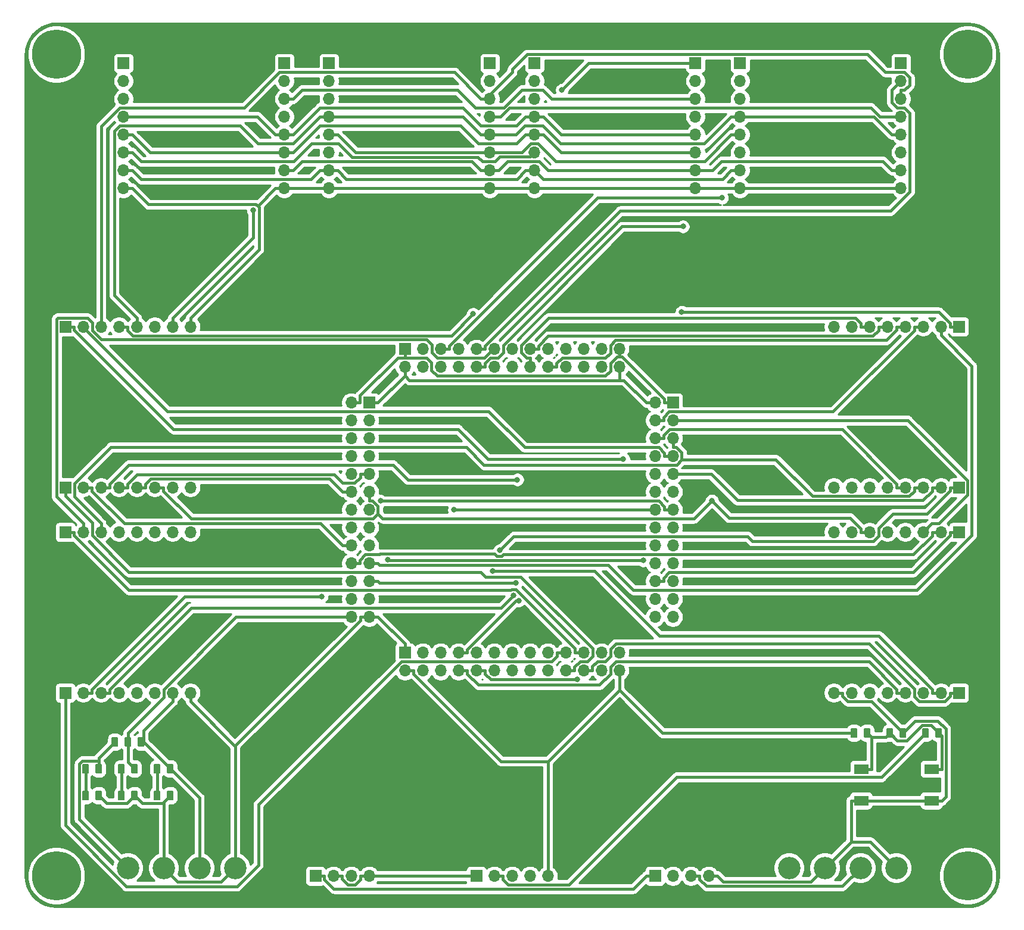
<source format=gbr>
G04 #@! TF.GenerationSoftware,KiCad,Pcbnew,(5.1.5)-3*
G04 #@! TF.CreationDate,2020-04-18T11:44:22+02:00*
G04 #@! TF.ProjectId,8SocketBoard,38536f63-6b65-4744-926f-6172642e6b69,rev?*
G04 #@! TF.SameCoordinates,Original*
G04 #@! TF.FileFunction,Copper,L1,Top*
G04 #@! TF.FilePolarity,Positive*
%FSLAX46Y46*%
G04 Gerber Fmt 4.6, Leading zero omitted, Abs format (unit mm)*
G04 Created by KiCad (PCBNEW (5.1.5)-3) date 2020-04-18 11:44:22*
%MOMM*%
%LPD*%
G04 APERTURE LIST*
%ADD10O,1.700000X1.700000*%
%ADD11R,1.700000X1.700000*%
%ADD12C,0.100000*%
%ADD13C,3.200000*%
%ADD14R,2.100000X1.400000*%
%ADD15C,7.000000*%
%ADD16C,0.800000*%
%ADD17C,0.381000*%
%ADD18C,0.254000*%
G04 APERTURE END LIST*
D10*
X121285000Y-49530000D03*
X121285000Y-62230000D03*
D11*
X121285000Y-44450000D03*
D10*
X121285000Y-59690000D03*
X121285000Y-57150000D03*
X121285000Y-54610000D03*
X121285000Y-46990000D03*
X121285000Y-52070000D03*
X98425000Y-49530000D03*
X98425000Y-62230000D03*
D11*
X98425000Y-44450000D03*
D10*
X98425000Y-59690000D03*
X98425000Y-57150000D03*
X98425000Y-54610000D03*
X98425000Y-46990000D03*
X98425000Y-52070000D03*
X69215000Y-52070000D03*
X69215000Y-46990000D03*
X69215000Y-54610000D03*
X69215000Y-57150000D03*
X69215000Y-59690000D03*
D11*
X69215000Y-44450000D03*
D10*
X69215000Y-62230000D03*
X69215000Y-49530000D03*
X92075000Y-52070000D03*
X92075000Y-46990000D03*
X92075000Y-54610000D03*
X92075000Y-57150000D03*
X92075000Y-59690000D03*
D11*
X92075000Y-44450000D03*
D10*
X92075000Y-62230000D03*
X92075000Y-49530000D03*
X151130000Y-81915000D03*
X156210000Y-81915000D03*
X148590000Y-81915000D03*
X146050000Y-81915000D03*
X143510000Y-81915000D03*
D11*
X158750000Y-81915000D03*
D10*
X140970000Y-81915000D03*
X153670000Y-81915000D03*
X151130000Y-104775000D03*
X156210000Y-104775000D03*
X148590000Y-104775000D03*
X146050000Y-104775000D03*
X143510000Y-104775000D03*
D11*
X158750000Y-104775000D03*
D10*
X140970000Y-104775000D03*
X153670000Y-104775000D03*
X153670000Y-133985000D03*
X140970000Y-133985000D03*
D11*
X158750000Y-133985000D03*
D10*
X143510000Y-133985000D03*
X146050000Y-133985000D03*
X148590000Y-133985000D03*
X156210000Y-133985000D03*
X151130000Y-133985000D03*
X153670000Y-111125000D03*
X140970000Y-111125000D03*
D11*
X158750000Y-111125000D03*
D10*
X143510000Y-111125000D03*
X146050000Y-111125000D03*
X148590000Y-111125000D03*
X156210000Y-111125000D03*
X151130000Y-111125000D03*
X39370000Y-133985000D03*
X34290000Y-133985000D03*
X41910000Y-133985000D03*
X44450000Y-133985000D03*
X46990000Y-133985000D03*
D11*
X31750000Y-133985000D03*
D10*
X49530000Y-133985000D03*
X36830000Y-133985000D03*
X39370000Y-111125000D03*
X34290000Y-111125000D03*
X41910000Y-111125000D03*
X44450000Y-111125000D03*
X46990000Y-111125000D03*
D11*
X31750000Y-111125000D03*
D10*
X49530000Y-111125000D03*
X36830000Y-111125000D03*
X127635000Y-52070000D03*
X127635000Y-46990000D03*
X127635000Y-54610000D03*
X127635000Y-57150000D03*
X127635000Y-59690000D03*
D11*
X127635000Y-44450000D03*
D10*
X127635000Y-62230000D03*
X127635000Y-49530000D03*
X150495000Y-52070000D03*
X150495000Y-46990000D03*
X150495000Y-54610000D03*
X150495000Y-57150000D03*
X150495000Y-59690000D03*
D11*
X150495000Y-44450000D03*
D10*
X150495000Y-62230000D03*
X150495000Y-49530000D03*
X36830000Y-81915000D03*
X49530000Y-81915000D03*
D11*
X31750000Y-81915000D03*
D10*
X46990000Y-81915000D03*
X44450000Y-81915000D03*
X41910000Y-81915000D03*
X34290000Y-81915000D03*
X39370000Y-81915000D03*
X36830000Y-104775000D03*
X49530000Y-104775000D03*
D11*
X31750000Y-104775000D03*
D10*
X46990000Y-104775000D03*
X44450000Y-104775000D03*
X41910000Y-104775000D03*
X34290000Y-104775000D03*
X39370000Y-104775000D03*
X62865000Y-49530000D03*
X62865000Y-62230000D03*
D11*
X62865000Y-44450000D03*
D10*
X62865000Y-59690000D03*
X62865000Y-57150000D03*
X62865000Y-54610000D03*
X62865000Y-46990000D03*
X62865000Y-52070000D03*
X40005000Y-49530000D03*
X40005000Y-62230000D03*
D11*
X40005000Y-44450000D03*
D10*
X40005000Y-59690000D03*
X40005000Y-57150000D03*
X40005000Y-54610000D03*
X40005000Y-46990000D03*
X40005000Y-52070000D03*
X72390000Y-123190000D03*
X72390000Y-120650000D03*
X74930000Y-123190000D03*
X74930000Y-120650000D03*
X74930000Y-115570000D03*
X72390000Y-110490000D03*
X72390000Y-107950000D03*
X74930000Y-110490000D03*
X74930000Y-107950000D03*
X72390000Y-105410000D03*
X74930000Y-105410000D03*
X74930000Y-102870000D03*
X74930000Y-100330000D03*
X74930000Y-97790000D03*
X74930000Y-95250000D03*
X72390000Y-92710000D03*
D11*
X74930000Y-92710000D03*
D10*
X72390000Y-100330000D03*
X72390000Y-113030000D03*
X72390000Y-118110000D03*
X74930000Y-118110000D03*
X74930000Y-113030000D03*
X72390000Y-97790000D03*
X72390000Y-102870000D03*
X72390000Y-115570000D03*
X72390000Y-95250000D03*
X102870000Y-85090000D03*
X107950000Y-85090000D03*
X82550000Y-87630000D03*
X102870000Y-87630000D03*
X90170000Y-87630000D03*
X110490000Y-87630000D03*
X92710000Y-85090000D03*
X85090000Y-87630000D03*
X100330000Y-85090000D03*
X80010000Y-87630000D03*
X87630000Y-85090000D03*
X95250000Y-85090000D03*
X95250000Y-87630000D03*
X105410000Y-85090000D03*
X105410000Y-87630000D03*
X100330000Y-87630000D03*
X87630000Y-87630000D03*
D11*
X80010000Y-85090000D03*
D10*
X97790000Y-87630000D03*
X110490000Y-85090000D03*
X82550000Y-85090000D03*
X85090000Y-85090000D03*
X90170000Y-85090000D03*
X92710000Y-87630000D03*
X97790000Y-85090000D03*
X107950000Y-87630000D03*
X118110000Y-107950000D03*
D11*
X118110000Y-92710000D03*
D10*
X115570000Y-110490000D03*
X118110000Y-102870000D03*
X118110000Y-95250000D03*
X115570000Y-100330000D03*
X115570000Y-118110000D03*
X118110000Y-113030000D03*
X118110000Y-110490000D03*
X115570000Y-92710000D03*
X115570000Y-113030000D03*
X118110000Y-97790000D03*
X115570000Y-120650000D03*
X115570000Y-107950000D03*
X118110000Y-118110000D03*
X118110000Y-100330000D03*
X115570000Y-105410000D03*
X118110000Y-123190000D03*
X115570000Y-97790000D03*
X118110000Y-105410000D03*
X115570000Y-123190000D03*
X115570000Y-102870000D03*
X118110000Y-115570000D03*
X115570000Y-115570000D03*
X115570000Y-95250000D03*
X118110000Y-120650000D03*
X95250000Y-128270000D03*
D11*
X80010000Y-128270000D03*
D10*
X97790000Y-130810000D03*
X90170000Y-128270000D03*
X82550000Y-128270000D03*
X87630000Y-130810000D03*
X105410000Y-130810000D03*
X100330000Y-128270000D03*
X97790000Y-128270000D03*
X80010000Y-130810000D03*
X100330000Y-130810000D03*
X85090000Y-128270000D03*
X107950000Y-130810000D03*
X95250000Y-130810000D03*
X105410000Y-128270000D03*
X87630000Y-128270000D03*
X92710000Y-130810000D03*
X110490000Y-128270000D03*
X85090000Y-130810000D03*
X92710000Y-128270000D03*
X110490000Y-130810000D03*
X90170000Y-130810000D03*
X102870000Y-128270000D03*
X102870000Y-130810000D03*
X82550000Y-130810000D03*
X107950000Y-128270000D03*
G04 #@! TA.AperFunction,SMDPad,CuDef*
D12*
G36*
X149190142Y-139001174D02*
G01*
X149213803Y-139004684D01*
X149237007Y-139010496D01*
X149259529Y-139018554D01*
X149281153Y-139028782D01*
X149301670Y-139041079D01*
X149320883Y-139055329D01*
X149338607Y-139071393D01*
X149354671Y-139089117D01*
X149368921Y-139108330D01*
X149381218Y-139128847D01*
X149391446Y-139150471D01*
X149399504Y-139172993D01*
X149405316Y-139196197D01*
X149408826Y-139219858D01*
X149410000Y-139243750D01*
X149410000Y-140156250D01*
X149408826Y-140180142D01*
X149405316Y-140203803D01*
X149399504Y-140227007D01*
X149391446Y-140249529D01*
X149381218Y-140271153D01*
X149368921Y-140291670D01*
X149354671Y-140310883D01*
X149338607Y-140328607D01*
X149320883Y-140344671D01*
X149301670Y-140358921D01*
X149281153Y-140371218D01*
X149259529Y-140381446D01*
X149237007Y-140389504D01*
X149213803Y-140395316D01*
X149190142Y-140398826D01*
X149166250Y-140400000D01*
X148678750Y-140400000D01*
X148654858Y-140398826D01*
X148631197Y-140395316D01*
X148607993Y-140389504D01*
X148585471Y-140381446D01*
X148563847Y-140371218D01*
X148543330Y-140358921D01*
X148524117Y-140344671D01*
X148506393Y-140328607D01*
X148490329Y-140310883D01*
X148476079Y-140291670D01*
X148463782Y-140271153D01*
X148453554Y-140249529D01*
X148445496Y-140227007D01*
X148439684Y-140203803D01*
X148436174Y-140180142D01*
X148435000Y-140156250D01*
X148435000Y-139243750D01*
X148436174Y-139219858D01*
X148439684Y-139196197D01*
X148445496Y-139172993D01*
X148453554Y-139150471D01*
X148463782Y-139128847D01*
X148476079Y-139108330D01*
X148490329Y-139089117D01*
X148506393Y-139071393D01*
X148524117Y-139055329D01*
X148543330Y-139041079D01*
X148563847Y-139028782D01*
X148585471Y-139018554D01*
X148607993Y-139010496D01*
X148631197Y-139004684D01*
X148654858Y-139001174D01*
X148678750Y-139000000D01*
X149166250Y-139000000D01*
X149190142Y-139001174D01*
G37*
G04 #@! TD.AperFunction*
G04 #@! TA.AperFunction,SMDPad,CuDef*
G36*
X151065142Y-139001174D02*
G01*
X151088803Y-139004684D01*
X151112007Y-139010496D01*
X151134529Y-139018554D01*
X151156153Y-139028782D01*
X151176670Y-139041079D01*
X151195883Y-139055329D01*
X151213607Y-139071393D01*
X151229671Y-139089117D01*
X151243921Y-139108330D01*
X151256218Y-139128847D01*
X151266446Y-139150471D01*
X151274504Y-139172993D01*
X151280316Y-139196197D01*
X151283826Y-139219858D01*
X151285000Y-139243750D01*
X151285000Y-140156250D01*
X151283826Y-140180142D01*
X151280316Y-140203803D01*
X151274504Y-140227007D01*
X151266446Y-140249529D01*
X151256218Y-140271153D01*
X151243921Y-140291670D01*
X151229671Y-140310883D01*
X151213607Y-140328607D01*
X151195883Y-140344671D01*
X151176670Y-140358921D01*
X151156153Y-140371218D01*
X151134529Y-140381446D01*
X151112007Y-140389504D01*
X151088803Y-140395316D01*
X151065142Y-140398826D01*
X151041250Y-140400000D01*
X150553750Y-140400000D01*
X150529858Y-140398826D01*
X150506197Y-140395316D01*
X150482993Y-140389504D01*
X150460471Y-140381446D01*
X150438847Y-140371218D01*
X150418330Y-140358921D01*
X150399117Y-140344671D01*
X150381393Y-140328607D01*
X150365329Y-140310883D01*
X150351079Y-140291670D01*
X150338782Y-140271153D01*
X150328554Y-140249529D01*
X150320496Y-140227007D01*
X150314684Y-140203803D01*
X150311174Y-140180142D01*
X150310000Y-140156250D01*
X150310000Y-139243750D01*
X150311174Y-139219858D01*
X150314684Y-139196197D01*
X150320496Y-139172993D01*
X150328554Y-139150471D01*
X150338782Y-139128847D01*
X150351079Y-139108330D01*
X150365329Y-139089117D01*
X150381393Y-139071393D01*
X150399117Y-139055329D01*
X150418330Y-139041079D01*
X150438847Y-139028782D01*
X150460471Y-139018554D01*
X150482993Y-139010496D01*
X150506197Y-139004684D01*
X150529858Y-139001174D01*
X150553750Y-139000000D01*
X151041250Y-139000000D01*
X151065142Y-139001174D01*
G37*
G04 #@! TD.AperFunction*
D13*
X139700000Y-158877000D03*
X134620000Y-158877000D03*
X144780000Y-158877000D03*
X149860000Y-158877000D03*
D11*
X90170000Y-160020000D03*
D10*
X92710000Y-160020000D03*
X95250000Y-160020000D03*
X97790000Y-160020000D03*
X100330000Y-160020000D03*
G04 #@! TA.AperFunction,SMDPad,CuDef*
D12*
G36*
X156145142Y-139001174D02*
G01*
X156168803Y-139004684D01*
X156192007Y-139010496D01*
X156214529Y-139018554D01*
X156236153Y-139028782D01*
X156256670Y-139041079D01*
X156275883Y-139055329D01*
X156293607Y-139071393D01*
X156309671Y-139089117D01*
X156323921Y-139108330D01*
X156336218Y-139128847D01*
X156346446Y-139150471D01*
X156354504Y-139172993D01*
X156360316Y-139196197D01*
X156363826Y-139219858D01*
X156365000Y-139243750D01*
X156365000Y-140156250D01*
X156363826Y-140180142D01*
X156360316Y-140203803D01*
X156354504Y-140227007D01*
X156346446Y-140249529D01*
X156336218Y-140271153D01*
X156323921Y-140291670D01*
X156309671Y-140310883D01*
X156293607Y-140328607D01*
X156275883Y-140344671D01*
X156256670Y-140358921D01*
X156236153Y-140371218D01*
X156214529Y-140381446D01*
X156192007Y-140389504D01*
X156168803Y-140395316D01*
X156145142Y-140398826D01*
X156121250Y-140400000D01*
X155633750Y-140400000D01*
X155609858Y-140398826D01*
X155586197Y-140395316D01*
X155562993Y-140389504D01*
X155540471Y-140381446D01*
X155518847Y-140371218D01*
X155498330Y-140358921D01*
X155479117Y-140344671D01*
X155461393Y-140328607D01*
X155445329Y-140310883D01*
X155431079Y-140291670D01*
X155418782Y-140271153D01*
X155408554Y-140249529D01*
X155400496Y-140227007D01*
X155394684Y-140203803D01*
X155391174Y-140180142D01*
X155390000Y-140156250D01*
X155390000Y-139243750D01*
X155391174Y-139219858D01*
X155394684Y-139196197D01*
X155400496Y-139172993D01*
X155408554Y-139150471D01*
X155418782Y-139128847D01*
X155431079Y-139108330D01*
X155445329Y-139089117D01*
X155461393Y-139071393D01*
X155479117Y-139055329D01*
X155498330Y-139041079D01*
X155518847Y-139028782D01*
X155540471Y-139018554D01*
X155562993Y-139010496D01*
X155586197Y-139004684D01*
X155609858Y-139001174D01*
X155633750Y-139000000D01*
X156121250Y-139000000D01*
X156145142Y-139001174D01*
G37*
G04 #@! TD.AperFunction*
G04 #@! TA.AperFunction,SMDPad,CuDef*
G36*
X154270142Y-139001174D02*
G01*
X154293803Y-139004684D01*
X154317007Y-139010496D01*
X154339529Y-139018554D01*
X154361153Y-139028782D01*
X154381670Y-139041079D01*
X154400883Y-139055329D01*
X154418607Y-139071393D01*
X154434671Y-139089117D01*
X154448921Y-139108330D01*
X154461218Y-139128847D01*
X154471446Y-139150471D01*
X154479504Y-139172993D01*
X154485316Y-139196197D01*
X154488826Y-139219858D01*
X154490000Y-139243750D01*
X154490000Y-140156250D01*
X154488826Y-140180142D01*
X154485316Y-140203803D01*
X154479504Y-140227007D01*
X154471446Y-140249529D01*
X154461218Y-140271153D01*
X154448921Y-140291670D01*
X154434671Y-140310883D01*
X154418607Y-140328607D01*
X154400883Y-140344671D01*
X154381670Y-140358921D01*
X154361153Y-140371218D01*
X154339529Y-140381446D01*
X154317007Y-140389504D01*
X154293803Y-140395316D01*
X154270142Y-140398826D01*
X154246250Y-140400000D01*
X153758750Y-140400000D01*
X153734858Y-140398826D01*
X153711197Y-140395316D01*
X153687993Y-140389504D01*
X153665471Y-140381446D01*
X153643847Y-140371218D01*
X153623330Y-140358921D01*
X153604117Y-140344671D01*
X153586393Y-140328607D01*
X153570329Y-140310883D01*
X153556079Y-140291670D01*
X153543782Y-140271153D01*
X153533554Y-140249529D01*
X153525496Y-140227007D01*
X153519684Y-140203803D01*
X153516174Y-140180142D01*
X153515000Y-140156250D01*
X153515000Y-139243750D01*
X153516174Y-139219858D01*
X153519684Y-139196197D01*
X153525496Y-139172993D01*
X153533554Y-139150471D01*
X153543782Y-139128847D01*
X153556079Y-139108330D01*
X153570329Y-139089117D01*
X153586393Y-139071393D01*
X153604117Y-139055329D01*
X153623330Y-139041079D01*
X153643847Y-139028782D01*
X153665471Y-139018554D01*
X153687993Y-139010496D01*
X153711197Y-139004684D01*
X153734858Y-139001174D01*
X153758750Y-139000000D01*
X154246250Y-139000000D01*
X154270142Y-139001174D01*
G37*
G04 #@! TD.AperFunction*
G04 #@! TA.AperFunction,SMDPad,CuDef*
G36*
X144110142Y-139001174D02*
G01*
X144133803Y-139004684D01*
X144157007Y-139010496D01*
X144179529Y-139018554D01*
X144201153Y-139028782D01*
X144221670Y-139041079D01*
X144240883Y-139055329D01*
X144258607Y-139071393D01*
X144274671Y-139089117D01*
X144288921Y-139108330D01*
X144301218Y-139128847D01*
X144311446Y-139150471D01*
X144319504Y-139172993D01*
X144325316Y-139196197D01*
X144328826Y-139219858D01*
X144330000Y-139243750D01*
X144330000Y-140156250D01*
X144328826Y-140180142D01*
X144325316Y-140203803D01*
X144319504Y-140227007D01*
X144311446Y-140249529D01*
X144301218Y-140271153D01*
X144288921Y-140291670D01*
X144274671Y-140310883D01*
X144258607Y-140328607D01*
X144240883Y-140344671D01*
X144221670Y-140358921D01*
X144201153Y-140371218D01*
X144179529Y-140381446D01*
X144157007Y-140389504D01*
X144133803Y-140395316D01*
X144110142Y-140398826D01*
X144086250Y-140400000D01*
X143598750Y-140400000D01*
X143574858Y-140398826D01*
X143551197Y-140395316D01*
X143527993Y-140389504D01*
X143505471Y-140381446D01*
X143483847Y-140371218D01*
X143463330Y-140358921D01*
X143444117Y-140344671D01*
X143426393Y-140328607D01*
X143410329Y-140310883D01*
X143396079Y-140291670D01*
X143383782Y-140271153D01*
X143373554Y-140249529D01*
X143365496Y-140227007D01*
X143359684Y-140203803D01*
X143356174Y-140180142D01*
X143355000Y-140156250D01*
X143355000Y-139243750D01*
X143356174Y-139219858D01*
X143359684Y-139196197D01*
X143365496Y-139172993D01*
X143373554Y-139150471D01*
X143383782Y-139128847D01*
X143396079Y-139108330D01*
X143410329Y-139089117D01*
X143426393Y-139071393D01*
X143444117Y-139055329D01*
X143463330Y-139041079D01*
X143483847Y-139028782D01*
X143505471Y-139018554D01*
X143527993Y-139010496D01*
X143551197Y-139004684D01*
X143574858Y-139001174D01*
X143598750Y-139000000D01*
X144086250Y-139000000D01*
X144110142Y-139001174D01*
G37*
G04 #@! TD.AperFunction*
G04 #@! TA.AperFunction,SMDPad,CuDef*
G36*
X145985142Y-139001174D02*
G01*
X146008803Y-139004684D01*
X146032007Y-139010496D01*
X146054529Y-139018554D01*
X146076153Y-139028782D01*
X146096670Y-139041079D01*
X146115883Y-139055329D01*
X146133607Y-139071393D01*
X146149671Y-139089117D01*
X146163921Y-139108330D01*
X146176218Y-139128847D01*
X146186446Y-139150471D01*
X146194504Y-139172993D01*
X146200316Y-139196197D01*
X146203826Y-139219858D01*
X146205000Y-139243750D01*
X146205000Y-140156250D01*
X146203826Y-140180142D01*
X146200316Y-140203803D01*
X146194504Y-140227007D01*
X146186446Y-140249529D01*
X146176218Y-140271153D01*
X146163921Y-140291670D01*
X146149671Y-140310883D01*
X146133607Y-140328607D01*
X146115883Y-140344671D01*
X146096670Y-140358921D01*
X146076153Y-140371218D01*
X146054529Y-140381446D01*
X146032007Y-140389504D01*
X146008803Y-140395316D01*
X145985142Y-140398826D01*
X145961250Y-140400000D01*
X145473750Y-140400000D01*
X145449858Y-140398826D01*
X145426197Y-140395316D01*
X145402993Y-140389504D01*
X145380471Y-140381446D01*
X145358847Y-140371218D01*
X145338330Y-140358921D01*
X145319117Y-140344671D01*
X145301393Y-140328607D01*
X145285329Y-140310883D01*
X145271079Y-140291670D01*
X145258782Y-140271153D01*
X145248554Y-140249529D01*
X145240496Y-140227007D01*
X145234684Y-140203803D01*
X145231174Y-140180142D01*
X145230000Y-140156250D01*
X145230000Y-139243750D01*
X145231174Y-139219858D01*
X145234684Y-139196197D01*
X145240496Y-139172993D01*
X145248554Y-139150471D01*
X145258782Y-139128847D01*
X145271079Y-139108330D01*
X145285329Y-139089117D01*
X145301393Y-139071393D01*
X145319117Y-139055329D01*
X145338330Y-139041079D01*
X145358847Y-139028782D01*
X145380471Y-139018554D01*
X145402993Y-139010496D01*
X145426197Y-139004684D01*
X145449858Y-139001174D01*
X145473750Y-139000000D01*
X145961250Y-139000000D01*
X145985142Y-139001174D01*
G37*
G04 #@! TD.AperFunction*
D14*
X144860000Y-144820000D03*
X154860000Y-144820000D03*
X154860000Y-149320000D03*
X144860000Y-149320000D03*
G04 #@! TA.AperFunction,SMDPad,CuDef*
D12*
G36*
X39970142Y-144081174D02*
G01*
X39993803Y-144084684D01*
X40017007Y-144090496D01*
X40039529Y-144098554D01*
X40061153Y-144108782D01*
X40081670Y-144121079D01*
X40100883Y-144135329D01*
X40118607Y-144151393D01*
X40134671Y-144169117D01*
X40148921Y-144188330D01*
X40161218Y-144208847D01*
X40171446Y-144230471D01*
X40179504Y-144252993D01*
X40185316Y-144276197D01*
X40188826Y-144299858D01*
X40190000Y-144323750D01*
X40190000Y-145236250D01*
X40188826Y-145260142D01*
X40185316Y-145283803D01*
X40179504Y-145307007D01*
X40171446Y-145329529D01*
X40161218Y-145351153D01*
X40148921Y-145371670D01*
X40134671Y-145390883D01*
X40118607Y-145408607D01*
X40100883Y-145424671D01*
X40081670Y-145438921D01*
X40061153Y-145451218D01*
X40039529Y-145461446D01*
X40017007Y-145469504D01*
X39993803Y-145475316D01*
X39970142Y-145478826D01*
X39946250Y-145480000D01*
X39458750Y-145480000D01*
X39434858Y-145478826D01*
X39411197Y-145475316D01*
X39387993Y-145469504D01*
X39365471Y-145461446D01*
X39343847Y-145451218D01*
X39323330Y-145438921D01*
X39304117Y-145424671D01*
X39286393Y-145408607D01*
X39270329Y-145390883D01*
X39256079Y-145371670D01*
X39243782Y-145351153D01*
X39233554Y-145329529D01*
X39225496Y-145307007D01*
X39219684Y-145283803D01*
X39216174Y-145260142D01*
X39215000Y-145236250D01*
X39215000Y-144323750D01*
X39216174Y-144299858D01*
X39219684Y-144276197D01*
X39225496Y-144252993D01*
X39233554Y-144230471D01*
X39243782Y-144208847D01*
X39256079Y-144188330D01*
X39270329Y-144169117D01*
X39286393Y-144151393D01*
X39304117Y-144135329D01*
X39323330Y-144121079D01*
X39343847Y-144108782D01*
X39365471Y-144098554D01*
X39387993Y-144090496D01*
X39411197Y-144084684D01*
X39434858Y-144081174D01*
X39458750Y-144080000D01*
X39946250Y-144080000D01*
X39970142Y-144081174D01*
G37*
G04 #@! TD.AperFunction*
G04 #@! TA.AperFunction,SMDPad,CuDef*
G36*
X41845142Y-144081174D02*
G01*
X41868803Y-144084684D01*
X41892007Y-144090496D01*
X41914529Y-144098554D01*
X41936153Y-144108782D01*
X41956670Y-144121079D01*
X41975883Y-144135329D01*
X41993607Y-144151393D01*
X42009671Y-144169117D01*
X42023921Y-144188330D01*
X42036218Y-144208847D01*
X42046446Y-144230471D01*
X42054504Y-144252993D01*
X42060316Y-144276197D01*
X42063826Y-144299858D01*
X42065000Y-144323750D01*
X42065000Y-145236250D01*
X42063826Y-145260142D01*
X42060316Y-145283803D01*
X42054504Y-145307007D01*
X42046446Y-145329529D01*
X42036218Y-145351153D01*
X42023921Y-145371670D01*
X42009671Y-145390883D01*
X41993607Y-145408607D01*
X41975883Y-145424671D01*
X41956670Y-145438921D01*
X41936153Y-145451218D01*
X41914529Y-145461446D01*
X41892007Y-145469504D01*
X41868803Y-145475316D01*
X41845142Y-145478826D01*
X41821250Y-145480000D01*
X41333750Y-145480000D01*
X41309858Y-145478826D01*
X41286197Y-145475316D01*
X41262993Y-145469504D01*
X41240471Y-145461446D01*
X41218847Y-145451218D01*
X41198330Y-145438921D01*
X41179117Y-145424671D01*
X41161393Y-145408607D01*
X41145329Y-145390883D01*
X41131079Y-145371670D01*
X41118782Y-145351153D01*
X41108554Y-145329529D01*
X41100496Y-145307007D01*
X41094684Y-145283803D01*
X41091174Y-145260142D01*
X41090000Y-145236250D01*
X41090000Y-144323750D01*
X41091174Y-144299858D01*
X41094684Y-144276197D01*
X41100496Y-144252993D01*
X41108554Y-144230471D01*
X41118782Y-144208847D01*
X41131079Y-144188330D01*
X41145329Y-144169117D01*
X41161393Y-144151393D01*
X41179117Y-144135329D01*
X41198330Y-144121079D01*
X41218847Y-144108782D01*
X41240471Y-144098554D01*
X41262993Y-144090496D01*
X41286197Y-144084684D01*
X41309858Y-144081174D01*
X41333750Y-144080000D01*
X41821250Y-144080000D01*
X41845142Y-144081174D01*
G37*
G04 #@! TD.AperFunction*
G04 #@! TA.AperFunction,SMDPad,CuDef*
G36*
X36765142Y-144081174D02*
G01*
X36788803Y-144084684D01*
X36812007Y-144090496D01*
X36834529Y-144098554D01*
X36856153Y-144108782D01*
X36876670Y-144121079D01*
X36895883Y-144135329D01*
X36913607Y-144151393D01*
X36929671Y-144169117D01*
X36943921Y-144188330D01*
X36956218Y-144208847D01*
X36966446Y-144230471D01*
X36974504Y-144252993D01*
X36980316Y-144276197D01*
X36983826Y-144299858D01*
X36985000Y-144323750D01*
X36985000Y-145236250D01*
X36983826Y-145260142D01*
X36980316Y-145283803D01*
X36974504Y-145307007D01*
X36966446Y-145329529D01*
X36956218Y-145351153D01*
X36943921Y-145371670D01*
X36929671Y-145390883D01*
X36913607Y-145408607D01*
X36895883Y-145424671D01*
X36876670Y-145438921D01*
X36856153Y-145451218D01*
X36834529Y-145461446D01*
X36812007Y-145469504D01*
X36788803Y-145475316D01*
X36765142Y-145478826D01*
X36741250Y-145480000D01*
X36253750Y-145480000D01*
X36229858Y-145478826D01*
X36206197Y-145475316D01*
X36182993Y-145469504D01*
X36160471Y-145461446D01*
X36138847Y-145451218D01*
X36118330Y-145438921D01*
X36099117Y-145424671D01*
X36081393Y-145408607D01*
X36065329Y-145390883D01*
X36051079Y-145371670D01*
X36038782Y-145351153D01*
X36028554Y-145329529D01*
X36020496Y-145307007D01*
X36014684Y-145283803D01*
X36011174Y-145260142D01*
X36010000Y-145236250D01*
X36010000Y-144323750D01*
X36011174Y-144299858D01*
X36014684Y-144276197D01*
X36020496Y-144252993D01*
X36028554Y-144230471D01*
X36038782Y-144208847D01*
X36051079Y-144188330D01*
X36065329Y-144169117D01*
X36081393Y-144151393D01*
X36099117Y-144135329D01*
X36118330Y-144121079D01*
X36138847Y-144108782D01*
X36160471Y-144098554D01*
X36182993Y-144090496D01*
X36206197Y-144084684D01*
X36229858Y-144081174D01*
X36253750Y-144080000D01*
X36741250Y-144080000D01*
X36765142Y-144081174D01*
G37*
G04 #@! TD.AperFunction*
G04 #@! TA.AperFunction,SMDPad,CuDef*
G36*
X34890142Y-144081174D02*
G01*
X34913803Y-144084684D01*
X34937007Y-144090496D01*
X34959529Y-144098554D01*
X34981153Y-144108782D01*
X35001670Y-144121079D01*
X35020883Y-144135329D01*
X35038607Y-144151393D01*
X35054671Y-144169117D01*
X35068921Y-144188330D01*
X35081218Y-144208847D01*
X35091446Y-144230471D01*
X35099504Y-144252993D01*
X35105316Y-144276197D01*
X35108826Y-144299858D01*
X35110000Y-144323750D01*
X35110000Y-145236250D01*
X35108826Y-145260142D01*
X35105316Y-145283803D01*
X35099504Y-145307007D01*
X35091446Y-145329529D01*
X35081218Y-145351153D01*
X35068921Y-145371670D01*
X35054671Y-145390883D01*
X35038607Y-145408607D01*
X35020883Y-145424671D01*
X35001670Y-145438921D01*
X34981153Y-145451218D01*
X34959529Y-145461446D01*
X34937007Y-145469504D01*
X34913803Y-145475316D01*
X34890142Y-145478826D01*
X34866250Y-145480000D01*
X34378750Y-145480000D01*
X34354858Y-145478826D01*
X34331197Y-145475316D01*
X34307993Y-145469504D01*
X34285471Y-145461446D01*
X34263847Y-145451218D01*
X34243330Y-145438921D01*
X34224117Y-145424671D01*
X34206393Y-145408607D01*
X34190329Y-145390883D01*
X34176079Y-145371670D01*
X34163782Y-145351153D01*
X34153554Y-145329529D01*
X34145496Y-145307007D01*
X34139684Y-145283803D01*
X34136174Y-145260142D01*
X34135000Y-145236250D01*
X34135000Y-144323750D01*
X34136174Y-144299858D01*
X34139684Y-144276197D01*
X34145496Y-144252993D01*
X34153554Y-144230471D01*
X34163782Y-144208847D01*
X34176079Y-144188330D01*
X34190329Y-144169117D01*
X34206393Y-144151393D01*
X34224117Y-144135329D01*
X34243330Y-144121079D01*
X34263847Y-144108782D01*
X34285471Y-144098554D01*
X34307993Y-144090496D01*
X34331197Y-144084684D01*
X34354858Y-144081174D01*
X34378750Y-144080000D01*
X34866250Y-144080000D01*
X34890142Y-144081174D01*
G37*
G04 #@! TD.AperFunction*
G04 #@! TA.AperFunction,SMDPad,CuDef*
G36*
X45050142Y-144081174D02*
G01*
X45073803Y-144084684D01*
X45097007Y-144090496D01*
X45119529Y-144098554D01*
X45141153Y-144108782D01*
X45161670Y-144121079D01*
X45180883Y-144135329D01*
X45198607Y-144151393D01*
X45214671Y-144169117D01*
X45228921Y-144188330D01*
X45241218Y-144208847D01*
X45251446Y-144230471D01*
X45259504Y-144252993D01*
X45265316Y-144276197D01*
X45268826Y-144299858D01*
X45270000Y-144323750D01*
X45270000Y-145236250D01*
X45268826Y-145260142D01*
X45265316Y-145283803D01*
X45259504Y-145307007D01*
X45251446Y-145329529D01*
X45241218Y-145351153D01*
X45228921Y-145371670D01*
X45214671Y-145390883D01*
X45198607Y-145408607D01*
X45180883Y-145424671D01*
X45161670Y-145438921D01*
X45141153Y-145451218D01*
X45119529Y-145461446D01*
X45097007Y-145469504D01*
X45073803Y-145475316D01*
X45050142Y-145478826D01*
X45026250Y-145480000D01*
X44538750Y-145480000D01*
X44514858Y-145478826D01*
X44491197Y-145475316D01*
X44467993Y-145469504D01*
X44445471Y-145461446D01*
X44423847Y-145451218D01*
X44403330Y-145438921D01*
X44384117Y-145424671D01*
X44366393Y-145408607D01*
X44350329Y-145390883D01*
X44336079Y-145371670D01*
X44323782Y-145351153D01*
X44313554Y-145329529D01*
X44305496Y-145307007D01*
X44299684Y-145283803D01*
X44296174Y-145260142D01*
X44295000Y-145236250D01*
X44295000Y-144323750D01*
X44296174Y-144299858D01*
X44299684Y-144276197D01*
X44305496Y-144252993D01*
X44313554Y-144230471D01*
X44323782Y-144208847D01*
X44336079Y-144188330D01*
X44350329Y-144169117D01*
X44366393Y-144151393D01*
X44384117Y-144135329D01*
X44403330Y-144121079D01*
X44423847Y-144108782D01*
X44445471Y-144098554D01*
X44467993Y-144090496D01*
X44491197Y-144084684D01*
X44514858Y-144081174D01*
X44538750Y-144080000D01*
X45026250Y-144080000D01*
X45050142Y-144081174D01*
G37*
G04 #@! TD.AperFunction*
G04 #@! TA.AperFunction,SMDPad,CuDef*
G36*
X46925142Y-144081174D02*
G01*
X46948803Y-144084684D01*
X46972007Y-144090496D01*
X46994529Y-144098554D01*
X47016153Y-144108782D01*
X47036670Y-144121079D01*
X47055883Y-144135329D01*
X47073607Y-144151393D01*
X47089671Y-144169117D01*
X47103921Y-144188330D01*
X47116218Y-144208847D01*
X47126446Y-144230471D01*
X47134504Y-144252993D01*
X47140316Y-144276197D01*
X47143826Y-144299858D01*
X47145000Y-144323750D01*
X47145000Y-145236250D01*
X47143826Y-145260142D01*
X47140316Y-145283803D01*
X47134504Y-145307007D01*
X47126446Y-145329529D01*
X47116218Y-145351153D01*
X47103921Y-145371670D01*
X47089671Y-145390883D01*
X47073607Y-145408607D01*
X47055883Y-145424671D01*
X47036670Y-145438921D01*
X47016153Y-145451218D01*
X46994529Y-145461446D01*
X46972007Y-145469504D01*
X46948803Y-145475316D01*
X46925142Y-145478826D01*
X46901250Y-145480000D01*
X46413750Y-145480000D01*
X46389858Y-145478826D01*
X46366197Y-145475316D01*
X46342993Y-145469504D01*
X46320471Y-145461446D01*
X46298847Y-145451218D01*
X46278330Y-145438921D01*
X46259117Y-145424671D01*
X46241393Y-145408607D01*
X46225329Y-145390883D01*
X46211079Y-145371670D01*
X46198782Y-145351153D01*
X46188554Y-145329529D01*
X46180496Y-145307007D01*
X46174684Y-145283803D01*
X46171174Y-145260142D01*
X46170000Y-145236250D01*
X46170000Y-144323750D01*
X46171174Y-144299858D01*
X46174684Y-144276197D01*
X46180496Y-144252993D01*
X46188554Y-144230471D01*
X46198782Y-144208847D01*
X46211079Y-144188330D01*
X46225329Y-144169117D01*
X46241393Y-144151393D01*
X46259117Y-144135329D01*
X46278330Y-144121079D01*
X46298847Y-144108782D01*
X46320471Y-144098554D01*
X46342993Y-144090496D01*
X46366197Y-144084684D01*
X46389858Y-144081174D01*
X46413750Y-144080000D01*
X46901250Y-144080000D01*
X46925142Y-144081174D01*
G37*
G04 #@! TD.AperFunction*
G04 #@! TA.AperFunction,SMDPad,CuDef*
G36*
X39970142Y-147891174D02*
G01*
X39993803Y-147894684D01*
X40017007Y-147900496D01*
X40039529Y-147908554D01*
X40061153Y-147918782D01*
X40081670Y-147931079D01*
X40100883Y-147945329D01*
X40118607Y-147961393D01*
X40134671Y-147979117D01*
X40148921Y-147998330D01*
X40161218Y-148018847D01*
X40171446Y-148040471D01*
X40179504Y-148062993D01*
X40185316Y-148086197D01*
X40188826Y-148109858D01*
X40190000Y-148133750D01*
X40190000Y-149046250D01*
X40188826Y-149070142D01*
X40185316Y-149093803D01*
X40179504Y-149117007D01*
X40171446Y-149139529D01*
X40161218Y-149161153D01*
X40148921Y-149181670D01*
X40134671Y-149200883D01*
X40118607Y-149218607D01*
X40100883Y-149234671D01*
X40081670Y-149248921D01*
X40061153Y-149261218D01*
X40039529Y-149271446D01*
X40017007Y-149279504D01*
X39993803Y-149285316D01*
X39970142Y-149288826D01*
X39946250Y-149290000D01*
X39458750Y-149290000D01*
X39434858Y-149288826D01*
X39411197Y-149285316D01*
X39387993Y-149279504D01*
X39365471Y-149271446D01*
X39343847Y-149261218D01*
X39323330Y-149248921D01*
X39304117Y-149234671D01*
X39286393Y-149218607D01*
X39270329Y-149200883D01*
X39256079Y-149181670D01*
X39243782Y-149161153D01*
X39233554Y-149139529D01*
X39225496Y-149117007D01*
X39219684Y-149093803D01*
X39216174Y-149070142D01*
X39215000Y-149046250D01*
X39215000Y-148133750D01*
X39216174Y-148109858D01*
X39219684Y-148086197D01*
X39225496Y-148062993D01*
X39233554Y-148040471D01*
X39243782Y-148018847D01*
X39256079Y-147998330D01*
X39270329Y-147979117D01*
X39286393Y-147961393D01*
X39304117Y-147945329D01*
X39323330Y-147931079D01*
X39343847Y-147918782D01*
X39365471Y-147908554D01*
X39387993Y-147900496D01*
X39411197Y-147894684D01*
X39434858Y-147891174D01*
X39458750Y-147890000D01*
X39946250Y-147890000D01*
X39970142Y-147891174D01*
G37*
G04 #@! TD.AperFunction*
G04 #@! TA.AperFunction,SMDPad,CuDef*
G36*
X41845142Y-147891174D02*
G01*
X41868803Y-147894684D01*
X41892007Y-147900496D01*
X41914529Y-147908554D01*
X41936153Y-147918782D01*
X41956670Y-147931079D01*
X41975883Y-147945329D01*
X41993607Y-147961393D01*
X42009671Y-147979117D01*
X42023921Y-147998330D01*
X42036218Y-148018847D01*
X42046446Y-148040471D01*
X42054504Y-148062993D01*
X42060316Y-148086197D01*
X42063826Y-148109858D01*
X42065000Y-148133750D01*
X42065000Y-149046250D01*
X42063826Y-149070142D01*
X42060316Y-149093803D01*
X42054504Y-149117007D01*
X42046446Y-149139529D01*
X42036218Y-149161153D01*
X42023921Y-149181670D01*
X42009671Y-149200883D01*
X41993607Y-149218607D01*
X41975883Y-149234671D01*
X41956670Y-149248921D01*
X41936153Y-149261218D01*
X41914529Y-149271446D01*
X41892007Y-149279504D01*
X41868803Y-149285316D01*
X41845142Y-149288826D01*
X41821250Y-149290000D01*
X41333750Y-149290000D01*
X41309858Y-149288826D01*
X41286197Y-149285316D01*
X41262993Y-149279504D01*
X41240471Y-149271446D01*
X41218847Y-149261218D01*
X41198330Y-149248921D01*
X41179117Y-149234671D01*
X41161393Y-149218607D01*
X41145329Y-149200883D01*
X41131079Y-149181670D01*
X41118782Y-149161153D01*
X41108554Y-149139529D01*
X41100496Y-149117007D01*
X41094684Y-149093803D01*
X41091174Y-149070142D01*
X41090000Y-149046250D01*
X41090000Y-148133750D01*
X41091174Y-148109858D01*
X41094684Y-148086197D01*
X41100496Y-148062993D01*
X41108554Y-148040471D01*
X41118782Y-148018847D01*
X41131079Y-147998330D01*
X41145329Y-147979117D01*
X41161393Y-147961393D01*
X41179117Y-147945329D01*
X41198330Y-147931079D01*
X41218847Y-147918782D01*
X41240471Y-147908554D01*
X41262993Y-147900496D01*
X41286197Y-147894684D01*
X41309858Y-147891174D01*
X41333750Y-147890000D01*
X41821250Y-147890000D01*
X41845142Y-147891174D01*
G37*
G04 #@! TD.AperFunction*
G04 #@! TA.AperFunction,SMDPad,CuDef*
G36*
X36765142Y-147891174D02*
G01*
X36788803Y-147894684D01*
X36812007Y-147900496D01*
X36834529Y-147908554D01*
X36856153Y-147918782D01*
X36876670Y-147931079D01*
X36895883Y-147945329D01*
X36913607Y-147961393D01*
X36929671Y-147979117D01*
X36943921Y-147998330D01*
X36956218Y-148018847D01*
X36966446Y-148040471D01*
X36974504Y-148062993D01*
X36980316Y-148086197D01*
X36983826Y-148109858D01*
X36985000Y-148133750D01*
X36985000Y-149046250D01*
X36983826Y-149070142D01*
X36980316Y-149093803D01*
X36974504Y-149117007D01*
X36966446Y-149139529D01*
X36956218Y-149161153D01*
X36943921Y-149181670D01*
X36929671Y-149200883D01*
X36913607Y-149218607D01*
X36895883Y-149234671D01*
X36876670Y-149248921D01*
X36856153Y-149261218D01*
X36834529Y-149271446D01*
X36812007Y-149279504D01*
X36788803Y-149285316D01*
X36765142Y-149288826D01*
X36741250Y-149290000D01*
X36253750Y-149290000D01*
X36229858Y-149288826D01*
X36206197Y-149285316D01*
X36182993Y-149279504D01*
X36160471Y-149271446D01*
X36138847Y-149261218D01*
X36118330Y-149248921D01*
X36099117Y-149234671D01*
X36081393Y-149218607D01*
X36065329Y-149200883D01*
X36051079Y-149181670D01*
X36038782Y-149161153D01*
X36028554Y-149139529D01*
X36020496Y-149117007D01*
X36014684Y-149093803D01*
X36011174Y-149070142D01*
X36010000Y-149046250D01*
X36010000Y-148133750D01*
X36011174Y-148109858D01*
X36014684Y-148086197D01*
X36020496Y-148062993D01*
X36028554Y-148040471D01*
X36038782Y-148018847D01*
X36051079Y-147998330D01*
X36065329Y-147979117D01*
X36081393Y-147961393D01*
X36099117Y-147945329D01*
X36118330Y-147931079D01*
X36138847Y-147918782D01*
X36160471Y-147908554D01*
X36182993Y-147900496D01*
X36206197Y-147894684D01*
X36229858Y-147891174D01*
X36253750Y-147890000D01*
X36741250Y-147890000D01*
X36765142Y-147891174D01*
G37*
G04 #@! TD.AperFunction*
G04 #@! TA.AperFunction,SMDPad,CuDef*
G36*
X34890142Y-147891174D02*
G01*
X34913803Y-147894684D01*
X34937007Y-147900496D01*
X34959529Y-147908554D01*
X34981153Y-147918782D01*
X35001670Y-147931079D01*
X35020883Y-147945329D01*
X35038607Y-147961393D01*
X35054671Y-147979117D01*
X35068921Y-147998330D01*
X35081218Y-148018847D01*
X35091446Y-148040471D01*
X35099504Y-148062993D01*
X35105316Y-148086197D01*
X35108826Y-148109858D01*
X35110000Y-148133750D01*
X35110000Y-149046250D01*
X35108826Y-149070142D01*
X35105316Y-149093803D01*
X35099504Y-149117007D01*
X35091446Y-149139529D01*
X35081218Y-149161153D01*
X35068921Y-149181670D01*
X35054671Y-149200883D01*
X35038607Y-149218607D01*
X35020883Y-149234671D01*
X35001670Y-149248921D01*
X34981153Y-149261218D01*
X34959529Y-149271446D01*
X34937007Y-149279504D01*
X34913803Y-149285316D01*
X34890142Y-149288826D01*
X34866250Y-149290000D01*
X34378750Y-149290000D01*
X34354858Y-149288826D01*
X34331197Y-149285316D01*
X34307993Y-149279504D01*
X34285471Y-149271446D01*
X34263847Y-149261218D01*
X34243330Y-149248921D01*
X34224117Y-149234671D01*
X34206393Y-149218607D01*
X34190329Y-149200883D01*
X34176079Y-149181670D01*
X34163782Y-149161153D01*
X34153554Y-149139529D01*
X34145496Y-149117007D01*
X34139684Y-149093803D01*
X34136174Y-149070142D01*
X34135000Y-149046250D01*
X34135000Y-148133750D01*
X34136174Y-148109858D01*
X34139684Y-148086197D01*
X34145496Y-148062993D01*
X34153554Y-148040471D01*
X34163782Y-148018847D01*
X34176079Y-147998330D01*
X34190329Y-147979117D01*
X34206393Y-147961393D01*
X34224117Y-147945329D01*
X34243330Y-147931079D01*
X34263847Y-147918782D01*
X34285471Y-147908554D01*
X34307993Y-147900496D01*
X34331197Y-147894684D01*
X34354858Y-147891174D01*
X34378750Y-147890000D01*
X34866250Y-147890000D01*
X34890142Y-147891174D01*
G37*
G04 #@! TD.AperFunction*
G04 #@! TA.AperFunction,SMDPad,CuDef*
G36*
X45050142Y-147891174D02*
G01*
X45073803Y-147894684D01*
X45097007Y-147900496D01*
X45119529Y-147908554D01*
X45141153Y-147918782D01*
X45161670Y-147931079D01*
X45180883Y-147945329D01*
X45198607Y-147961393D01*
X45214671Y-147979117D01*
X45228921Y-147998330D01*
X45241218Y-148018847D01*
X45251446Y-148040471D01*
X45259504Y-148062993D01*
X45265316Y-148086197D01*
X45268826Y-148109858D01*
X45270000Y-148133750D01*
X45270000Y-149046250D01*
X45268826Y-149070142D01*
X45265316Y-149093803D01*
X45259504Y-149117007D01*
X45251446Y-149139529D01*
X45241218Y-149161153D01*
X45228921Y-149181670D01*
X45214671Y-149200883D01*
X45198607Y-149218607D01*
X45180883Y-149234671D01*
X45161670Y-149248921D01*
X45141153Y-149261218D01*
X45119529Y-149271446D01*
X45097007Y-149279504D01*
X45073803Y-149285316D01*
X45050142Y-149288826D01*
X45026250Y-149290000D01*
X44538750Y-149290000D01*
X44514858Y-149288826D01*
X44491197Y-149285316D01*
X44467993Y-149279504D01*
X44445471Y-149271446D01*
X44423847Y-149261218D01*
X44403330Y-149248921D01*
X44384117Y-149234671D01*
X44366393Y-149218607D01*
X44350329Y-149200883D01*
X44336079Y-149181670D01*
X44323782Y-149161153D01*
X44313554Y-149139529D01*
X44305496Y-149117007D01*
X44299684Y-149093803D01*
X44296174Y-149070142D01*
X44295000Y-149046250D01*
X44295000Y-148133750D01*
X44296174Y-148109858D01*
X44299684Y-148086197D01*
X44305496Y-148062993D01*
X44313554Y-148040471D01*
X44323782Y-148018847D01*
X44336079Y-147998330D01*
X44350329Y-147979117D01*
X44366393Y-147961393D01*
X44384117Y-147945329D01*
X44403330Y-147931079D01*
X44423847Y-147918782D01*
X44445471Y-147908554D01*
X44467993Y-147900496D01*
X44491197Y-147894684D01*
X44514858Y-147891174D01*
X44538750Y-147890000D01*
X45026250Y-147890000D01*
X45050142Y-147891174D01*
G37*
G04 #@! TD.AperFunction*
G04 #@! TA.AperFunction,SMDPad,CuDef*
G36*
X46925142Y-147891174D02*
G01*
X46948803Y-147894684D01*
X46972007Y-147900496D01*
X46994529Y-147908554D01*
X47016153Y-147918782D01*
X47036670Y-147931079D01*
X47055883Y-147945329D01*
X47073607Y-147961393D01*
X47089671Y-147979117D01*
X47103921Y-147998330D01*
X47116218Y-148018847D01*
X47126446Y-148040471D01*
X47134504Y-148062993D01*
X47140316Y-148086197D01*
X47143826Y-148109858D01*
X47145000Y-148133750D01*
X47145000Y-149046250D01*
X47143826Y-149070142D01*
X47140316Y-149093803D01*
X47134504Y-149117007D01*
X47126446Y-149139529D01*
X47116218Y-149161153D01*
X47103921Y-149181670D01*
X47089671Y-149200883D01*
X47073607Y-149218607D01*
X47055883Y-149234671D01*
X47036670Y-149248921D01*
X47016153Y-149261218D01*
X46994529Y-149271446D01*
X46972007Y-149279504D01*
X46948803Y-149285316D01*
X46925142Y-149288826D01*
X46901250Y-149290000D01*
X46413750Y-149290000D01*
X46389858Y-149288826D01*
X46366197Y-149285316D01*
X46342993Y-149279504D01*
X46320471Y-149271446D01*
X46298847Y-149261218D01*
X46278330Y-149248921D01*
X46259117Y-149234671D01*
X46241393Y-149218607D01*
X46225329Y-149200883D01*
X46211079Y-149181670D01*
X46198782Y-149161153D01*
X46188554Y-149139529D01*
X46180496Y-149117007D01*
X46174684Y-149093803D01*
X46171174Y-149070142D01*
X46170000Y-149046250D01*
X46170000Y-148133750D01*
X46171174Y-148109858D01*
X46174684Y-148086197D01*
X46180496Y-148062993D01*
X46188554Y-148040471D01*
X46198782Y-148018847D01*
X46211079Y-147998330D01*
X46225329Y-147979117D01*
X46241393Y-147961393D01*
X46259117Y-147945329D01*
X46278330Y-147931079D01*
X46298847Y-147918782D01*
X46320471Y-147908554D01*
X46342993Y-147900496D01*
X46366197Y-147894684D01*
X46389858Y-147891174D01*
X46413750Y-147890000D01*
X46901250Y-147890000D01*
X46925142Y-147891174D01*
G37*
G04 #@! TD.AperFunction*
D11*
X115570000Y-160020000D03*
D10*
X118110000Y-160020000D03*
X120650000Y-160020000D03*
X123190000Y-160020000D03*
D11*
X67310000Y-160020000D03*
D10*
X69850000Y-160020000D03*
X72390000Y-160020000D03*
X74930000Y-160020000D03*
D13*
X45720000Y-158877000D03*
X40640000Y-158877000D03*
X50800000Y-158877000D03*
X55880000Y-158877000D03*
D15*
X30480000Y-43180000D03*
X160020000Y-43180000D03*
X30480000Y-160020000D03*
X160020000Y-160020000D03*
G04 #@! TA.AperFunction,SMDPad,CuDef*
D12*
G36*
X39040742Y-140271174D02*
G01*
X39064403Y-140274684D01*
X39087607Y-140280496D01*
X39110129Y-140288554D01*
X39131753Y-140298782D01*
X39152270Y-140311079D01*
X39171483Y-140325329D01*
X39189207Y-140341393D01*
X39205271Y-140359117D01*
X39219521Y-140378330D01*
X39231818Y-140398847D01*
X39242046Y-140420471D01*
X39250104Y-140442993D01*
X39255916Y-140466197D01*
X39259426Y-140489858D01*
X39260600Y-140513750D01*
X39260600Y-141426250D01*
X39259426Y-141450142D01*
X39255916Y-141473803D01*
X39250104Y-141497007D01*
X39242046Y-141519529D01*
X39231818Y-141541153D01*
X39219521Y-141561670D01*
X39205271Y-141580883D01*
X39189207Y-141598607D01*
X39171483Y-141614671D01*
X39152270Y-141628921D01*
X39131753Y-141641218D01*
X39110129Y-141651446D01*
X39087607Y-141659504D01*
X39064403Y-141665316D01*
X39040742Y-141668826D01*
X39016850Y-141670000D01*
X38529350Y-141670000D01*
X38505458Y-141668826D01*
X38481797Y-141665316D01*
X38458593Y-141659504D01*
X38436071Y-141651446D01*
X38414447Y-141641218D01*
X38393930Y-141628921D01*
X38374717Y-141614671D01*
X38356993Y-141598607D01*
X38340929Y-141580883D01*
X38326679Y-141561670D01*
X38314382Y-141541153D01*
X38304154Y-141519529D01*
X38296096Y-141497007D01*
X38290284Y-141473803D01*
X38286774Y-141450142D01*
X38285600Y-141426250D01*
X38285600Y-140513750D01*
X38286774Y-140489858D01*
X38290284Y-140466197D01*
X38296096Y-140442993D01*
X38304154Y-140420471D01*
X38314382Y-140398847D01*
X38326679Y-140378330D01*
X38340929Y-140359117D01*
X38356993Y-140341393D01*
X38374717Y-140325329D01*
X38393930Y-140311079D01*
X38414447Y-140298782D01*
X38436071Y-140288554D01*
X38458593Y-140280496D01*
X38481797Y-140274684D01*
X38505458Y-140271174D01*
X38529350Y-140270000D01*
X39016850Y-140270000D01*
X39040742Y-140271174D01*
G37*
G04 #@! TD.AperFunction*
G04 #@! TA.AperFunction,SMDPad,CuDef*
G36*
X42782642Y-140271174D02*
G01*
X42806303Y-140274684D01*
X42829507Y-140280496D01*
X42852029Y-140288554D01*
X42873653Y-140298782D01*
X42894170Y-140311079D01*
X42913383Y-140325329D01*
X42931107Y-140341393D01*
X42947171Y-140359117D01*
X42961421Y-140378330D01*
X42973718Y-140398847D01*
X42983946Y-140420471D01*
X42992004Y-140442993D01*
X42997816Y-140466197D01*
X43001326Y-140489858D01*
X43002500Y-140513750D01*
X43002500Y-141426250D01*
X43001326Y-141450142D01*
X42997816Y-141473803D01*
X42992004Y-141497007D01*
X42983946Y-141519529D01*
X42973718Y-141541153D01*
X42961421Y-141561670D01*
X42947171Y-141580883D01*
X42931107Y-141598607D01*
X42913383Y-141614671D01*
X42894170Y-141628921D01*
X42873653Y-141641218D01*
X42852029Y-141651446D01*
X42829507Y-141659504D01*
X42806303Y-141665316D01*
X42782642Y-141668826D01*
X42758750Y-141670000D01*
X42271250Y-141670000D01*
X42247358Y-141668826D01*
X42223697Y-141665316D01*
X42200493Y-141659504D01*
X42177971Y-141651446D01*
X42156347Y-141641218D01*
X42135830Y-141628921D01*
X42116617Y-141614671D01*
X42098893Y-141598607D01*
X42082829Y-141580883D01*
X42068579Y-141561670D01*
X42056282Y-141541153D01*
X42046054Y-141519529D01*
X42037996Y-141497007D01*
X42032184Y-141473803D01*
X42028674Y-141450142D01*
X42027500Y-141426250D01*
X42027500Y-140513750D01*
X42028674Y-140489858D01*
X42032184Y-140466197D01*
X42037996Y-140442993D01*
X42046054Y-140420471D01*
X42056282Y-140398847D01*
X42068579Y-140378330D01*
X42082829Y-140359117D01*
X42098893Y-140341393D01*
X42116617Y-140325329D01*
X42135830Y-140311079D01*
X42156347Y-140298782D01*
X42177971Y-140288554D01*
X42200493Y-140280496D01*
X42223697Y-140274684D01*
X42247358Y-140271174D01*
X42271250Y-140270000D01*
X42758750Y-140270000D01*
X42782642Y-140271174D01*
G37*
G04 #@! TD.AperFunction*
G04 #@! TA.AperFunction,SMDPad,CuDef*
G36*
X40907642Y-140271174D02*
G01*
X40931303Y-140274684D01*
X40954507Y-140280496D01*
X40977029Y-140288554D01*
X40998653Y-140298782D01*
X41019170Y-140311079D01*
X41038383Y-140325329D01*
X41056107Y-140341393D01*
X41072171Y-140359117D01*
X41086421Y-140378330D01*
X41098718Y-140398847D01*
X41108946Y-140420471D01*
X41117004Y-140442993D01*
X41122816Y-140466197D01*
X41126326Y-140489858D01*
X41127500Y-140513750D01*
X41127500Y-141426250D01*
X41126326Y-141450142D01*
X41122816Y-141473803D01*
X41117004Y-141497007D01*
X41108946Y-141519529D01*
X41098718Y-141541153D01*
X41086421Y-141561670D01*
X41072171Y-141580883D01*
X41056107Y-141598607D01*
X41038383Y-141614671D01*
X41019170Y-141628921D01*
X40998653Y-141641218D01*
X40977029Y-141651446D01*
X40954507Y-141659504D01*
X40931303Y-141665316D01*
X40907642Y-141668826D01*
X40883750Y-141670000D01*
X40396250Y-141670000D01*
X40372358Y-141668826D01*
X40348697Y-141665316D01*
X40325493Y-141659504D01*
X40302971Y-141651446D01*
X40281347Y-141641218D01*
X40260830Y-141628921D01*
X40241617Y-141614671D01*
X40223893Y-141598607D01*
X40207829Y-141580883D01*
X40193579Y-141561670D01*
X40181282Y-141541153D01*
X40171054Y-141519529D01*
X40162996Y-141497007D01*
X40157184Y-141473803D01*
X40153674Y-141450142D01*
X40152500Y-141426250D01*
X40152500Y-140513750D01*
X40153674Y-140489858D01*
X40157184Y-140466197D01*
X40162996Y-140442993D01*
X40171054Y-140420471D01*
X40181282Y-140398847D01*
X40193579Y-140378330D01*
X40207829Y-140359117D01*
X40223893Y-140341393D01*
X40241617Y-140325329D01*
X40260830Y-140311079D01*
X40281347Y-140298782D01*
X40302971Y-140288554D01*
X40325493Y-140280496D01*
X40348697Y-140274684D01*
X40372358Y-140271174D01*
X40396250Y-140270000D01*
X40883750Y-140270000D01*
X40907642Y-140271174D01*
G37*
G04 #@! TD.AperFunction*
D16*
X58431200Y-65338900D03*
X123649800Y-106680000D03*
X113868200Y-115168700D03*
X77578400Y-115025200D03*
X95793900Y-118379500D03*
X68168700Y-120284700D03*
X95462900Y-120091400D03*
X95998200Y-103675900D03*
X119540500Y-67666500D03*
X125081400Y-63608500D03*
X92453100Y-116672200D03*
X76574100Y-106709200D03*
X111058600Y-100749300D03*
X87018600Y-107950000D03*
X119350900Y-79853100D03*
X89708900Y-80126300D03*
X102332900Y-48253400D03*
X96218700Y-120863000D03*
X93474400Y-113734100D03*
X104531400Y-132068500D03*
D17*
X148922500Y-139700000D02*
X150014400Y-140791900D01*
X150014400Y-140791900D02*
X151303100Y-140791900D01*
X151303100Y-140791900D02*
X153503900Y-138591100D01*
X153503900Y-138591100D02*
X154768600Y-138591100D01*
X154768600Y-138591100D02*
X155877500Y-139700000D01*
X146300800Y-140283300D02*
X148339200Y-140283300D01*
X148339200Y-140283300D02*
X148922500Y-139700000D01*
X146300800Y-140283300D02*
X145717500Y-139700000D01*
X146300800Y-144820000D02*
X146300800Y-140283300D01*
X156300800Y-144820000D02*
X156300800Y-140123300D01*
X156300800Y-140123300D02*
X155877500Y-139700000D01*
X144860000Y-144820000D02*
X146300800Y-144820000D01*
X154860000Y-144820000D02*
X156300800Y-144820000D01*
X59084900Y-64769300D02*
X58942100Y-64626600D01*
X58942100Y-64626600D02*
X58898400Y-64626600D01*
X58898400Y-64626600D02*
X58819900Y-64548100D01*
X58819900Y-64548100D02*
X43563900Y-64548100D01*
X43563900Y-64548100D02*
X41245800Y-62230000D01*
X49530000Y-80674200D02*
X59265100Y-70939100D01*
X59265100Y-70939100D02*
X59265100Y-64949600D01*
X59265100Y-64949600D02*
X59084900Y-64769300D01*
X59084900Y-64769300D02*
X61624200Y-62230000D01*
X40005000Y-62230000D02*
X41245800Y-62230000D01*
X62865000Y-62230000D02*
X61624200Y-62230000D01*
X49530000Y-81915000D02*
X49530000Y-80674200D01*
X55844000Y-141539700D02*
X49530000Y-135225800D01*
X55880000Y-158877000D02*
X55880000Y-141575800D01*
X55880000Y-141575800D02*
X55844000Y-141539700D01*
X55844000Y-141539700D02*
X73689200Y-123694500D01*
X73689200Y-123694500D02*
X73689200Y-123190000D01*
X74930000Y-123190000D02*
X73689200Y-123190000D01*
X80010000Y-128270000D02*
X80010000Y-127029200D01*
X74930000Y-123190000D02*
X76170800Y-123190000D01*
X76170800Y-123190000D02*
X80010000Y-127029200D01*
X154860000Y-149320000D02*
X156300800Y-149320000D01*
X156300800Y-149320000D02*
X156889500Y-148731300D01*
X156889500Y-148731300D02*
X156889500Y-139107700D01*
X156889500Y-139107700D02*
X155761900Y-137980100D01*
X155761900Y-137980100D02*
X152517400Y-137980100D01*
X152517400Y-137980100D02*
X150797500Y-139700000D01*
X144860000Y-149320000D02*
X154860000Y-149320000D01*
X142210800Y-133985000D02*
X142210800Y-134450400D01*
X142210800Y-134450400D02*
X142986200Y-135225800D01*
X142986200Y-135225800D02*
X146323300Y-135225800D01*
X146323300Y-135225800D02*
X150797500Y-139700000D01*
X140970000Y-133985000D02*
X142210800Y-133985000D01*
X120044200Y-62230000D02*
X99665800Y-62230000D01*
X98425000Y-62230000D02*
X99665800Y-62230000D01*
X121285000Y-62230000D02*
X120044200Y-62230000D01*
X64105800Y-62230000D02*
X67974200Y-62230000D01*
X62865000Y-62230000D02*
X64105800Y-62230000D01*
X110490000Y-89526400D02*
X110490000Y-88870800D01*
X114329200Y-92710000D02*
X111145600Y-89526400D01*
X111145600Y-89526400D02*
X110490000Y-89526400D01*
X110490000Y-89526400D02*
X80665600Y-89526400D01*
X80665600Y-89526400D02*
X80010000Y-88870800D01*
X74930000Y-92710000D02*
X76170800Y-92710000D01*
X80010000Y-87630000D02*
X80010000Y-88870800D01*
X80010000Y-88870800D02*
X76170800Y-92710000D01*
X110490000Y-87630000D02*
X110490000Y-88870800D01*
X115570000Y-92710000D02*
X114329200Y-92710000D01*
X74930000Y-160020000D02*
X73689200Y-160020000D01*
X73689200Y-160020000D02*
X73689200Y-160485300D01*
X73689200Y-160485300D02*
X72900400Y-161274100D01*
X72900400Y-161274100D02*
X71889100Y-161274100D01*
X71889100Y-161274100D02*
X71090800Y-160475800D01*
X71090800Y-160475800D02*
X71090800Y-160020000D01*
X88929200Y-160020000D02*
X74930000Y-160020000D01*
X69850000Y-160020000D02*
X71090800Y-160020000D01*
X139700000Y-158877000D02*
X137700400Y-160876600D01*
X137700400Y-160876600D02*
X125287400Y-160876600D01*
X125287400Y-160876600D02*
X124430800Y-160020000D01*
X143419200Y-155157800D02*
X139700000Y-158877000D01*
X123190000Y-160020000D02*
X124430800Y-160020000D01*
X143419200Y-149320000D02*
X143419200Y-155157800D01*
X143419200Y-155157800D02*
X146140800Y-155157800D01*
X146140800Y-155157800D02*
X149860000Y-158877000D01*
X144860000Y-149320000D02*
X143419200Y-149320000D01*
X69215000Y-62230000D02*
X67974200Y-62230000D01*
X92075000Y-62230000D02*
X97184200Y-62230000D01*
X70455800Y-62230000D02*
X92075000Y-62230000D01*
X98425000Y-62230000D02*
X97184200Y-62230000D01*
X121285000Y-62230000D02*
X126394200Y-62230000D01*
X127635000Y-62230000D02*
X126394200Y-62230000D01*
X45720000Y-158877000D02*
X47712500Y-160869500D01*
X47712500Y-160869500D02*
X53887500Y-160869500D01*
X53887500Y-160869500D02*
X55880000Y-158877000D01*
X69215000Y-62230000D02*
X70455800Y-62230000D01*
X49530000Y-133985000D02*
X49530000Y-135225800D01*
X36497500Y-148590000D02*
X37589300Y-149681800D01*
X37589300Y-149681800D02*
X40485700Y-149681800D01*
X40485700Y-149681800D02*
X41577500Y-148590000D01*
X45720000Y-149681800D02*
X45720000Y-149527500D01*
X45720000Y-149527500D02*
X46657500Y-148590000D01*
X45720000Y-158877000D02*
X45720000Y-149681800D01*
X45720000Y-149681800D02*
X42669300Y-149681800D01*
X42669300Y-149681800D02*
X41577500Y-148590000D01*
X90170000Y-160020000D02*
X88929200Y-160020000D01*
X150495000Y-62230000D02*
X127635000Y-62230000D01*
X40640000Y-140970000D02*
X40640000Y-139695200D01*
X40640000Y-139695200D02*
X45720000Y-134615200D01*
X45720000Y-134615200D02*
X45720000Y-133498800D01*
X45720000Y-133498800D02*
X56028700Y-123190100D01*
X56028700Y-123190100D02*
X71149200Y-123190100D01*
X71149200Y-123190100D02*
X71149200Y-123190000D01*
X110490000Y-133569300D02*
X110490000Y-130810000D01*
X100330000Y-143729300D02*
X110490000Y-133569300D01*
X143842500Y-139700000D02*
X116620700Y-139700000D01*
X116620700Y-139700000D02*
X110490000Y-133569300D01*
X100330000Y-143729300D02*
X93704700Y-143729300D01*
X93704700Y-143729300D02*
X81250800Y-131275400D01*
X81250800Y-131275400D02*
X81250800Y-130810000D01*
X100330000Y-158779200D02*
X100330000Y-143729300D01*
X100330000Y-160020000D02*
X100330000Y-158779200D01*
X80010000Y-130810000D02*
X81250800Y-130810000D01*
X110490000Y-86185400D02*
X110148300Y-86185400D01*
X110148300Y-86185400D02*
X109220000Y-87113700D01*
X109220000Y-87113700D02*
X109220000Y-88177900D01*
X109220000Y-88177900D02*
X108469000Y-88928900D01*
X108469000Y-88928900D02*
X84580200Y-88928900D01*
X84580200Y-88928900D02*
X83790900Y-88139600D01*
X83790900Y-88139600D02*
X83790900Y-87040000D01*
X83790900Y-87040000D02*
X83081700Y-86330800D01*
X83081700Y-86330800D02*
X80010000Y-86330800D01*
X116869200Y-92710000D02*
X116869200Y-92195800D01*
X116869200Y-92195800D02*
X110858800Y-86185400D01*
X110858800Y-86185400D02*
X110490000Y-86185400D01*
X80010000Y-85090000D02*
X80010000Y-86330800D01*
X72390000Y-92710000D02*
X73630800Y-92710000D01*
X73630800Y-92710000D02*
X73630800Y-91701900D01*
X73630800Y-91701900D02*
X79001900Y-86330800D01*
X79001900Y-86330800D02*
X80010000Y-86330800D01*
X110490000Y-85090000D02*
X110490000Y-86185400D01*
X118110000Y-92710000D02*
X116869200Y-92710000D01*
X72390000Y-123190000D02*
X71149200Y-123190000D01*
X41577500Y-144780000D02*
X40640000Y-143842500D01*
X40640000Y-143842500D02*
X40640000Y-140970000D01*
X39702500Y-144780000D02*
X39702500Y-148590000D01*
X46990000Y-81915000D02*
X46990000Y-80674200D01*
X46990000Y-80674200D02*
X58431200Y-69233000D01*
X58431200Y-69233000D02*
X58431200Y-65338900D01*
X92075000Y-59690000D02*
X93315800Y-59690000D01*
X92075000Y-59690000D02*
X90834200Y-59690000D01*
X62865000Y-59690000D02*
X64105800Y-59690000D01*
X64105800Y-59690000D02*
X65375800Y-58420000D01*
X65375800Y-58420000D02*
X89564200Y-58420000D01*
X89564200Y-58420000D02*
X90834200Y-59690000D01*
X93315800Y-59690000D02*
X94614900Y-58390900D01*
X94614900Y-58390900D02*
X99084600Y-58390900D01*
X99084600Y-58390900D02*
X100383700Y-59690000D01*
X100383700Y-59690000D02*
X121285000Y-59690000D01*
X115570000Y-160020000D02*
X114329200Y-160020000D01*
X67310000Y-160020000D02*
X68550800Y-160020000D01*
X68550800Y-160020000D02*
X68550800Y-160485300D01*
X68550800Y-160485300D02*
X69921600Y-161856100D01*
X69921600Y-161856100D02*
X112493100Y-161856100D01*
X112493100Y-161856100D02*
X114329200Y-160020000D01*
X150495000Y-59690000D02*
X149254200Y-59690000D01*
X121285000Y-59690000D02*
X123717400Y-59690000D01*
X123717400Y-59690000D02*
X124987400Y-58420000D01*
X124987400Y-58420000D02*
X147984200Y-58420000D01*
X147984200Y-58420000D02*
X149254200Y-59690000D01*
X40640000Y-158877000D02*
X33742000Y-151979000D01*
X33742000Y-151979000D02*
X33742000Y-144053700D01*
X33742000Y-144053700D02*
X34154400Y-143641300D01*
X34154400Y-143641300D02*
X36497500Y-143641300D01*
X36497500Y-143641300D02*
X36497500Y-144780000D01*
X38773100Y-140970000D02*
X36497500Y-143245600D01*
X36497500Y-143245600D02*
X36497500Y-143641300D01*
X34622500Y-144780000D02*
X34622500Y-148590000D01*
X44782500Y-144780000D02*
X44782500Y-148590000D01*
X50800000Y-158877000D02*
X50800000Y-148922500D01*
X50800000Y-148922500D02*
X46657500Y-144780000D01*
X42847500Y-140970000D02*
X46657500Y-144780000D01*
X98425000Y-59690000D02*
X97184200Y-59690000D01*
X127635000Y-59690000D02*
X126394200Y-59690000D01*
X126394200Y-59690000D02*
X125153300Y-60930900D01*
X125153300Y-60930900D02*
X99665900Y-60930900D01*
X99665900Y-60930900D02*
X98425000Y-59690000D01*
X144780000Y-158877000D02*
X142187500Y-161469500D01*
X142187500Y-161469500D02*
X122875000Y-161469500D01*
X122875000Y-161469500D02*
X121890800Y-160485300D01*
X121890800Y-160485300D02*
X121890800Y-160020000D01*
X69215000Y-59690000D02*
X70455800Y-59690000D01*
X70455800Y-59690000D02*
X71696700Y-60930900D01*
X71696700Y-60930900D02*
X95943300Y-60930900D01*
X95943300Y-60930900D02*
X97184200Y-59690000D01*
X68594600Y-59690000D02*
X69215000Y-59690000D01*
X120650000Y-160020000D02*
X121890800Y-160020000D01*
X68594600Y-59690000D02*
X67974200Y-59690000D01*
X40005000Y-59690000D02*
X41245800Y-59690000D01*
X67974200Y-59690000D02*
X66704200Y-60960000D01*
X66704200Y-60960000D02*
X42515800Y-60960000D01*
X42515800Y-60960000D02*
X41245800Y-59690000D01*
X42515000Y-140970000D02*
X42847500Y-140970000D01*
X42847500Y-140970000D02*
X42847500Y-139368300D01*
X42847500Y-139368300D02*
X46990000Y-135225800D01*
X46990000Y-133985000D02*
X46990000Y-135225800D01*
X92710000Y-160020000D02*
X93950800Y-160020000D01*
X154002500Y-139700000D02*
X147754300Y-145948200D01*
X147754300Y-145948200D02*
X118659700Y-145948200D01*
X118659700Y-145948200D02*
X103333200Y-161274700D01*
X103333200Y-161274700D02*
X94691300Y-161274700D01*
X94691300Y-161274700D02*
X93950800Y-160534200D01*
X93950800Y-160534200D02*
X93950800Y-160020000D01*
X156210000Y-81915000D02*
X156210000Y-83155800D01*
X74930000Y-115570000D02*
X76170800Y-115570000D01*
X76170800Y-115570000D02*
X76418700Y-115817900D01*
X76418700Y-115817900D02*
X108927500Y-115817900D01*
X108927500Y-115817900D02*
X112489500Y-119379900D01*
X112489500Y-119379900D02*
X152763500Y-119379900D01*
X152763500Y-119379900D02*
X160588500Y-111554900D01*
X160588500Y-111554900D02*
X160588500Y-87534300D01*
X160588500Y-87534300D02*
X156210000Y-83155800D01*
X92075000Y-57150000D02*
X72995800Y-57150000D01*
X72995800Y-57150000D02*
X70455800Y-54610000D01*
X43150800Y-104775000D02*
X43150800Y-104260800D01*
X43150800Y-104260800D02*
X43881800Y-103529800D01*
X43881800Y-103529800D02*
X69269000Y-103529800D01*
X69269000Y-103529800D02*
X71149200Y-105410000D01*
X41910000Y-104775000D02*
X43150800Y-104775000D01*
X72390000Y-105410000D02*
X71149200Y-105410000D01*
X126394200Y-54610000D02*
X122613400Y-58390800D01*
X122613400Y-58390800D02*
X101420600Y-58390800D01*
X101420600Y-58390800D02*
X98939000Y-55909200D01*
X98939000Y-55909200D02*
X97911000Y-55909200D01*
X97911000Y-55909200D02*
X96670200Y-57150000D01*
X96670200Y-57150000D02*
X93315800Y-57150000D01*
X69215000Y-54610000D02*
X70455800Y-54610000D01*
X127635000Y-54610000D02*
X126394200Y-54610000D01*
X92075000Y-57150000D02*
X93315800Y-57150000D01*
X76178400Y-108528900D02*
X75487300Y-109220000D01*
X75487300Y-109220000D02*
X49621600Y-109220000D01*
X49621600Y-109220000D02*
X45690800Y-105289200D01*
X45690800Y-105289200D02*
X45690800Y-104775000D01*
X74930000Y-106650800D02*
X75385800Y-106650800D01*
X75385800Y-106650800D02*
X76178400Y-107443400D01*
X76178400Y-107443400D02*
X76178400Y-108528900D01*
X123649800Y-106680000D02*
X121128500Y-109201300D01*
X121128500Y-109201300D02*
X76850800Y-109201300D01*
X76850800Y-109201300D02*
X76178400Y-108528900D01*
X144809200Y-111125000D02*
X144809200Y-110610800D01*
X144809200Y-110610800D02*
X143301300Y-109102900D01*
X143301300Y-109102900D02*
X126072700Y-109102900D01*
X126072700Y-109102900D02*
X123649800Y-106680000D01*
X44450000Y-104775000D02*
X45690800Y-104775000D01*
X74930000Y-105410000D02*
X74930000Y-106650800D01*
X146050000Y-111125000D02*
X144809200Y-111125000D01*
X127635000Y-52070000D02*
X126394200Y-52070000D01*
X92075000Y-54610000D02*
X95777400Y-54610000D01*
X95777400Y-54610000D02*
X97047400Y-53340000D01*
X97047400Y-53340000D02*
X99614400Y-53340000D01*
X99614400Y-53340000D02*
X102154400Y-55880000D01*
X102154400Y-55880000D02*
X122584200Y-55880000D01*
X122584200Y-55880000D02*
X126394200Y-52070000D01*
X91476900Y-54610000D02*
X92075000Y-54610000D01*
X69215000Y-52070000D02*
X88294200Y-52070000D01*
X88294200Y-52070000D02*
X90834200Y-54610000D01*
X69215000Y-52070000D02*
X67974200Y-52070000D01*
X41910000Y-80674200D02*
X38701100Y-77465300D01*
X38701100Y-77465300D02*
X38701100Y-54129900D01*
X38701100Y-54129900D02*
X39491000Y-53340000D01*
X39491000Y-53340000D02*
X56574700Y-53340000D01*
X56574700Y-53340000D02*
X59114700Y-55880000D01*
X59114700Y-55880000D02*
X64164200Y-55880000D01*
X64164200Y-55880000D02*
X67974200Y-52070000D01*
X39370000Y-104775000D02*
X40610800Y-104775000D01*
X74930000Y-102870000D02*
X73689200Y-102870000D01*
X73689200Y-102870000D02*
X73689200Y-103335300D01*
X73689200Y-103335300D02*
X72884500Y-104140000D01*
X72884500Y-104140000D02*
X71149100Y-104140000D01*
X71149100Y-104140000D02*
X69957500Y-102948400D01*
X69957500Y-102948400D02*
X41923200Y-102948400D01*
X41923200Y-102948400D02*
X40610800Y-104260800D01*
X40610800Y-104260800D02*
X40610800Y-104775000D01*
X41910000Y-81915000D02*
X41910000Y-80674200D01*
X150495000Y-54610000D02*
X149254200Y-54610000D01*
X127635000Y-52070000D02*
X128875800Y-52070000D01*
X128875800Y-52070000D02*
X146714200Y-52070000D01*
X146714200Y-52070000D02*
X149254200Y-54610000D01*
X91476900Y-54610000D02*
X90834200Y-54610000D01*
X34290000Y-104775000D02*
X35530800Y-104775000D01*
X72390000Y-113030000D02*
X71149200Y-113030000D01*
X71149200Y-113030000D02*
X68003300Y-109884100D01*
X68003300Y-109884100D02*
X40125700Y-109884100D01*
X40125700Y-109884100D02*
X35530800Y-105289200D01*
X35530800Y-105289200D02*
X35530800Y-104775000D01*
X77578400Y-115025200D02*
X77721900Y-115168700D01*
X77721900Y-115168700D02*
X113868200Y-115168700D01*
X74930000Y-118110000D02*
X76170800Y-118110000D01*
X76170800Y-118110000D02*
X76440300Y-118379500D01*
X76440300Y-118379500D02*
X95793900Y-118379500D01*
X34290000Y-133985000D02*
X35530800Y-133985000D01*
X68168700Y-120284700D02*
X48716900Y-120284700D01*
X48716900Y-120284700D02*
X35530800Y-133470800D01*
X35530800Y-133470800D02*
X35530800Y-133985000D01*
X73630800Y-115570000D02*
X73630800Y-115104600D01*
X73630800Y-115104600D02*
X74406200Y-114329200D01*
X74406200Y-114329200D02*
X76377300Y-114329200D01*
X76377300Y-114329200D02*
X76472100Y-114234400D01*
X76472100Y-114234400D02*
X92755800Y-114234400D01*
X92755800Y-114234400D02*
X93096600Y-114575200D01*
X93096600Y-114575200D02*
X93751700Y-114575200D01*
X93751700Y-114575200D02*
X93997700Y-114329200D01*
X93997700Y-114329200D02*
X152279200Y-114329200D01*
X152279200Y-114329200D02*
X154969200Y-111639200D01*
X154969200Y-111639200D02*
X154969200Y-111125000D01*
X156210000Y-111125000D02*
X154969200Y-111125000D01*
X72390000Y-115570000D02*
X73630800Y-115570000D01*
X36830000Y-133985000D02*
X38070800Y-133985000D01*
X95462900Y-120091400D02*
X93634300Y-121920000D01*
X93634300Y-121920000D02*
X49621600Y-121920000D01*
X49621600Y-121920000D02*
X38070800Y-133470800D01*
X38070800Y-133470800D02*
X38070800Y-133985000D01*
X36830000Y-104775000D02*
X38070800Y-104775000D01*
X95998200Y-103675900D02*
X80423200Y-103675900D01*
X80423200Y-103675900D02*
X78347300Y-101600000D01*
X78347300Y-101600000D02*
X40731600Y-101600000D01*
X40731600Y-101600000D02*
X38070800Y-104260800D01*
X38070800Y-104260800D02*
X38070800Y-104775000D01*
X90170000Y-87630000D02*
X91410800Y-87630000D01*
X91410800Y-87630000D02*
X91410800Y-87086400D01*
X91410800Y-87086400D02*
X92166300Y-86330900D01*
X92166300Y-86330900D02*
X93229100Y-86330900D01*
X93229100Y-86330900D02*
X93980000Y-85580000D01*
X93980000Y-85580000D02*
X93980000Y-84577300D01*
X93980000Y-84577300D02*
X110890800Y-67666500D01*
X110890800Y-67666500D02*
X119540500Y-67666500D01*
X34290000Y-111125000D02*
X34290000Y-109884200D01*
X92710000Y-85090000D02*
X92584900Y-85090000D01*
X92584900Y-85090000D02*
X91314900Y-86360000D01*
X91314900Y-86360000D02*
X84601900Y-86360000D01*
X84601900Y-86360000D02*
X83820000Y-85578100D01*
X83820000Y-85578100D02*
X83820000Y-84497400D01*
X83820000Y-84497400D02*
X83090100Y-83767500D01*
X83090100Y-83767500D02*
X36864400Y-83767500D01*
X36864400Y-83767500D02*
X35560000Y-82463100D01*
X35560000Y-82463100D02*
X35560000Y-81344900D01*
X35560000Y-81344900D02*
X34889200Y-80674100D01*
X34889200Y-80674100D02*
X30646000Y-80674100D01*
X30646000Y-80674100D02*
X30509100Y-80811000D01*
X30509100Y-80811000D02*
X30509100Y-106103300D01*
X30509100Y-106103300D02*
X34290000Y-109884200D01*
X98425000Y-52070000D02*
X97184200Y-52070000D01*
X98425000Y-52070000D02*
X99665800Y-52070000D01*
X99665800Y-52070000D02*
X102205800Y-54610000D01*
X102205800Y-54610000D02*
X121285000Y-54610000D01*
X64105800Y-54610000D02*
X67915800Y-50800000D01*
X67915800Y-50800000D02*
X88294100Y-50800000D01*
X88294100Y-50800000D02*
X90834100Y-53340000D01*
X90834100Y-53340000D02*
X95914200Y-53340000D01*
X95914200Y-53340000D02*
X97184200Y-52070000D01*
X62865000Y-54610000D02*
X64105800Y-54610000D01*
X62865000Y-54610000D02*
X61624200Y-54610000D01*
X61624200Y-54610000D02*
X59084200Y-52070000D01*
X59084200Y-52070000D02*
X40005000Y-52070000D01*
X101570800Y-87630000D02*
X101570800Y-87115800D01*
X101570800Y-87115800D02*
X102355700Y-86330900D01*
X102355700Y-86330900D02*
X108521300Y-86330900D01*
X108521300Y-86330900D02*
X109220000Y-85632200D01*
X109220000Y-85632200D02*
X109220000Y-84559800D01*
X109220000Y-84559800D02*
X109943500Y-83836300D01*
X109943500Y-83836300D02*
X148433300Y-83836300D01*
X148433300Y-83836300D02*
X149889200Y-82380400D01*
X149889200Y-82380400D02*
X149889200Y-81915000D01*
X100330000Y-87630000D02*
X101570800Y-87630000D01*
X151130000Y-81915000D02*
X149889200Y-81915000D01*
X146050000Y-81915000D02*
X144809200Y-81915000D01*
X97790000Y-87630000D02*
X97790000Y-86389200D01*
X97790000Y-86389200D02*
X97324700Y-86389200D01*
X97324700Y-86389200D02*
X96520000Y-85584500D01*
X96520000Y-85584500D02*
X96520000Y-84575700D01*
X96520000Y-84575700D02*
X100421600Y-80674100D01*
X100421600Y-80674100D02*
X144082500Y-80674100D01*
X144082500Y-80674100D02*
X144809200Y-81400800D01*
X144809200Y-81400800D02*
X144809200Y-81915000D01*
X40005000Y-57150000D02*
X41245800Y-57150000D01*
X98425000Y-57150000D02*
X97843600Y-57731400D01*
X97843600Y-57731400D02*
X93484000Y-57731400D01*
X93484000Y-57731400D02*
X92795200Y-58420200D01*
X92795200Y-58420200D02*
X91015700Y-58420200D01*
X91015700Y-58420200D02*
X90404800Y-57809300D01*
X90404800Y-57809300D02*
X72521900Y-57809300D01*
X72521900Y-57809300D02*
X70592600Y-55880000D01*
X70592600Y-55880000D02*
X66782600Y-55880000D01*
X66782600Y-55880000D02*
X64213500Y-58449100D01*
X64213500Y-58449100D02*
X42544900Y-58449100D01*
X42544900Y-58449100D02*
X41245800Y-57150000D01*
X86330800Y-85090000D02*
X86330800Y-84624700D01*
X86330800Y-84624700D02*
X107347000Y-63608500D01*
X107347000Y-63608500D02*
X125081400Y-63608500D01*
X85090000Y-85090000D02*
X86330800Y-85090000D01*
X90170000Y-85090000D02*
X91410800Y-85090000D01*
X91410800Y-85090000D02*
X91410800Y-84624700D01*
X91410800Y-84624700D02*
X110584000Y-65451500D01*
X110584000Y-65451500D02*
X149028300Y-65451500D01*
X149028300Y-65451500D02*
X151753500Y-62726300D01*
X151753500Y-62726300D02*
X151753500Y-51570300D01*
X151753500Y-51570300D02*
X150983200Y-50800000D01*
X150983200Y-50800000D02*
X149949600Y-50800000D01*
X149949600Y-50800000D02*
X149210400Y-50060800D01*
X149210400Y-50060800D02*
X149210400Y-48274600D01*
X149210400Y-48274600D02*
X150495000Y-46990000D01*
X156210000Y-133985000D02*
X154969200Y-133985000D01*
X92453100Y-116672200D02*
X106945700Y-116672200D01*
X106945700Y-116672200D02*
X116161800Y-125888300D01*
X116161800Y-125888300D02*
X147386700Y-125888300D01*
X147386700Y-125888300D02*
X154969200Y-133470800D01*
X154969200Y-133470800D02*
X154969200Y-133985000D01*
X64105800Y-57150000D02*
X67915800Y-53340000D01*
X67915800Y-53340000D02*
X87920000Y-53340000D01*
X87920000Y-53340000D02*
X90489100Y-55909100D01*
X90489100Y-55909100D02*
X95885100Y-55909100D01*
X95885100Y-55909100D02*
X97184200Y-54610000D01*
X148590000Y-81915000D02*
X147349200Y-81915000D01*
X97790000Y-85090000D02*
X99030800Y-85090000D01*
X99030800Y-85090000D02*
X99030800Y-84624700D01*
X99030800Y-84624700D02*
X100400600Y-83254900D01*
X100400600Y-83254900D02*
X146523500Y-83254900D01*
X146523500Y-83254900D02*
X147349200Y-82429200D01*
X147349200Y-82429200D02*
X147349200Y-81915000D01*
X98425000Y-54610000D02*
X97184200Y-54610000D01*
X98425000Y-54610000D02*
X99665800Y-54610000D01*
X99665800Y-54610000D02*
X102205800Y-57150000D01*
X102205800Y-57150000D02*
X121285000Y-57150000D01*
X62865000Y-57150000D02*
X64105800Y-57150000D01*
X41245800Y-54610000D02*
X43785800Y-57150000D01*
X43785800Y-57150000D02*
X62865000Y-57150000D01*
X40005000Y-54610000D02*
X41245800Y-54610000D01*
X116869200Y-107950000D02*
X116869200Y-107484600D01*
X116869200Y-107484600D02*
X116093800Y-106709200D01*
X116093800Y-106709200D02*
X76574100Y-106709200D01*
X118110000Y-107950000D02*
X116869200Y-107950000D01*
X154969200Y-104775000D02*
X154969200Y-105289200D01*
X154969200Y-105289200D02*
X153655900Y-106602500D01*
X153655900Y-106602500D02*
X127249000Y-106602500D01*
X127249000Y-106602500D02*
X123516500Y-102870000D01*
X123516500Y-102870000D02*
X119350800Y-102870000D01*
X156210000Y-104775000D02*
X154969200Y-104775000D01*
X118110000Y-102870000D02*
X119350800Y-102870000D01*
X118110000Y-95250000D02*
X151490900Y-95250000D01*
X151490900Y-95250000D02*
X159999200Y-103758300D01*
X159999200Y-103758300D02*
X159999200Y-105786500D01*
X159999200Y-105786500D02*
X155914000Y-109871700D01*
X155914000Y-109871700D02*
X154923300Y-109871700D01*
X154923300Y-109871700D02*
X153670000Y-111125000D01*
X157509200Y-111125000D02*
X157509200Y-111590300D01*
X157509200Y-111590300D02*
X152230300Y-116869200D01*
X152230300Y-116869200D02*
X117586200Y-116869200D01*
X117586200Y-116869200D02*
X116810800Y-117644600D01*
X116810800Y-117644600D02*
X116810800Y-118110000D01*
X158750000Y-111125000D02*
X157509200Y-111125000D01*
X115570000Y-118110000D02*
X116810800Y-118110000D01*
X119364600Y-100833400D02*
X118611700Y-101586300D01*
X118611700Y-101586300D02*
X91254500Y-101586300D01*
X91254500Y-101586300D02*
X88728200Y-99060000D01*
X88728200Y-99060000D02*
X38193200Y-99060000D01*
X38193200Y-99060000D02*
X33041000Y-104212200D01*
X33041000Y-104212200D02*
X33041000Y-106095200D01*
X33041000Y-106095200D02*
X36830000Y-109884200D01*
X64105800Y-49530000D02*
X65375800Y-48260000D01*
X65375800Y-48260000D02*
X87507200Y-48260000D01*
X87507200Y-48260000D02*
X90047400Y-50800200D01*
X90047400Y-50800200D02*
X94071300Y-50800200D01*
X94071300Y-50800200D02*
X96611500Y-48260000D01*
X96611500Y-48260000D02*
X99567400Y-48260000D01*
X99567400Y-48260000D02*
X100837400Y-49530000D01*
X100837400Y-49530000D02*
X120044200Y-49530000D01*
X121285000Y-49530000D02*
X120044200Y-49530000D01*
X62865000Y-49530000D02*
X64105800Y-49530000D01*
X36830000Y-111125000D02*
X36830000Y-109884200D01*
X119364600Y-100833400D02*
X132735200Y-100833400D01*
X132735200Y-100833400D02*
X137922900Y-106021100D01*
X137922900Y-106021100D02*
X151697300Y-106021100D01*
X151697300Y-106021100D02*
X152429200Y-105289200D01*
X152429200Y-105289200D02*
X152429200Y-104775000D01*
X118110000Y-99030800D02*
X118575300Y-99030800D01*
X118575300Y-99030800D02*
X119364600Y-99820100D01*
X119364600Y-99820100D02*
X119364600Y-100833400D01*
X153670000Y-104775000D02*
X152429200Y-104775000D01*
X118110000Y-97790000D02*
X118110000Y-99030800D01*
X32990800Y-81915000D02*
X32990800Y-82380300D01*
X32990800Y-82380300D02*
X47130500Y-96520000D01*
X47130500Y-96520000D02*
X87555600Y-96520000D01*
X87555600Y-96520000D02*
X91784900Y-100749300D01*
X91784900Y-100749300D02*
X111058600Y-100749300D01*
X31750000Y-81915000D02*
X32990800Y-81915000D01*
X115570000Y-107950000D02*
X87018600Y-107950000D01*
X116869200Y-100330000D02*
X116869200Y-99864600D01*
X116869200Y-99864600D02*
X116093800Y-99089200D01*
X116093800Y-99089200D02*
X97030000Y-99089200D01*
X97030000Y-99089200D02*
X91920800Y-93980000D01*
X91920800Y-93980000D02*
X46254600Y-93980000D01*
X46254600Y-93980000D02*
X34290000Y-82015400D01*
X34290000Y-82015400D02*
X34290000Y-81915000D01*
X118110000Y-100330000D02*
X116869200Y-100330000D01*
X116810800Y-97790000D02*
X116810800Y-97324700D01*
X116810800Y-97324700D02*
X117615500Y-96520000D01*
X117615500Y-96520000D02*
X142148400Y-96520000D01*
X142148400Y-96520000D02*
X149889200Y-104260800D01*
X149889200Y-104260800D02*
X149889200Y-104775000D01*
X151130000Y-104775000D02*
X149889200Y-104775000D01*
X115570000Y-97790000D02*
X116810800Y-97790000D01*
X157509200Y-81915000D02*
X157509200Y-81449700D01*
X157509200Y-81449700D02*
X155912600Y-79853100D01*
X155912600Y-79853100D02*
X119350900Y-79853100D01*
X158750000Y-81915000D02*
X157509200Y-81915000D01*
X152429200Y-81915000D02*
X152429200Y-82429200D01*
X152429200Y-82429200D02*
X140849200Y-94009200D01*
X140849200Y-94009200D02*
X117586200Y-94009200D01*
X117586200Y-94009200D02*
X116810800Y-94784600D01*
X116810800Y-94784600D02*
X116810800Y-95250000D01*
X153670000Y-81915000D02*
X152429200Y-81915000D01*
X115570000Y-95250000D02*
X116810800Y-95250000D01*
X92075000Y-49530000D02*
X90834200Y-49530000D01*
X36830000Y-81915000D02*
X36830000Y-53436300D01*
X36830000Y-53436300D02*
X39466300Y-50800000D01*
X39466300Y-50800000D02*
X57154800Y-50800000D01*
X57154800Y-50800000D02*
X62211900Y-45742900D01*
X62211900Y-45742900D02*
X87047100Y-45742900D01*
X87047100Y-45742900D02*
X90834200Y-49530000D01*
X150495000Y-48289200D02*
X151009200Y-48289200D01*
X151009200Y-48289200D02*
X151737100Y-47561300D01*
X151737100Y-47561300D02*
X151737100Y-46472300D01*
X151737100Y-46472300D02*
X151006800Y-45742000D01*
X151006800Y-45742000D02*
X148314600Y-45742000D01*
X148314600Y-45742000D02*
X145781700Y-43209100D01*
X145781700Y-43209100D02*
X97365900Y-43209100D01*
X97365900Y-43209100D02*
X95250000Y-45325000D01*
X95250000Y-45325000D02*
X95250000Y-45734600D01*
X95250000Y-45734600D02*
X92075000Y-48909600D01*
X150495000Y-49530000D02*
X150495000Y-48289200D01*
X92075000Y-49530000D02*
X92075000Y-48909600D01*
X88870800Y-130810000D02*
X88870800Y-131275300D01*
X88870800Y-131275300D02*
X90463100Y-132867600D01*
X90463100Y-132867600D02*
X107674600Y-132867600D01*
X107674600Y-132867600D02*
X109220000Y-131322200D01*
X109220000Y-131322200D02*
X109220000Y-130308100D01*
X109220000Y-130308100D02*
X109988100Y-129540000D01*
X109988100Y-129540000D02*
X145958400Y-129540000D01*
X145958400Y-129540000D02*
X149889200Y-133470800D01*
X149889200Y-133470800D02*
X149889200Y-133985000D01*
X151130000Y-133985000D02*
X149889200Y-133985000D01*
X87630000Y-130810000D02*
X88870800Y-130810000D01*
X93315800Y-52070000D02*
X93623700Y-52070000D01*
X93623700Y-52070000D02*
X94893700Y-50800000D01*
X94893700Y-50800000D02*
X146266500Y-50800000D01*
X146266500Y-50800000D02*
X147536500Y-52070000D01*
X147536500Y-52070000D02*
X150495000Y-52070000D01*
X40610800Y-81915000D02*
X40610800Y-82429200D01*
X40610800Y-82429200D02*
X41367700Y-83186100D01*
X41367700Y-83186100D02*
X86649100Y-83186100D01*
X86649100Y-83186100D02*
X89708900Y-80126300D01*
X39370000Y-81915000D02*
X40610800Y-81915000D01*
X92075000Y-52070000D02*
X93315800Y-52070000D01*
X158750000Y-133985000D02*
X157509200Y-133985000D01*
X105410000Y-130810000D02*
X106650800Y-130810000D01*
X106650800Y-130810000D02*
X106650800Y-130250100D01*
X106650800Y-130250100D02*
X107360700Y-129540200D01*
X107360700Y-129540200D02*
X108462000Y-129540200D01*
X108462000Y-129540200D02*
X109220000Y-128782200D01*
X109220000Y-128782200D02*
X109220000Y-127776100D01*
X109220000Y-127776100D02*
X109977700Y-127018400D01*
X109977700Y-127018400D02*
X145972100Y-127018400D01*
X145972100Y-127018400D02*
X152400000Y-133446300D01*
X152400000Y-133446300D02*
X152400000Y-134510900D01*
X152400000Y-134510900D02*
X153114900Y-135225800D01*
X153114900Y-135225800D02*
X156733800Y-135225800D01*
X156733800Y-135225800D02*
X157509200Y-134450400D01*
X157509200Y-134450400D02*
X157509200Y-133985000D01*
X104169200Y-128270000D02*
X104169200Y-127675300D01*
X104169200Y-127675300D02*
X95775300Y-119281400D01*
X95775300Y-119281400D02*
X95154600Y-119281400D01*
X95154600Y-119281400D02*
X95055900Y-119380100D01*
X95055900Y-119380100D02*
X40780600Y-119380100D01*
X40780600Y-119380100D02*
X32990800Y-111590300D01*
X32990800Y-111590300D02*
X32990800Y-111125000D01*
X31750000Y-111125000D02*
X32990800Y-111125000D01*
X105410000Y-128270000D02*
X104169200Y-128270000D01*
X88870800Y-128270000D02*
X88870800Y-127801900D01*
X88870800Y-127801900D02*
X95809700Y-120863000D01*
X95809700Y-120863000D02*
X96218700Y-120863000D01*
X102332900Y-48253400D02*
X106136300Y-44450000D01*
X106136300Y-44450000D02*
X121285000Y-44450000D01*
X87630000Y-128270000D02*
X88870800Y-128270000D01*
X93474400Y-113734100D02*
X95448500Y-111760000D01*
X95448500Y-111760000D02*
X128730100Y-111760000D01*
X128730100Y-111760000D02*
X129374700Y-112404600D01*
X129374700Y-112404600D02*
X146559400Y-112404600D01*
X146559400Y-112404600D02*
X147320000Y-111644000D01*
X147320000Y-111644000D02*
X147320000Y-110566100D01*
X147320000Y-110566100D02*
X149352200Y-108533900D01*
X149352200Y-108533900D02*
X154215600Y-108533900D01*
X154215600Y-108533900D02*
X157509200Y-105240300D01*
X157509200Y-105240300D02*
X157509200Y-104775000D01*
X158750000Y-104775000D02*
X157509200Y-104775000D01*
X91410800Y-130810000D02*
X91410800Y-131275300D01*
X91410800Y-131275300D02*
X92204000Y-132068500D01*
X92204000Y-132068500D02*
X104531400Y-132068500D01*
X90170000Y-130810000D02*
X91410800Y-130810000D01*
X102870000Y-128270000D02*
X101629200Y-128270000D01*
X101629200Y-128270000D02*
X101629200Y-128735400D01*
X101629200Y-128735400D02*
X100853800Y-129510800D01*
X100853800Y-129510800D02*
X79549900Y-129510800D01*
X79549900Y-129510800D02*
X59173600Y-149887100D01*
X59173600Y-149887100D02*
X59173600Y-158474900D01*
X59173600Y-158474900D02*
X56151200Y-161497300D01*
X56151200Y-161497300D02*
X40415300Y-161497300D01*
X40415300Y-161497300D02*
X31750000Y-152832000D01*
X31750000Y-152832000D02*
X31750000Y-133985000D01*
X31750000Y-106015800D02*
X35560000Y-109825800D01*
X35560000Y-109825800D02*
X35560000Y-111615000D01*
X35560000Y-111615000D02*
X40784500Y-116839500D01*
X40784500Y-116839500D02*
X90776200Y-116839500D01*
X90776200Y-116839500D02*
X91463300Y-117526600D01*
X91463300Y-117526600D02*
X96504100Y-117526600D01*
X96504100Y-117526600D02*
X106680000Y-127702500D01*
X106680000Y-127702500D02*
X106680000Y-128756300D01*
X106680000Y-128756300D02*
X105925500Y-129510800D01*
X105925500Y-129510800D02*
X104895800Y-129510800D01*
X104895800Y-129510800D02*
X104110800Y-130295800D01*
X104110800Y-130295800D02*
X104110800Y-130810000D01*
X102870000Y-130810000D02*
X104110800Y-130810000D01*
X31750000Y-104775000D02*
X31750000Y-106015800D01*
D18*
G36*
X160802249Y-38832437D02*
G01*
X161559774Y-39039672D01*
X162268625Y-39377777D01*
X162906404Y-39836067D01*
X163452946Y-40400055D01*
X163890977Y-41051913D01*
X164206651Y-41771038D01*
X164391206Y-42539768D01*
X164440001Y-43204221D01*
X164440000Y-159990608D01*
X164367563Y-160802249D01*
X164160328Y-161559774D01*
X163822221Y-162268627D01*
X163363928Y-162906410D01*
X162799945Y-163452946D01*
X162148085Y-163890978D01*
X161428963Y-164206651D01*
X160660232Y-164391206D01*
X159995792Y-164440000D01*
X30509392Y-164440000D01*
X29697751Y-164367563D01*
X28940226Y-164160328D01*
X28231373Y-163822221D01*
X27593590Y-163363928D01*
X27047054Y-162799945D01*
X26609022Y-162148085D01*
X26293349Y-161428963D01*
X26108794Y-160660232D01*
X26060000Y-159995792D01*
X26060000Y-159612738D01*
X26345000Y-159612738D01*
X26345000Y-160427262D01*
X26503906Y-161226135D01*
X26815611Y-161978657D01*
X27268136Y-162655909D01*
X27844091Y-163231864D01*
X28521343Y-163684389D01*
X29273865Y-163996094D01*
X30072738Y-164155000D01*
X30887262Y-164155000D01*
X31686135Y-163996094D01*
X32438657Y-163684389D01*
X33115909Y-163231864D01*
X33691864Y-162655909D01*
X34144389Y-161978657D01*
X34456094Y-161226135D01*
X34615000Y-160427262D01*
X34615000Y-159612738D01*
X34456094Y-158813865D01*
X34144389Y-158061343D01*
X33691864Y-157384091D01*
X33115909Y-156808136D01*
X32438657Y-156355611D01*
X31686135Y-156043906D01*
X30887262Y-155885000D01*
X30072738Y-155885000D01*
X29273865Y-156043906D01*
X28521343Y-156355611D01*
X27844091Y-156808136D01*
X27268136Y-157384091D01*
X26815611Y-158061343D01*
X26503906Y-158813865D01*
X26345000Y-159612738D01*
X26060000Y-159612738D01*
X26060000Y-80811000D01*
X29679606Y-80811000D01*
X29683600Y-80851550D01*
X29683601Y-106062739D01*
X29679606Y-106103300D01*
X29695545Y-106265126D01*
X29742747Y-106420733D01*
X29819401Y-106564142D01*
X29873322Y-106629844D01*
X29922560Y-106689841D01*
X29954061Y-106715693D01*
X33276630Y-110038263D01*
X33211513Y-110103380D01*
X33189502Y-110030820D01*
X33130537Y-109920506D01*
X33051185Y-109823815D01*
X32954494Y-109744463D01*
X32844180Y-109685498D01*
X32724482Y-109649188D01*
X32600000Y-109636928D01*
X30900000Y-109636928D01*
X30775518Y-109649188D01*
X30655820Y-109685498D01*
X30545506Y-109744463D01*
X30448815Y-109823815D01*
X30369463Y-109920506D01*
X30310498Y-110030820D01*
X30274188Y-110150518D01*
X30261928Y-110275000D01*
X30261928Y-111975000D01*
X30274188Y-112099482D01*
X30310498Y-112219180D01*
X30369463Y-112329494D01*
X30448815Y-112426185D01*
X30545506Y-112505537D01*
X30655820Y-112564502D01*
X30775518Y-112600812D01*
X30900000Y-112613072D01*
X32600000Y-112613072D01*
X32724482Y-112600812D01*
X32808418Y-112575350D01*
X40168211Y-119935145D01*
X40194059Y-119966641D01*
X40225555Y-119992489D01*
X40225558Y-119992492D01*
X40319757Y-120069799D01*
X40369988Y-120096648D01*
X40463166Y-120146453D01*
X40618774Y-120193656D01*
X40740047Y-120205600D01*
X40740049Y-120205600D01*
X40780600Y-120209594D01*
X40821150Y-120205600D01*
X47628567Y-120205600D01*
X35096366Y-132737802D01*
X34993411Y-132669010D01*
X34723158Y-132557068D01*
X34436260Y-132500000D01*
X34143740Y-132500000D01*
X33856842Y-132557068D01*
X33586589Y-132669010D01*
X33343368Y-132831525D01*
X33211513Y-132963380D01*
X33189502Y-132890820D01*
X33130537Y-132780506D01*
X33051185Y-132683815D01*
X32954494Y-132604463D01*
X32844180Y-132545498D01*
X32724482Y-132509188D01*
X32600000Y-132496928D01*
X30900000Y-132496928D01*
X30775518Y-132509188D01*
X30655820Y-132545498D01*
X30545506Y-132604463D01*
X30448815Y-132683815D01*
X30369463Y-132780506D01*
X30310498Y-132890820D01*
X30274188Y-133010518D01*
X30261928Y-133135000D01*
X30261928Y-134835000D01*
X30274188Y-134959482D01*
X30310498Y-135079180D01*
X30369463Y-135189494D01*
X30448815Y-135286185D01*
X30545506Y-135365537D01*
X30655820Y-135424502D01*
X30775518Y-135460812D01*
X30900000Y-135473072D01*
X30924501Y-135473072D01*
X30924500Y-152791450D01*
X30920506Y-152832000D01*
X30924500Y-152872550D01*
X30924500Y-152872552D01*
X30936444Y-152993825D01*
X30983647Y-153149433D01*
X31060301Y-153292842D01*
X31094214Y-153334165D01*
X31163459Y-153418541D01*
X31194966Y-153444398D01*
X39802911Y-162052345D01*
X39828759Y-162083841D01*
X39860255Y-162109689D01*
X39860258Y-162109692D01*
X39954457Y-162186999D01*
X39982567Y-162202024D01*
X40097866Y-162263653D01*
X40253474Y-162310856D01*
X40374747Y-162322800D01*
X40374749Y-162322800D01*
X40415300Y-162326794D01*
X40455850Y-162322800D01*
X56110650Y-162322800D01*
X56151200Y-162326794D01*
X56191750Y-162322800D01*
X56191753Y-162322800D01*
X56313026Y-162310856D01*
X56468634Y-162263653D01*
X56612042Y-162186999D01*
X56737741Y-162083841D01*
X56763598Y-162052334D01*
X59728639Y-159087294D01*
X59760141Y-159061441D01*
X59858963Y-158941026D01*
X59863299Y-158935743D01*
X59939953Y-158792334D01*
X59987156Y-158636726D01*
X59999100Y-158515453D01*
X59999100Y-158515451D01*
X60003094Y-158474901D01*
X59999100Y-158434350D01*
X59999100Y-150229032D01*
X78702306Y-131525827D01*
X78856525Y-131756632D01*
X79063368Y-131963475D01*
X79306589Y-132125990D01*
X79576842Y-132237932D01*
X79863740Y-132295000D01*
X80156260Y-132295000D01*
X80443158Y-132237932D01*
X80713411Y-132125990D01*
X80845619Y-132037651D01*
X93092307Y-144284340D01*
X93118159Y-144315841D01*
X93170941Y-144359158D01*
X93243857Y-144418999D01*
X93293811Y-144445699D01*
X93387266Y-144495653D01*
X93542874Y-144542856D01*
X93664147Y-144554800D01*
X93664149Y-144554800D01*
X93704699Y-144558794D01*
X93745250Y-144554800D01*
X99504501Y-144554800D01*
X99504500Y-158785587D01*
X99383368Y-158866525D01*
X99176525Y-159073368D01*
X99060000Y-159247760D01*
X98943475Y-159073368D01*
X98736632Y-158866525D01*
X98493411Y-158704010D01*
X98223158Y-158592068D01*
X97936260Y-158535000D01*
X97643740Y-158535000D01*
X97356842Y-158592068D01*
X97086589Y-158704010D01*
X96843368Y-158866525D01*
X96636525Y-159073368D01*
X96520000Y-159247760D01*
X96403475Y-159073368D01*
X96196632Y-158866525D01*
X95953411Y-158704010D01*
X95683158Y-158592068D01*
X95396260Y-158535000D01*
X95103740Y-158535000D01*
X94816842Y-158592068D01*
X94546589Y-158704010D01*
X94303368Y-158866525D01*
X94096525Y-159073368D01*
X94014091Y-159196739D01*
X93991353Y-159194500D01*
X93950800Y-159190506D01*
X93942303Y-159191343D01*
X93863475Y-159073368D01*
X93656632Y-158866525D01*
X93413411Y-158704010D01*
X93143158Y-158592068D01*
X92856260Y-158535000D01*
X92563740Y-158535000D01*
X92276842Y-158592068D01*
X92006589Y-158704010D01*
X91763368Y-158866525D01*
X91631513Y-158998380D01*
X91609502Y-158925820D01*
X91550537Y-158815506D01*
X91471185Y-158718815D01*
X91374494Y-158639463D01*
X91264180Y-158580498D01*
X91144482Y-158544188D01*
X91020000Y-158531928D01*
X89320000Y-158531928D01*
X89195518Y-158544188D01*
X89075820Y-158580498D01*
X88965506Y-158639463D01*
X88868815Y-158718815D01*
X88789463Y-158815506D01*
X88730498Y-158925820D01*
X88694188Y-159045518D01*
X88681928Y-159170000D01*
X88681928Y-159194500D01*
X76164413Y-159194500D01*
X76083475Y-159073368D01*
X75876632Y-158866525D01*
X75633411Y-158704010D01*
X75363158Y-158592068D01*
X75076260Y-158535000D01*
X74783740Y-158535000D01*
X74496842Y-158592068D01*
X74226589Y-158704010D01*
X73983368Y-158866525D01*
X73776525Y-159073368D01*
X73697697Y-159191343D01*
X73689200Y-159190506D01*
X73648647Y-159194500D01*
X73625909Y-159196739D01*
X73543475Y-159073368D01*
X73336632Y-158866525D01*
X73093411Y-158704010D01*
X72823158Y-158592068D01*
X72536260Y-158535000D01*
X72243740Y-158535000D01*
X71956842Y-158592068D01*
X71686589Y-158704010D01*
X71443368Y-158866525D01*
X71236525Y-159073368D01*
X71154091Y-159196739D01*
X71131353Y-159194500D01*
X71090800Y-159190506D01*
X71082303Y-159191343D01*
X71003475Y-159073368D01*
X70796632Y-158866525D01*
X70553411Y-158704010D01*
X70283158Y-158592068D01*
X69996260Y-158535000D01*
X69703740Y-158535000D01*
X69416842Y-158592068D01*
X69146589Y-158704010D01*
X68903368Y-158866525D01*
X68771513Y-158998380D01*
X68749502Y-158925820D01*
X68690537Y-158815506D01*
X68611185Y-158718815D01*
X68514494Y-158639463D01*
X68404180Y-158580498D01*
X68284482Y-158544188D01*
X68160000Y-158531928D01*
X66460000Y-158531928D01*
X66335518Y-158544188D01*
X66215820Y-158580498D01*
X66105506Y-158639463D01*
X66008815Y-158718815D01*
X65929463Y-158815506D01*
X65870498Y-158925820D01*
X65834188Y-159045518D01*
X65821928Y-159170000D01*
X65821928Y-160870000D01*
X65834188Y-160994482D01*
X65870498Y-161114180D01*
X65929463Y-161224494D01*
X66008815Y-161321185D01*
X66105506Y-161400537D01*
X66215820Y-161459502D01*
X66335518Y-161495812D01*
X66460000Y-161508072D01*
X68160000Y-161508072D01*
X68284482Y-161495812D01*
X68368418Y-161470350D01*
X69309206Y-162411139D01*
X69335059Y-162442641D01*
X69399196Y-162495277D01*
X69460757Y-162545799D01*
X69601900Y-162621242D01*
X69604166Y-162622453D01*
X69759774Y-162669656D01*
X69881047Y-162681600D01*
X69881049Y-162681600D01*
X69921600Y-162685594D01*
X69962150Y-162681600D01*
X112452550Y-162681600D01*
X112493100Y-162685594D01*
X112533650Y-162681600D01*
X112533653Y-162681600D01*
X112654926Y-162669656D01*
X112810534Y-162622453D01*
X112953942Y-162545799D01*
X113079641Y-162442641D01*
X113105498Y-162411134D01*
X114235745Y-161280889D01*
X114268815Y-161321185D01*
X114365506Y-161400537D01*
X114475820Y-161459502D01*
X114595518Y-161495812D01*
X114720000Y-161508072D01*
X116420000Y-161508072D01*
X116544482Y-161495812D01*
X116664180Y-161459502D01*
X116774494Y-161400537D01*
X116871185Y-161321185D01*
X116950537Y-161224494D01*
X117009502Y-161114180D01*
X117031513Y-161041620D01*
X117163368Y-161173475D01*
X117406589Y-161335990D01*
X117676842Y-161447932D01*
X117963740Y-161505000D01*
X118256260Y-161505000D01*
X118543158Y-161447932D01*
X118813411Y-161335990D01*
X119056632Y-161173475D01*
X119263475Y-160966632D01*
X119380000Y-160792240D01*
X119496525Y-160966632D01*
X119703368Y-161173475D01*
X119946589Y-161335990D01*
X120216842Y-161447932D01*
X120503740Y-161505000D01*
X120796260Y-161505000D01*
X121083158Y-161447932D01*
X121353411Y-161335990D01*
X121485679Y-161247611D01*
X122262606Y-162024539D01*
X122288459Y-162056041D01*
X122342267Y-162100200D01*
X122414157Y-162159199D01*
X122494277Y-162202024D01*
X122557566Y-162235853D01*
X122713174Y-162283056D01*
X122834447Y-162295000D01*
X122834449Y-162295000D01*
X122875000Y-162298994D01*
X122915550Y-162295000D01*
X142146950Y-162295000D01*
X142187500Y-162298994D01*
X142228050Y-162295000D01*
X142228053Y-162295000D01*
X142349326Y-162283056D01*
X142504934Y-162235853D01*
X142648342Y-162159199D01*
X142774041Y-162056041D01*
X142799898Y-162024534D01*
X143894905Y-160929528D01*
X144128075Y-161026110D01*
X144559872Y-161112000D01*
X145000128Y-161112000D01*
X145431925Y-161026110D01*
X145838669Y-160857631D01*
X146204729Y-160613038D01*
X146516038Y-160301729D01*
X146760631Y-159935669D01*
X146929110Y-159528925D01*
X147015000Y-159097128D01*
X147015000Y-158656872D01*
X146929110Y-158225075D01*
X146760631Y-157818331D01*
X146516038Y-157452271D01*
X146204729Y-157140962D01*
X145838669Y-156896369D01*
X145431925Y-156727890D01*
X145000128Y-156642000D01*
X144559872Y-156642000D01*
X144128075Y-156727890D01*
X143721331Y-156896369D01*
X143355271Y-157140962D01*
X143043962Y-157452271D01*
X142799369Y-157818331D01*
X142630890Y-158225075D01*
X142545000Y-158656872D01*
X142545000Y-159097128D01*
X142630890Y-159528925D01*
X142727472Y-159762095D01*
X141845568Y-160644000D01*
X141078391Y-160644000D01*
X141124729Y-160613038D01*
X141436038Y-160301729D01*
X141680631Y-159935669D01*
X141849110Y-159528925D01*
X141935000Y-159097128D01*
X141935000Y-158656872D01*
X141849110Y-158225075D01*
X141752528Y-157991905D01*
X143761133Y-155983300D01*
X145798868Y-155983300D01*
X147807472Y-157991905D01*
X147710890Y-158225075D01*
X147625000Y-158656872D01*
X147625000Y-159097128D01*
X147710890Y-159528925D01*
X147879369Y-159935669D01*
X148123962Y-160301729D01*
X148435271Y-160613038D01*
X148801331Y-160857631D01*
X149208075Y-161026110D01*
X149639872Y-161112000D01*
X150080128Y-161112000D01*
X150511925Y-161026110D01*
X150918669Y-160857631D01*
X151284729Y-160613038D01*
X151596038Y-160301729D01*
X151840631Y-159935669D01*
X151974393Y-159612738D01*
X155885000Y-159612738D01*
X155885000Y-160427262D01*
X156043906Y-161226135D01*
X156355611Y-161978657D01*
X156808136Y-162655909D01*
X157384091Y-163231864D01*
X158061343Y-163684389D01*
X158813865Y-163996094D01*
X159612738Y-164155000D01*
X160427262Y-164155000D01*
X161226135Y-163996094D01*
X161978657Y-163684389D01*
X162655909Y-163231864D01*
X163231864Y-162655909D01*
X163684389Y-161978657D01*
X163996094Y-161226135D01*
X164155000Y-160427262D01*
X164155000Y-159612738D01*
X163996094Y-158813865D01*
X163684389Y-158061343D01*
X163231864Y-157384091D01*
X162655909Y-156808136D01*
X161978657Y-156355611D01*
X161226135Y-156043906D01*
X160427262Y-155885000D01*
X159612738Y-155885000D01*
X158813865Y-156043906D01*
X158061343Y-156355611D01*
X157384091Y-156808136D01*
X156808136Y-157384091D01*
X156355611Y-158061343D01*
X156043906Y-158813865D01*
X155885000Y-159612738D01*
X151974393Y-159612738D01*
X152009110Y-159528925D01*
X152095000Y-159097128D01*
X152095000Y-158656872D01*
X152009110Y-158225075D01*
X151840631Y-157818331D01*
X151596038Y-157452271D01*
X151284729Y-157140962D01*
X150918669Y-156896369D01*
X150511925Y-156727890D01*
X150080128Y-156642000D01*
X149639872Y-156642000D01*
X149208075Y-156727890D01*
X148974905Y-156824472D01*
X146753198Y-154602766D01*
X146727341Y-154571259D01*
X146601642Y-154468101D01*
X146458234Y-154391447D01*
X146302626Y-154344244D01*
X146181353Y-154332300D01*
X146181350Y-154332300D01*
X146140800Y-154328306D01*
X146100250Y-154332300D01*
X144244700Y-154332300D01*
X144244700Y-150658072D01*
X145910000Y-150658072D01*
X146034482Y-150645812D01*
X146154180Y-150609502D01*
X146264494Y-150550537D01*
X146361185Y-150471185D01*
X146440537Y-150374494D01*
X146499502Y-150264180D01*
X146535503Y-150145500D01*
X153184497Y-150145500D01*
X153220498Y-150264180D01*
X153279463Y-150374494D01*
X153358815Y-150471185D01*
X153455506Y-150550537D01*
X153565820Y-150609502D01*
X153685518Y-150645812D01*
X153810000Y-150658072D01*
X155910000Y-150658072D01*
X156034482Y-150645812D01*
X156154180Y-150609502D01*
X156264494Y-150550537D01*
X156361185Y-150471185D01*
X156440537Y-150374494D01*
X156499502Y-150264180D01*
X156535812Y-150144482D01*
X156539175Y-150110335D01*
X156618234Y-150086353D01*
X156761642Y-150009699D01*
X156887341Y-149906541D01*
X156913197Y-149875035D01*
X157444545Y-149343689D01*
X157476041Y-149317841D01*
X157501889Y-149286345D01*
X157501892Y-149286342D01*
X157579199Y-149192143D01*
X157655853Y-149048734D01*
X157655853Y-149048733D01*
X157703056Y-148893126D01*
X157715000Y-148771853D01*
X157715000Y-148771851D01*
X157718994Y-148731300D01*
X157715000Y-148690750D01*
X157715000Y-139148250D01*
X157718994Y-139107699D01*
X157715000Y-139067147D01*
X157703056Y-138945874D01*
X157655853Y-138790266D01*
X157596166Y-138678601D01*
X157579199Y-138646857D01*
X157501891Y-138552658D01*
X157476041Y-138521159D01*
X157444539Y-138495306D01*
X156374298Y-137425066D01*
X156348441Y-137393559D01*
X156222742Y-137290401D01*
X156079334Y-137213747D01*
X155923726Y-137166544D01*
X155802453Y-137154600D01*
X155802450Y-137154600D01*
X155761900Y-137150606D01*
X155721350Y-137154600D01*
X152557950Y-137154600D01*
X152517400Y-137150606D01*
X152476849Y-137154600D01*
X152476847Y-137154600D01*
X152355574Y-137166544D01*
X152199966Y-137213747D01*
X152056557Y-137290401D01*
X151962358Y-137367708D01*
X151962357Y-137367709D01*
X151930859Y-137393559D01*
X151905011Y-137425055D01*
X150968139Y-138361928D01*
X150626861Y-138361928D01*
X147200020Y-134935087D01*
X147203475Y-134931632D01*
X147320000Y-134757240D01*
X147436525Y-134931632D01*
X147643368Y-135138475D01*
X147886589Y-135300990D01*
X148156842Y-135412932D01*
X148443740Y-135470000D01*
X148736260Y-135470000D01*
X149023158Y-135412932D01*
X149293411Y-135300990D01*
X149536632Y-135138475D01*
X149743475Y-134931632D01*
X149825909Y-134808261D01*
X149848647Y-134810500D01*
X149889200Y-134814494D01*
X149897697Y-134813657D01*
X149976525Y-134931632D01*
X150183368Y-135138475D01*
X150426589Y-135300990D01*
X150696842Y-135412932D01*
X150983740Y-135470000D01*
X151276260Y-135470000D01*
X151563158Y-135412932D01*
X151833411Y-135300990D01*
X151946856Y-135225188D01*
X152502506Y-135780839D01*
X152528359Y-135812341D01*
X152592496Y-135864977D01*
X152654057Y-135915499D01*
X152704011Y-135942199D01*
X152797466Y-135992153D01*
X152953074Y-136039356D01*
X153074347Y-136051300D01*
X153074349Y-136051300D01*
X153114899Y-136055294D01*
X153155450Y-136051300D01*
X156693250Y-136051300D01*
X156733800Y-136055294D01*
X156774350Y-136051300D01*
X156774353Y-136051300D01*
X156895626Y-136039356D01*
X157051234Y-135992153D01*
X157194642Y-135915499D01*
X157320341Y-135812341D01*
X157346198Y-135780834D01*
X157691659Y-135435374D01*
X157775518Y-135460812D01*
X157900000Y-135473072D01*
X159600000Y-135473072D01*
X159724482Y-135460812D01*
X159844180Y-135424502D01*
X159954494Y-135365537D01*
X160051185Y-135286185D01*
X160130537Y-135189494D01*
X160189502Y-135079180D01*
X160225812Y-134959482D01*
X160238072Y-134835000D01*
X160238072Y-133135000D01*
X160225812Y-133010518D01*
X160189502Y-132890820D01*
X160130537Y-132780506D01*
X160051185Y-132683815D01*
X159954494Y-132604463D01*
X159844180Y-132545498D01*
X159724482Y-132509188D01*
X159600000Y-132496928D01*
X157900000Y-132496928D01*
X157775518Y-132509188D01*
X157655820Y-132545498D01*
X157545506Y-132604463D01*
X157448815Y-132683815D01*
X157369463Y-132780506D01*
X157310498Y-132890820D01*
X157288487Y-132963380D01*
X157156632Y-132831525D01*
X156913411Y-132669010D01*
X156643158Y-132557068D01*
X156356260Y-132500000D01*
X156063740Y-132500000D01*
X155776842Y-132557068D01*
X155506589Y-132669010D01*
X155403635Y-132737802D01*
X147999098Y-125333266D01*
X147973241Y-125301759D01*
X147847542Y-125198601D01*
X147704134Y-125121947D01*
X147548526Y-125074744D01*
X147427253Y-125062800D01*
X147427250Y-125062800D01*
X147386700Y-125058806D01*
X147346150Y-125062800D01*
X116503734Y-125062800D01*
X116042549Y-124601616D01*
X116273411Y-124505990D01*
X116516632Y-124343475D01*
X116723475Y-124136632D01*
X116840000Y-123962240D01*
X116956525Y-124136632D01*
X117163368Y-124343475D01*
X117406589Y-124505990D01*
X117676842Y-124617932D01*
X117963740Y-124675000D01*
X118256260Y-124675000D01*
X118543158Y-124617932D01*
X118813411Y-124505990D01*
X119056632Y-124343475D01*
X119263475Y-124136632D01*
X119425990Y-123893411D01*
X119537932Y-123623158D01*
X119595000Y-123336260D01*
X119595000Y-123043740D01*
X119537932Y-122756842D01*
X119425990Y-122486589D01*
X119263475Y-122243368D01*
X119056632Y-122036525D01*
X118882240Y-121920000D01*
X119056632Y-121803475D01*
X119263475Y-121596632D01*
X119425990Y-121353411D01*
X119537932Y-121083158D01*
X119595000Y-120796260D01*
X119595000Y-120503740D01*
X119537932Y-120216842D01*
X119533193Y-120205400D01*
X152722950Y-120205400D01*
X152763500Y-120209394D01*
X152804050Y-120205400D01*
X152804053Y-120205400D01*
X152925326Y-120193456D01*
X153080934Y-120146253D01*
X153224342Y-120069599D01*
X153350041Y-119966441D01*
X153375898Y-119934934D01*
X161143541Y-112167292D01*
X161175041Y-112141441D01*
X161228876Y-112075842D01*
X161278199Y-112015743D01*
X161354853Y-111872334D01*
X161374978Y-111805990D01*
X161402056Y-111716726D01*
X161414000Y-111595453D01*
X161414000Y-111595451D01*
X161417994Y-111554901D01*
X161414000Y-111514350D01*
X161414000Y-87574850D01*
X161417994Y-87534299D01*
X161411481Y-87468174D01*
X161402056Y-87372474D01*
X161354853Y-87216866D01*
X161324668Y-87160394D01*
X161278199Y-87073457D01*
X161200891Y-86979258D01*
X161175041Y-86947759D01*
X161143540Y-86921907D01*
X157223370Y-83001737D01*
X157288487Y-82936620D01*
X157310498Y-83009180D01*
X157369463Y-83119494D01*
X157448815Y-83216185D01*
X157545506Y-83295537D01*
X157655820Y-83354502D01*
X157775518Y-83390812D01*
X157900000Y-83403072D01*
X159600000Y-83403072D01*
X159724482Y-83390812D01*
X159844180Y-83354502D01*
X159954494Y-83295537D01*
X160051185Y-83216185D01*
X160130537Y-83119494D01*
X160189502Y-83009180D01*
X160225812Y-82889482D01*
X160238072Y-82765000D01*
X160238072Y-81065000D01*
X160225812Y-80940518D01*
X160189502Y-80820820D01*
X160130537Y-80710506D01*
X160051185Y-80613815D01*
X159954494Y-80534463D01*
X159844180Y-80475498D01*
X159724482Y-80439188D01*
X159600000Y-80426928D01*
X157900000Y-80426928D01*
X157775518Y-80439188D01*
X157691582Y-80464650D01*
X156524998Y-79298066D01*
X156499141Y-79266559D01*
X156373442Y-79163401D01*
X156230034Y-79086747D01*
X156074426Y-79039544D01*
X155953153Y-79027600D01*
X155953150Y-79027600D01*
X155912600Y-79023606D01*
X155872050Y-79027600D01*
X119978403Y-79027600D01*
X119841156Y-78935895D01*
X119652798Y-78857874D01*
X119452839Y-78818100D01*
X119248961Y-78818100D01*
X119049002Y-78857874D01*
X118860644Y-78935895D01*
X118691126Y-79049163D01*
X118546963Y-79193326D01*
X118433695Y-79362844D01*
X118355674Y-79551202D01*
X118315900Y-79751161D01*
X118315900Y-79848600D01*
X100462150Y-79848600D01*
X100421600Y-79844606D01*
X100381049Y-79848600D01*
X100381047Y-79848600D01*
X100259774Y-79860544D01*
X100104166Y-79907747D01*
X99960757Y-79984401D01*
X99866558Y-80061708D01*
X99866557Y-80061709D01*
X99835059Y-80087559D01*
X99809211Y-80119055D01*
X96073810Y-83854458D01*
X95953411Y-83774010D01*
X95951510Y-83773222D01*
X111232734Y-68492000D01*
X118912997Y-68492000D01*
X119050244Y-68583705D01*
X119238602Y-68661726D01*
X119438561Y-68701500D01*
X119642439Y-68701500D01*
X119842398Y-68661726D01*
X120030756Y-68583705D01*
X120200274Y-68470437D01*
X120344437Y-68326274D01*
X120457705Y-68156756D01*
X120535726Y-67968398D01*
X120575500Y-67768439D01*
X120575500Y-67564561D01*
X120535726Y-67364602D01*
X120457705Y-67176244D01*
X120344437Y-67006726D01*
X120200274Y-66862563D01*
X120030756Y-66749295D01*
X119842398Y-66671274D01*
X119642439Y-66631500D01*
X119438561Y-66631500D01*
X119238602Y-66671274D01*
X119050244Y-66749295D01*
X118912997Y-66841000D01*
X110931350Y-66841000D01*
X110890800Y-66837006D01*
X110850249Y-66841000D01*
X110850247Y-66841000D01*
X110728974Y-66852944D01*
X110573366Y-66900147D01*
X110429957Y-66976801D01*
X110335758Y-67054108D01*
X110335755Y-67054111D01*
X110304259Y-67079959D01*
X110278411Y-67111455D01*
X93534769Y-83855099D01*
X93422709Y-83780223D01*
X110925933Y-66277000D01*
X148987750Y-66277000D01*
X149028300Y-66280994D01*
X149068850Y-66277000D01*
X149068853Y-66277000D01*
X149190126Y-66265056D01*
X149345734Y-66217853D01*
X149489142Y-66141199D01*
X149614841Y-66038041D01*
X149640698Y-66006534D01*
X152308546Y-63338688D01*
X152340041Y-63312841D01*
X152365889Y-63281345D01*
X152365892Y-63281342D01*
X152443199Y-63187143D01*
X152519853Y-63043734D01*
X152557478Y-62919699D01*
X152567056Y-62888126D01*
X152579000Y-62766853D01*
X152579000Y-62766851D01*
X152582994Y-62726300D01*
X152579000Y-62685750D01*
X152579000Y-51610850D01*
X152582994Y-51570300D01*
X152579000Y-51529747D01*
X152567056Y-51408474D01*
X152519853Y-51252866D01*
X152513246Y-51240506D01*
X152443199Y-51109457D01*
X152365892Y-51015258D01*
X152365889Y-51015255D01*
X152340041Y-50983759D01*
X152308544Y-50957911D01*
X151720088Y-50369456D01*
X151810990Y-50233411D01*
X151922932Y-49963158D01*
X151980000Y-49676260D01*
X151980000Y-49383740D01*
X151922932Y-49096842D01*
X151810990Y-48826589D01*
X151742198Y-48723634D01*
X152292140Y-48173693D01*
X152323641Y-48147841D01*
X152379229Y-48080106D01*
X152426799Y-48022143D01*
X152503453Y-47878734D01*
X152529594Y-47792558D01*
X152550656Y-47723126D01*
X152562600Y-47601853D01*
X152562600Y-47601851D01*
X152566594Y-47561301D01*
X152562600Y-47520750D01*
X152562600Y-46512850D01*
X152566594Y-46472299D01*
X152558672Y-46391864D01*
X152550656Y-46310474D01*
X152503453Y-46154866D01*
X152503254Y-46154494D01*
X152426799Y-46011457D01*
X152349491Y-45917258D01*
X152323641Y-45885759D01*
X152292139Y-45859906D01*
X151944256Y-45512024D01*
X151970812Y-45424482D01*
X151983072Y-45300000D01*
X151983072Y-43600000D01*
X151970812Y-43475518D01*
X151934502Y-43355820D01*
X151875537Y-43245506D01*
X151796185Y-43148815D01*
X151699494Y-43069463D01*
X151589180Y-43010498D01*
X151469482Y-42974188D01*
X151345000Y-42961928D01*
X149645000Y-42961928D01*
X149520518Y-42974188D01*
X149400820Y-43010498D01*
X149290506Y-43069463D01*
X149193815Y-43148815D01*
X149114463Y-43245506D01*
X149055498Y-43355820D01*
X149019188Y-43475518D01*
X149006928Y-43600000D01*
X149006928Y-44916500D01*
X148656534Y-44916500D01*
X146512771Y-42772738D01*
X155885000Y-42772738D01*
X155885000Y-43587262D01*
X156043906Y-44386135D01*
X156355611Y-45138657D01*
X156808136Y-45815909D01*
X157384091Y-46391864D01*
X158061343Y-46844389D01*
X158813865Y-47156094D01*
X159612738Y-47315000D01*
X160427262Y-47315000D01*
X161226135Y-47156094D01*
X161978657Y-46844389D01*
X162655909Y-46391864D01*
X163231864Y-45815909D01*
X163684389Y-45138657D01*
X163996094Y-44386135D01*
X164155000Y-43587262D01*
X164155000Y-42772738D01*
X163996094Y-41973865D01*
X163684389Y-41221343D01*
X163231864Y-40544091D01*
X162655909Y-39968136D01*
X161978657Y-39515611D01*
X161226135Y-39203906D01*
X160427262Y-39045000D01*
X159612738Y-39045000D01*
X158813865Y-39203906D01*
X158061343Y-39515611D01*
X157384091Y-39968136D01*
X156808136Y-40544091D01*
X156355611Y-41221343D01*
X156043906Y-41973865D01*
X155885000Y-42772738D01*
X146512771Y-42772738D01*
X146394098Y-42654066D01*
X146368241Y-42622559D01*
X146242542Y-42519401D01*
X146099134Y-42442747D01*
X145943526Y-42395544D01*
X145822253Y-42383600D01*
X145822250Y-42383600D01*
X145781700Y-42379606D01*
X145741150Y-42383600D01*
X97406442Y-42383600D01*
X97365899Y-42379607D01*
X97325356Y-42383600D01*
X97325347Y-42383600D01*
X97204074Y-42395544D01*
X97048466Y-42442747D01*
X96967105Y-42486236D01*
X96905056Y-42519402D01*
X96892691Y-42529550D01*
X96779359Y-42622559D01*
X96753506Y-42654061D01*
X94694966Y-44712602D01*
X94663459Y-44738459D01*
X94594214Y-44822835D01*
X94560301Y-44864158D01*
X94525458Y-44929345D01*
X94483647Y-45007567D01*
X94436444Y-45163175D01*
X94424500Y-45284447D01*
X94420506Y-45325000D01*
X94424500Y-45365550D01*
X94424500Y-45392667D01*
X93431874Y-46385293D01*
X93390990Y-46286589D01*
X93228475Y-46043368D01*
X93096620Y-45911513D01*
X93169180Y-45889502D01*
X93279494Y-45830537D01*
X93376185Y-45751185D01*
X93455537Y-45654494D01*
X93514502Y-45544180D01*
X93550812Y-45424482D01*
X93563072Y-45300000D01*
X93563072Y-43600000D01*
X93550812Y-43475518D01*
X93514502Y-43355820D01*
X93455537Y-43245506D01*
X93376185Y-43148815D01*
X93279494Y-43069463D01*
X93169180Y-43010498D01*
X93049482Y-42974188D01*
X92925000Y-42961928D01*
X91225000Y-42961928D01*
X91100518Y-42974188D01*
X90980820Y-43010498D01*
X90870506Y-43069463D01*
X90773815Y-43148815D01*
X90694463Y-43245506D01*
X90635498Y-43355820D01*
X90599188Y-43475518D01*
X90586928Y-43600000D01*
X90586928Y-45300000D01*
X90599188Y-45424482D01*
X90635498Y-45544180D01*
X90694463Y-45654494D01*
X90773815Y-45751185D01*
X90870506Y-45830537D01*
X90980820Y-45889502D01*
X91053380Y-45911513D01*
X90921525Y-46043368D01*
X90759010Y-46286589D01*
X90647068Y-46556842D01*
X90590000Y-46843740D01*
X90590000Y-47136260D01*
X90647068Y-47423158D01*
X90759010Y-47693411D01*
X90921525Y-47936632D01*
X91128368Y-48143475D01*
X91302760Y-48260000D01*
X91128368Y-48376525D01*
X90988263Y-48516630D01*
X87659498Y-45187866D01*
X87633641Y-45156359D01*
X87507942Y-45053201D01*
X87364534Y-44976547D01*
X87208926Y-44929344D01*
X87087653Y-44917400D01*
X87087650Y-44917400D01*
X87047100Y-44913406D01*
X87006550Y-44917400D01*
X70703072Y-44917400D01*
X70703072Y-43600000D01*
X70690812Y-43475518D01*
X70654502Y-43355820D01*
X70595537Y-43245506D01*
X70516185Y-43148815D01*
X70419494Y-43069463D01*
X70309180Y-43010498D01*
X70189482Y-42974188D01*
X70065000Y-42961928D01*
X68365000Y-42961928D01*
X68240518Y-42974188D01*
X68120820Y-43010498D01*
X68010506Y-43069463D01*
X67913815Y-43148815D01*
X67834463Y-43245506D01*
X67775498Y-43355820D01*
X67739188Y-43475518D01*
X67726928Y-43600000D01*
X67726928Y-44917400D01*
X64353072Y-44917400D01*
X64353072Y-43600000D01*
X64340812Y-43475518D01*
X64304502Y-43355820D01*
X64245537Y-43245506D01*
X64166185Y-43148815D01*
X64069494Y-43069463D01*
X63959180Y-43010498D01*
X63839482Y-42974188D01*
X63715000Y-42961928D01*
X62015000Y-42961928D01*
X61890518Y-42974188D01*
X61770820Y-43010498D01*
X61660506Y-43069463D01*
X61563815Y-43148815D01*
X61484463Y-43245506D01*
X61425498Y-43355820D01*
X61389188Y-43475518D01*
X61376928Y-43600000D01*
X61376928Y-45300000D01*
X61386830Y-45400537D01*
X56812868Y-49974500D01*
X41428234Y-49974500D01*
X41432932Y-49963158D01*
X41490000Y-49676260D01*
X41490000Y-49383740D01*
X41432932Y-49096842D01*
X41320990Y-48826589D01*
X41158475Y-48583368D01*
X40951632Y-48376525D01*
X40777240Y-48260000D01*
X40951632Y-48143475D01*
X41158475Y-47936632D01*
X41320990Y-47693411D01*
X41432932Y-47423158D01*
X41490000Y-47136260D01*
X41490000Y-46843740D01*
X41432932Y-46556842D01*
X41320990Y-46286589D01*
X41158475Y-46043368D01*
X41026620Y-45911513D01*
X41099180Y-45889502D01*
X41209494Y-45830537D01*
X41306185Y-45751185D01*
X41385537Y-45654494D01*
X41444502Y-45544180D01*
X41480812Y-45424482D01*
X41493072Y-45300000D01*
X41493072Y-43600000D01*
X41480812Y-43475518D01*
X41444502Y-43355820D01*
X41385537Y-43245506D01*
X41306185Y-43148815D01*
X41209494Y-43069463D01*
X41099180Y-43010498D01*
X40979482Y-42974188D01*
X40855000Y-42961928D01*
X39155000Y-42961928D01*
X39030518Y-42974188D01*
X38910820Y-43010498D01*
X38800506Y-43069463D01*
X38703815Y-43148815D01*
X38624463Y-43245506D01*
X38565498Y-43355820D01*
X38529188Y-43475518D01*
X38516928Y-43600000D01*
X38516928Y-45300000D01*
X38529188Y-45424482D01*
X38565498Y-45544180D01*
X38624463Y-45654494D01*
X38703815Y-45751185D01*
X38800506Y-45830537D01*
X38910820Y-45889502D01*
X38983380Y-45911513D01*
X38851525Y-46043368D01*
X38689010Y-46286589D01*
X38577068Y-46556842D01*
X38520000Y-46843740D01*
X38520000Y-47136260D01*
X38577068Y-47423158D01*
X38689010Y-47693411D01*
X38851525Y-47936632D01*
X39058368Y-48143475D01*
X39232760Y-48260000D01*
X39058368Y-48376525D01*
X38851525Y-48583368D01*
X38689010Y-48826589D01*
X38577068Y-49096842D01*
X38520000Y-49383740D01*
X38520000Y-49676260D01*
X38577068Y-49963158D01*
X38689010Y-50233411D01*
X38759684Y-50339183D01*
X36274961Y-52823907D01*
X36243460Y-52849759D01*
X36215724Y-52883556D01*
X36140301Y-52975458D01*
X36063647Y-53118867D01*
X36016445Y-53274474D01*
X36000506Y-53436300D01*
X36004501Y-53476861D01*
X36004500Y-80621967D01*
X35501598Y-80119066D01*
X35475741Y-80087559D01*
X35350042Y-79984401D01*
X35206634Y-79907747D01*
X35051026Y-79860544D01*
X34929753Y-79848600D01*
X34929750Y-79848600D01*
X34889200Y-79844606D01*
X34848650Y-79848600D01*
X30686550Y-79848600D01*
X30646000Y-79844606D01*
X30605450Y-79848600D01*
X30605447Y-79848600D01*
X30484174Y-79860544D01*
X30328566Y-79907747D01*
X30185158Y-79984401D01*
X30059459Y-80087559D01*
X30033605Y-80119062D01*
X29954064Y-80198603D01*
X29922559Y-80224459D01*
X29870309Y-80288127D01*
X29819401Y-80350158D01*
X29752405Y-80475498D01*
X29742747Y-80493567D01*
X29695544Y-80649175D01*
X29684791Y-80758359D01*
X29679606Y-80811000D01*
X26060000Y-80811000D01*
X26060000Y-43209392D01*
X26098970Y-42772738D01*
X26345000Y-42772738D01*
X26345000Y-43587262D01*
X26503906Y-44386135D01*
X26815611Y-45138657D01*
X27268136Y-45815909D01*
X27844091Y-46391864D01*
X28521343Y-46844389D01*
X29273865Y-47156094D01*
X30072738Y-47315000D01*
X30887262Y-47315000D01*
X31686135Y-47156094D01*
X32438657Y-46844389D01*
X33115909Y-46391864D01*
X33691864Y-45815909D01*
X34144389Y-45138657D01*
X34456094Y-44386135D01*
X34615000Y-43587262D01*
X34615000Y-42772738D01*
X34456094Y-41973865D01*
X34144389Y-41221343D01*
X33691864Y-40544091D01*
X33115909Y-39968136D01*
X32438657Y-39515611D01*
X31686135Y-39203906D01*
X30887262Y-39045000D01*
X30072738Y-39045000D01*
X29273865Y-39203906D01*
X28521343Y-39515611D01*
X27844091Y-39968136D01*
X27268136Y-40544091D01*
X26815611Y-41221343D01*
X26503906Y-41973865D01*
X26345000Y-42772738D01*
X26098970Y-42772738D01*
X26132437Y-42397751D01*
X26339672Y-41640226D01*
X26677777Y-40931375D01*
X27136067Y-40293596D01*
X27700055Y-39747054D01*
X28351913Y-39309023D01*
X29071038Y-38993349D01*
X29839768Y-38808794D01*
X30504207Y-38760000D01*
X159990608Y-38760000D01*
X160802249Y-38832437D01*
G37*
X160802249Y-38832437D02*
X161559774Y-39039672D01*
X162268625Y-39377777D01*
X162906404Y-39836067D01*
X163452946Y-40400055D01*
X163890977Y-41051913D01*
X164206651Y-41771038D01*
X164391206Y-42539768D01*
X164440001Y-43204221D01*
X164440000Y-159990608D01*
X164367563Y-160802249D01*
X164160328Y-161559774D01*
X163822221Y-162268627D01*
X163363928Y-162906410D01*
X162799945Y-163452946D01*
X162148085Y-163890978D01*
X161428963Y-164206651D01*
X160660232Y-164391206D01*
X159995792Y-164440000D01*
X30509392Y-164440000D01*
X29697751Y-164367563D01*
X28940226Y-164160328D01*
X28231373Y-163822221D01*
X27593590Y-163363928D01*
X27047054Y-162799945D01*
X26609022Y-162148085D01*
X26293349Y-161428963D01*
X26108794Y-160660232D01*
X26060000Y-159995792D01*
X26060000Y-159612738D01*
X26345000Y-159612738D01*
X26345000Y-160427262D01*
X26503906Y-161226135D01*
X26815611Y-161978657D01*
X27268136Y-162655909D01*
X27844091Y-163231864D01*
X28521343Y-163684389D01*
X29273865Y-163996094D01*
X30072738Y-164155000D01*
X30887262Y-164155000D01*
X31686135Y-163996094D01*
X32438657Y-163684389D01*
X33115909Y-163231864D01*
X33691864Y-162655909D01*
X34144389Y-161978657D01*
X34456094Y-161226135D01*
X34615000Y-160427262D01*
X34615000Y-159612738D01*
X34456094Y-158813865D01*
X34144389Y-158061343D01*
X33691864Y-157384091D01*
X33115909Y-156808136D01*
X32438657Y-156355611D01*
X31686135Y-156043906D01*
X30887262Y-155885000D01*
X30072738Y-155885000D01*
X29273865Y-156043906D01*
X28521343Y-156355611D01*
X27844091Y-156808136D01*
X27268136Y-157384091D01*
X26815611Y-158061343D01*
X26503906Y-158813865D01*
X26345000Y-159612738D01*
X26060000Y-159612738D01*
X26060000Y-80811000D01*
X29679606Y-80811000D01*
X29683600Y-80851550D01*
X29683601Y-106062739D01*
X29679606Y-106103300D01*
X29695545Y-106265126D01*
X29742747Y-106420733D01*
X29819401Y-106564142D01*
X29873322Y-106629844D01*
X29922560Y-106689841D01*
X29954061Y-106715693D01*
X33276630Y-110038263D01*
X33211513Y-110103380D01*
X33189502Y-110030820D01*
X33130537Y-109920506D01*
X33051185Y-109823815D01*
X32954494Y-109744463D01*
X32844180Y-109685498D01*
X32724482Y-109649188D01*
X32600000Y-109636928D01*
X30900000Y-109636928D01*
X30775518Y-109649188D01*
X30655820Y-109685498D01*
X30545506Y-109744463D01*
X30448815Y-109823815D01*
X30369463Y-109920506D01*
X30310498Y-110030820D01*
X30274188Y-110150518D01*
X30261928Y-110275000D01*
X30261928Y-111975000D01*
X30274188Y-112099482D01*
X30310498Y-112219180D01*
X30369463Y-112329494D01*
X30448815Y-112426185D01*
X30545506Y-112505537D01*
X30655820Y-112564502D01*
X30775518Y-112600812D01*
X30900000Y-112613072D01*
X32600000Y-112613072D01*
X32724482Y-112600812D01*
X32808418Y-112575350D01*
X40168211Y-119935145D01*
X40194059Y-119966641D01*
X40225555Y-119992489D01*
X40225558Y-119992492D01*
X40319757Y-120069799D01*
X40369988Y-120096648D01*
X40463166Y-120146453D01*
X40618774Y-120193656D01*
X40740047Y-120205600D01*
X40740049Y-120205600D01*
X40780600Y-120209594D01*
X40821150Y-120205600D01*
X47628567Y-120205600D01*
X35096366Y-132737802D01*
X34993411Y-132669010D01*
X34723158Y-132557068D01*
X34436260Y-132500000D01*
X34143740Y-132500000D01*
X33856842Y-132557068D01*
X33586589Y-132669010D01*
X33343368Y-132831525D01*
X33211513Y-132963380D01*
X33189502Y-132890820D01*
X33130537Y-132780506D01*
X33051185Y-132683815D01*
X32954494Y-132604463D01*
X32844180Y-132545498D01*
X32724482Y-132509188D01*
X32600000Y-132496928D01*
X30900000Y-132496928D01*
X30775518Y-132509188D01*
X30655820Y-132545498D01*
X30545506Y-132604463D01*
X30448815Y-132683815D01*
X30369463Y-132780506D01*
X30310498Y-132890820D01*
X30274188Y-133010518D01*
X30261928Y-133135000D01*
X30261928Y-134835000D01*
X30274188Y-134959482D01*
X30310498Y-135079180D01*
X30369463Y-135189494D01*
X30448815Y-135286185D01*
X30545506Y-135365537D01*
X30655820Y-135424502D01*
X30775518Y-135460812D01*
X30900000Y-135473072D01*
X30924501Y-135473072D01*
X30924500Y-152791450D01*
X30920506Y-152832000D01*
X30924500Y-152872550D01*
X30924500Y-152872552D01*
X30936444Y-152993825D01*
X30983647Y-153149433D01*
X31060301Y-153292842D01*
X31094214Y-153334165D01*
X31163459Y-153418541D01*
X31194966Y-153444398D01*
X39802911Y-162052345D01*
X39828759Y-162083841D01*
X39860255Y-162109689D01*
X39860258Y-162109692D01*
X39954457Y-162186999D01*
X39982567Y-162202024D01*
X40097866Y-162263653D01*
X40253474Y-162310856D01*
X40374747Y-162322800D01*
X40374749Y-162322800D01*
X40415300Y-162326794D01*
X40455850Y-162322800D01*
X56110650Y-162322800D01*
X56151200Y-162326794D01*
X56191750Y-162322800D01*
X56191753Y-162322800D01*
X56313026Y-162310856D01*
X56468634Y-162263653D01*
X56612042Y-162186999D01*
X56737741Y-162083841D01*
X56763598Y-162052334D01*
X59728639Y-159087294D01*
X59760141Y-159061441D01*
X59858963Y-158941026D01*
X59863299Y-158935743D01*
X59939953Y-158792334D01*
X59987156Y-158636726D01*
X59999100Y-158515453D01*
X59999100Y-158515451D01*
X60003094Y-158474901D01*
X59999100Y-158434350D01*
X59999100Y-150229032D01*
X78702306Y-131525827D01*
X78856525Y-131756632D01*
X79063368Y-131963475D01*
X79306589Y-132125990D01*
X79576842Y-132237932D01*
X79863740Y-132295000D01*
X80156260Y-132295000D01*
X80443158Y-132237932D01*
X80713411Y-132125990D01*
X80845619Y-132037651D01*
X93092307Y-144284340D01*
X93118159Y-144315841D01*
X93170941Y-144359158D01*
X93243857Y-144418999D01*
X93293811Y-144445699D01*
X93387266Y-144495653D01*
X93542874Y-144542856D01*
X93664147Y-144554800D01*
X93664149Y-144554800D01*
X93704699Y-144558794D01*
X93745250Y-144554800D01*
X99504501Y-144554800D01*
X99504500Y-158785587D01*
X99383368Y-158866525D01*
X99176525Y-159073368D01*
X99060000Y-159247760D01*
X98943475Y-159073368D01*
X98736632Y-158866525D01*
X98493411Y-158704010D01*
X98223158Y-158592068D01*
X97936260Y-158535000D01*
X97643740Y-158535000D01*
X97356842Y-158592068D01*
X97086589Y-158704010D01*
X96843368Y-158866525D01*
X96636525Y-159073368D01*
X96520000Y-159247760D01*
X96403475Y-159073368D01*
X96196632Y-158866525D01*
X95953411Y-158704010D01*
X95683158Y-158592068D01*
X95396260Y-158535000D01*
X95103740Y-158535000D01*
X94816842Y-158592068D01*
X94546589Y-158704010D01*
X94303368Y-158866525D01*
X94096525Y-159073368D01*
X94014091Y-159196739D01*
X93991353Y-159194500D01*
X93950800Y-159190506D01*
X93942303Y-159191343D01*
X93863475Y-159073368D01*
X93656632Y-158866525D01*
X93413411Y-158704010D01*
X93143158Y-158592068D01*
X92856260Y-158535000D01*
X92563740Y-158535000D01*
X92276842Y-158592068D01*
X92006589Y-158704010D01*
X91763368Y-158866525D01*
X91631513Y-158998380D01*
X91609502Y-158925820D01*
X91550537Y-158815506D01*
X91471185Y-158718815D01*
X91374494Y-158639463D01*
X91264180Y-158580498D01*
X91144482Y-158544188D01*
X91020000Y-158531928D01*
X89320000Y-158531928D01*
X89195518Y-158544188D01*
X89075820Y-158580498D01*
X88965506Y-158639463D01*
X88868815Y-158718815D01*
X88789463Y-158815506D01*
X88730498Y-158925820D01*
X88694188Y-159045518D01*
X88681928Y-159170000D01*
X88681928Y-159194500D01*
X76164413Y-159194500D01*
X76083475Y-159073368D01*
X75876632Y-158866525D01*
X75633411Y-158704010D01*
X75363158Y-158592068D01*
X75076260Y-158535000D01*
X74783740Y-158535000D01*
X74496842Y-158592068D01*
X74226589Y-158704010D01*
X73983368Y-158866525D01*
X73776525Y-159073368D01*
X73697697Y-159191343D01*
X73689200Y-159190506D01*
X73648647Y-159194500D01*
X73625909Y-159196739D01*
X73543475Y-159073368D01*
X73336632Y-158866525D01*
X73093411Y-158704010D01*
X72823158Y-158592068D01*
X72536260Y-158535000D01*
X72243740Y-158535000D01*
X71956842Y-158592068D01*
X71686589Y-158704010D01*
X71443368Y-158866525D01*
X71236525Y-159073368D01*
X71154091Y-159196739D01*
X71131353Y-159194500D01*
X71090800Y-159190506D01*
X71082303Y-159191343D01*
X71003475Y-159073368D01*
X70796632Y-158866525D01*
X70553411Y-158704010D01*
X70283158Y-158592068D01*
X69996260Y-158535000D01*
X69703740Y-158535000D01*
X69416842Y-158592068D01*
X69146589Y-158704010D01*
X68903368Y-158866525D01*
X68771513Y-158998380D01*
X68749502Y-158925820D01*
X68690537Y-158815506D01*
X68611185Y-158718815D01*
X68514494Y-158639463D01*
X68404180Y-158580498D01*
X68284482Y-158544188D01*
X68160000Y-158531928D01*
X66460000Y-158531928D01*
X66335518Y-158544188D01*
X66215820Y-158580498D01*
X66105506Y-158639463D01*
X66008815Y-158718815D01*
X65929463Y-158815506D01*
X65870498Y-158925820D01*
X65834188Y-159045518D01*
X65821928Y-159170000D01*
X65821928Y-160870000D01*
X65834188Y-160994482D01*
X65870498Y-161114180D01*
X65929463Y-161224494D01*
X66008815Y-161321185D01*
X66105506Y-161400537D01*
X66215820Y-161459502D01*
X66335518Y-161495812D01*
X66460000Y-161508072D01*
X68160000Y-161508072D01*
X68284482Y-161495812D01*
X68368418Y-161470350D01*
X69309206Y-162411139D01*
X69335059Y-162442641D01*
X69399196Y-162495277D01*
X69460757Y-162545799D01*
X69601900Y-162621242D01*
X69604166Y-162622453D01*
X69759774Y-162669656D01*
X69881047Y-162681600D01*
X69881049Y-162681600D01*
X69921600Y-162685594D01*
X69962150Y-162681600D01*
X112452550Y-162681600D01*
X112493100Y-162685594D01*
X112533650Y-162681600D01*
X112533653Y-162681600D01*
X112654926Y-162669656D01*
X112810534Y-162622453D01*
X112953942Y-162545799D01*
X113079641Y-162442641D01*
X113105498Y-162411134D01*
X114235745Y-161280889D01*
X114268815Y-161321185D01*
X114365506Y-161400537D01*
X114475820Y-161459502D01*
X114595518Y-161495812D01*
X114720000Y-161508072D01*
X116420000Y-161508072D01*
X116544482Y-161495812D01*
X116664180Y-161459502D01*
X116774494Y-161400537D01*
X116871185Y-161321185D01*
X116950537Y-161224494D01*
X117009502Y-161114180D01*
X117031513Y-161041620D01*
X117163368Y-161173475D01*
X117406589Y-161335990D01*
X117676842Y-161447932D01*
X117963740Y-161505000D01*
X118256260Y-161505000D01*
X118543158Y-161447932D01*
X118813411Y-161335990D01*
X119056632Y-161173475D01*
X119263475Y-160966632D01*
X119380000Y-160792240D01*
X119496525Y-160966632D01*
X119703368Y-161173475D01*
X119946589Y-161335990D01*
X120216842Y-161447932D01*
X120503740Y-161505000D01*
X120796260Y-161505000D01*
X121083158Y-161447932D01*
X121353411Y-161335990D01*
X121485679Y-161247611D01*
X122262606Y-162024539D01*
X122288459Y-162056041D01*
X122342267Y-162100200D01*
X122414157Y-162159199D01*
X122494277Y-162202024D01*
X122557566Y-162235853D01*
X122713174Y-162283056D01*
X122834447Y-162295000D01*
X122834449Y-162295000D01*
X122875000Y-162298994D01*
X122915550Y-162295000D01*
X142146950Y-162295000D01*
X142187500Y-162298994D01*
X142228050Y-162295000D01*
X142228053Y-162295000D01*
X142349326Y-162283056D01*
X142504934Y-162235853D01*
X142648342Y-162159199D01*
X142774041Y-162056041D01*
X142799898Y-162024534D01*
X143894905Y-160929528D01*
X144128075Y-161026110D01*
X144559872Y-161112000D01*
X145000128Y-161112000D01*
X145431925Y-161026110D01*
X145838669Y-160857631D01*
X146204729Y-160613038D01*
X146516038Y-160301729D01*
X146760631Y-159935669D01*
X146929110Y-159528925D01*
X147015000Y-159097128D01*
X147015000Y-158656872D01*
X146929110Y-158225075D01*
X146760631Y-157818331D01*
X146516038Y-157452271D01*
X146204729Y-157140962D01*
X145838669Y-156896369D01*
X145431925Y-156727890D01*
X145000128Y-156642000D01*
X144559872Y-156642000D01*
X144128075Y-156727890D01*
X143721331Y-156896369D01*
X143355271Y-157140962D01*
X143043962Y-157452271D01*
X142799369Y-157818331D01*
X142630890Y-158225075D01*
X142545000Y-158656872D01*
X142545000Y-159097128D01*
X142630890Y-159528925D01*
X142727472Y-159762095D01*
X141845568Y-160644000D01*
X141078391Y-160644000D01*
X141124729Y-160613038D01*
X141436038Y-160301729D01*
X141680631Y-159935669D01*
X141849110Y-159528925D01*
X141935000Y-159097128D01*
X141935000Y-158656872D01*
X141849110Y-158225075D01*
X141752528Y-157991905D01*
X143761133Y-155983300D01*
X145798868Y-155983300D01*
X147807472Y-157991905D01*
X147710890Y-158225075D01*
X147625000Y-158656872D01*
X147625000Y-159097128D01*
X147710890Y-159528925D01*
X147879369Y-159935669D01*
X148123962Y-160301729D01*
X148435271Y-160613038D01*
X148801331Y-160857631D01*
X149208075Y-161026110D01*
X149639872Y-161112000D01*
X150080128Y-161112000D01*
X150511925Y-161026110D01*
X150918669Y-160857631D01*
X151284729Y-160613038D01*
X151596038Y-160301729D01*
X151840631Y-159935669D01*
X151974393Y-159612738D01*
X155885000Y-159612738D01*
X155885000Y-160427262D01*
X156043906Y-161226135D01*
X156355611Y-161978657D01*
X156808136Y-162655909D01*
X157384091Y-163231864D01*
X158061343Y-163684389D01*
X158813865Y-163996094D01*
X159612738Y-164155000D01*
X160427262Y-164155000D01*
X161226135Y-163996094D01*
X161978657Y-163684389D01*
X162655909Y-163231864D01*
X163231864Y-162655909D01*
X163684389Y-161978657D01*
X163996094Y-161226135D01*
X164155000Y-160427262D01*
X164155000Y-159612738D01*
X163996094Y-158813865D01*
X163684389Y-158061343D01*
X163231864Y-157384091D01*
X162655909Y-156808136D01*
X161978657Y-156355611D01*
X161226135Y-156043906D01*
X160427262Y-155885000D01*
X159612738Y-155885000D01*
X158813865Y-156043906D01*
X158061343Y-156355611D01*
X157384091Y-156808136D01*
X156808136Y-157384091D01*
X156355611Y-158061343D01*
X156043906Y-158813865D01*
X155885000Y-159612738D01*
X151974393Y-159612738D01*
X152009110Y-159528925D01*
X152095000Y-159097128D01*
X152095000Y-158656872D01*
X152009110Y-158225075D01*
X151840631Y-157818331D01*
X151596038Y-157452271D01*
X151284729Y-157140962D01*
X150918669Y-156896369D01*
X150511925Y-156727890D01*
X150080128Y-156642000D01*
X149639872Y-156642000D01*
X149208075Y-156727890D01*
X148974905Y-156824472D01*
X146753198Y-154602766D01*
X146727341Y-154571259D01*
X146601642Y-154468101D01*
X146458234Y-154391447D01*
X146302626Y-154344244D01*
X146181353Y-154332300D01*
X146181350Y-154332300D01*
X146140800Y-154328306D01*
X146100250Y-154332300D01*
X144244700Y-154332300D01*
X144244700Y-150658072D01*
X145910000Y-150658072D01*
X146034482Y-150645812D01*
X146154180Y-150609502D01*
X146264494Y-150550537D01*
X146361185Y-150471185D01*
X146440537Y-150374494D01*
X146499502Y-150264180D01*
X146535503Y-150145500D01*
X153184497Y-150145500D01*
X153220498Y-150264180D01*
X153279463Y-150374494D01*
X153358815Y-150471185D01*
X153455506Y-150550537D01*
X153565820Y-150609502D01*
X153685518Y-150645812D01*
X153810000Y-150658072D01*
X155910000Y-150658072D01*
X156034482Y-150645812D01*
X156154180Y-150609502D01*
X156264494Y-150550537D01*
X156361185Y-150471185D01*
X156440537Y-150374494D01*
X156499502Y-150264180D01*
X156535812Y-150144482D01*
X156539175Y-150110335D01*
X156618234Y-150086353D01*
X156761642Y-150009699D01*
X156887341Y-149906541D01*
X156913197Y-149875035D01*
X157444545Y-149343689D01*
X157476041Y-149317841D01*
X157501889Y-149286345D01*
X157501892Y-149286342D01*
X157579199Y-149192143D01*
X157655853Y-149048734D01*
X157655853Y-149048733D01*
X157703056Y-148893126D01*
X157715000Y-148771853D01*
X157715000Y-148771851D01*
X157718994Y-148731300D01*
X157715000Y-148690750D01*
X157715000Y-139148250D01*
X157718994Y-139107699D01*
X157715000Y-139067147D01*
X157703056Y-138945874D01*
X157655853Y-138790266D01*
X157596166Y-138678601D01*
X157579199Y-138646857D01*
X157501891Y-138552658D01*
X157476041Y-138521159D01*
X157444539Y-138495306D01*
X156374298Y-137425066D01*
X156348441Y-137393559D01*
X156222742Y-137290401D01*
X156079334Y-137213747D01*
X155923726Y-137166544D01*
X155802453Y-137154600D01*
X155802450Y-137154600D01*
X155761900Y-137150606D01*
X155721350Y-137154600D01*
X152557950Y-137154600D01*
X152517400Y-137150606D01*
X152476849Y-137154600D01*
X152476847Y-137154600D01*
X152355574Y-137166544D01*
X152199966Y-137213747D01*
X152056557Y-137290401D01*
X151962358Y-137367708D01*
X151962357Y-137367709D01*
X151930859Y-137393559D01*
X151905011Y-137425055D01*
X150968139Y-138361928D01*
X150626861Y-138361928D01*
X147200020Y-134935087D01*
X147203475Y-134931632D01*
X147320000Y-134757240D01*
X147436525Y-134931632D01*
X147643368Y-135138475D01*
X147886589Y-135300990D01*
X148156842Y-135412932D01*
X148443740Y-135470000D01*
X148736260Y-135470000D01*
X149023158Y-135412932D01*
X149293411Y-135300990D01*
X149536632Y-135138475D01*
X149743475Y-134931632D01*
X149825909Y-134808261D01*
X149848647Y-134810500D01*
X149889200Y-134814494D01*
X149897697Y-134813657D01*
X149976525Y-134931632D01*
X150183368Y-135138475D01*
X150426589Y-135300990D01*
X150696842Y-135412932D01*
X150983740Y-135470000D01*
X151276260Y-135470000D01*
X151563158Y-135412932D01*
X151833411Y-135300990D01*
X151946856Y-135225188D01*
X152502506Y-135780839D01*
X152528359Y-135812341D01*
X152592496Y-135864977D01*
X152654057Y-135915499D01*
X152704011Y-135942199D01*
X152797466Y-135992153D01*
X152953074Y-136039356D01*
X153074347Y-136051300D01*
X153074349Y-136051300D01*
X153114899Y-136055294D01*
X153155450Y-136051300D01*
X156693250Y-136051300D01*
X156733800Y-136055294D01*
X156774350Y-136051300D01*
X156774353Y-136051300D01*
X156895626Y-136039356D01*
X157051234Y-135992153D01*
X157194642Y-135915499D01*
X157320341Y-135812341D01*
X157346198Y-135780834D01*
X157691659Y-135435374D01*
X157775518Y-135460812D01*
X157900000Y-135473072D01*
X159600000Y-135473072D01*
X159724482Y-135460812D01*
X159844180Y-135424502D01*
X159954494Y-135365537D01*
X160051185Y-135286185D01*
X160130537Y-135189494D01*
X160189502Y-135079180D01*
X160225812Y-134959482D01*
X160238072Y-134835000D01*
X160238072Y-133135000D01*
X160225812Y-133010518D01*
X160189502Y-132890820D01*
X160130537Y-132780506D01*
X160051185Y-132683815D01*
X159954494Y-132604463D01*
X159844180Y-132545498D01*
X159724482Y-132509188D01*
X159600000Y-132496928D01*
X157900000Y-132496928D01*
X157775518Y-132509188D01*
X157655820Y-132545498D01*
X157545506Y-132604463D01*
X157448815Y-132683815D01*
X157369463Y-132780506D01*
X157310498Y-132890820D01*
X157288487Y-132963380D01*
X157156632Y-132831525D01*
X156913411Y-132669010D01*
X156643158Y-132557068D01*
X156356260Y-132500000D01*
X156063740Y-132500000D01*
X155776842Y-132557068D01*
X155506589Y-132669010D01*
X155403635Y-132737802D01*
X147999098Y-125333266D01*
X147973241Y-125301759D01*
X147847542Y-125198601D01*
X147704134Y-125121947D01*
X147548526Y-125074744D01*
X147427253Y-125062800D01*
X147427250Y-125062800D01*
X147386700Y-125058806D01*
X147346150Y-125062800D01*
X116503734Y-125062800D01*
X116042549Y-124601616D01*
X116273411Y-124505990D01*
X116516632Y-124343475D01*
X116723475Y-124136632D01*
X116840000Y-123962240D01*
X116956525Y-124136632D01*
X117163368Y-124343475D01*
X117406589Y-124505990D01*
X117676842Y-124617932D01*
X117963740Y-124675000D01*
X118256260Y-124675000D01*
X118543158Y-124617932D01*
X118813411Y-124505990D01*
X119056632Y-124343475D01*
X119263475Y-124136632D01*
X119425990Y-123893411D01*
X119537932Y-123623158D01*
X119595000Y-123336260D01*
X119595000Y-123043740D01*
X119537932Y-122756842D01*
X119425990Y-122486589D01*
X119263475Y-122243368D01*
X119056632Y-122036525D01*
X118882240Y-121920000D01*
X119056632Y-121803475D01*
X119263475Y-121596632D01*
X119425990Y-121353411D01*
X119537932Y-121083158D01*
X119595000Y-120796260D01*
X119595000Y-120503740D01*
X119537932Y-120216842D01*
X119533193Y-120205400D01*
X152722950Y-120205400D01*
X152763500Y-120209394D01*
X152804050Y-120205400D01*
X152804053Y-120205400D01*
X152925326Y-120193456D01*
X153080934Y-120146253D01*
X153224342Y-120069599D01*
X153350041Y-119966441D01*
X153375898Y-119934934D01*
X161143541Y-112167292D01*
X161175041Y-112141441D01*
X161228876Y-112075842D01*
X161278199Y-112015743D01*
X161354853Y-111872334D01*
X161374978Y-111805990D01*
X161402056Y-111716726D01*
X161414000Y-111595453D01*
X161414000Y-111595451D01*
X161417994Y-111554901D01*
X161414000Y-111514350D01*
X161414000Y-87574850D01*
X161417994Y-87534299D01*
X161411481Y-87468174D01*
X161402056Y-87372474D01*
X161354853Y-87216866D01*
X161324668Y-87160394D01*
X161278199Y-87073457D01*
X161200891Y-86979258D01*
X161175041Y-86947759D01*
X161143540Y-86921907D01*
X157223370Y-83001737D01*
X157288487Y-82936620D01*
X157310498Y-83009180D01*
X157369463Y-83119494D01*
X157448815Y-83216185D01*
X157545506Y-83295537D01*
X157655820Y-83354502D01*
X157775518Y-83390812D01*
X157900000Y-83403072D01*
X159600000Y-83403072D01*
X159724482Y-83390812D01*
X159844180Y-83354502D01*
X159954494Y-83295537D01*
X160051185Y-83216185D01*
X160130537Y-83119494D01*
X160189502Y-83009180D01*
X160225812Y-82889482D01*
X160238072Y-82765000D01*
X160238072Y-81065000D01*
X160225812Y-80940518D01*
X160189502Y-80820820D01*
X160130537Y-80710506D01*
X160051185Y-80613815D01*
X159954494Y-80534463D01*
X159844180Y-80475498D01*
X159724482Y-80439188D01*
X159600000Y-80426928D01*
X157900000Y-80426928D01*
X157775518Y-80439188D01*
X157691582Y-80464650D01*
X156524998Y-79298066D01*
X156499141Y-79266559D01*
X156373442Y-79163401D01*
X156230034Y-79086747D01*
X156074426Y-79039544D01*
X155953153Y-79027600D01*
X155953150Y-79027600D01*
X155912600Y-79023606D01*
X155872050Y-79027600D01*
X119978403Y-79027600D01*
X119841156Y-78935895D01*
X119652798Y-78857874D01*
X119452839Y-78818100D01*
X119248961Y-78818100D01*
X119049002Y-78857874D01*
X118860644Y-78935895D01*
X118691126Y-79049163D01*
X118546963Y-79193326D01*
X118433695Y-79362844D01*
X118355674Y-79551202D01*
X118315900Y-79751161D01*
X118315900Y-79848600D01*
X100462150Y-79848600D01*
X100421600Y-79844606D01*
X100381049Y-79848600D01*
X100381047Y-79848600D01*
X100259774Y-79860544D01*
X100104166Y-79907747D01*
X99960757Y-79984401D01*
X99866558Y-80061708D01*
X99866557Y-80061709D01*
X99835059Y-80087559D01*
X99809211Y-80119055D01*
X96073810Y-83854458D01*
X95953411Y-83774010D01*
X95951510Y-83773222D01*
X111232734Y-68492000D01*
X118912997Y-68492000D01*
X119050244Y-68583705D01*
X119238602Y-68661726D01*
X119438561Y-68701500D01*
X119642439Y-68701500D01*
X119842398Y-68661726D01*
X120030756Y-68583705D01*
X120200274Y-68470437D01*
X120344437Y-68326274D01*
X120457705Y-68156756D01*
X120535726Y-67968398D01*
X120575500Y-67768439D01*
X120575500Y-67564561D01*
X120535726Y-67364602D01*
X120457705Y-67176244D01*
X120344437Y-67006726D01*
X120200274Y-66862563D01*
X120030756Y-66749295D01*
X119842398Y-66671274D01*
X119642439Y-66631500D01*
X119438561Y-66631500D01*
X119238602Y-66671274D01*
X119050244Y-66749295D01*
X118912997Y-66841000D01*
X110931350Y-66841000D01*
X110890800Y-66837006D01*
X110850249Y-66841000D01*
X110850247Y-66841000D01*
X110728974Y-66852944D01*
X110573366Y-66900147D01*
X110429957Y-66976801D01*
X110335758Y-67054108D01*
X110335755Y-67054111D01*
X110304259Y-67079959D01*
X110278411Y-67111455D01*
X93534769Y-83855099D01*
X93422709Y-83780223D01*
X110925933Y-66277000D01*
X148987750Y-66277000D01*
X149028300Y-66280994D01*
X149068850Y-66277000D01*
X149068853Y-66277000D01*
X149190126Y-66265056D01*
X149345734Y-66217853D01*
X149489142Y-66141199D01*
X149614841Y-66038041D01*
X149640698Y-66006534D01*
X152308546Y-63338688D01*
X152340041Y-63312841D01*
X152365889Y-63281345D01*
X152365892Y-63281342D01*
X152443199Y-63187143D01*
X152519853Y-63043734D01*
X152557478Y-62919699D01*
X152567056Y-62888126D01*
X152579000Y-62766853D01*
X152579000Y-62766851D01*
X152582994Y-62726300D01*
X152579000Y-62685750D01*
X152579000Y-51610850D01*
X152582994Y-51570300D01*
X152579000Y-51529747D01*
X152567056Y-51408474D01*
X152519853Y-51252866D01*
X152513246Y-51240506D01*
X152443199Y-51109457D01*
X152365892Y-51015258D01*
X152365889Y-51015255D01*
X152340041Y-50983759D01*
X152308544Y-50957911D01*
X151720088Y-50369456D01*
X151810990Y-50233411D01*
X151922932Y-49963158D01*
X151980000Y-49676260D01*
X151980000Y-49383740D01*
X151922932Y-49096842D01*
X151810990Y-48826589D01*
X151742198Y-48723634D01*
X152292140Y-48173693D01*
X152323641Y-48147841D01*
X152379229Y-48080106D01*
X152426799Y-48022143D01*
X152503453Y-47878734D01*
X152529594Y-47792558D01*
X152550656Y-47723126D01*
X152562600Y-47601853D01*
X152562600Y-47601851D01*
X152566594Y-47561301D01*
X152562600Y-47520750D01*
X152562600Y-46512850D01*
X152566594Y-46472299D01*
X152558672Y-46391864D01*
X152550656Y-46310474D01*
X152503453Y-46154866D01*
X152503254Y-46154494D01*
X152426799Y-46011457D01*
X152349491Y-45917258D01*
X152323641Y-45885759D01*
X152292139Y-45859906D01*
X151944256Y-45512024D01*
X151970812Y-45424482D01*
X151983072Y-45300000D01*
X151983072Y-43600000D01*
X151970812Y-43475518D01*
X151934502Y-43355820D01*
X151875537Y-43245506D01*
X151796185Y-43148815D01*
X151699494Y-43069463D01*
X151589180Y-43010498D01*
X151469482Y-42974188D01*
X151345000Y-42961928D01*
X149645000Y-42961928D01*
X149520518Y-42974188D01*
X149400820Y-43010498D01*
X149290506Y-43069463D01*
X149193815Y-43148815D01*
X149114463Y-43245506D01*
X149055498Y-43355820D01*
X149019188Y-43475518D01*
X149006928Y-43600000D01*
X149006928Y-44916500D01*
X148656534Y-44916500D01*
X146512771Y-42772738D01*
X155885000Y-42772738D01*
X155885000Y-43587262D01*
X156043906Y-44386135D01*
X156355611Y-45138657D01*
X156808136Y-45815909D01*
X157384091Y-46391864D01*
X158061343Y-46844389D01*
X158813865Y-47156094D01*
X159612738Y-47315000D01*
X160427262Y-47315000D01*
X161226135Y-47156094D01*
X161978657Y-46844389D01*
X162655909Y-46391864D01*
X163231864Y-45815909D01*
X163684389Y-45138657D01*
X163996094Y-44386135D01*
X164155000Y-43587262D01*
X164155000Y-42772738D01*
X163996094Y-41973865D01*
X163684389Y-41221343D01*
X163231864Y-40544091D01*
X162655909Y-39968136D01*
X161978657Y-39515611D01*
X161226135Y-39203906D01*
X160427262Y-39045000D01*
X159612738Y-39045000D01*
X158813865Y-39203906D01*
X158061343Y-39515611D01*
X157384091Y-39968136D01*
X156808136Y-40544091D01*
X156355611Y-41221343D01*
X156043906Y-41973865D01*
X155885000Y-42772738D01*
X146512771Y-42772738D01*
X146394098Y-42654066D01*
X146368241Y-42622559D01*
X146242542Y-42519401D01*
X146099134Y-42442747D01*
X145943526Y-42395544D01*
X145822253Y-42383600D01*
X145822250Y-42383600D01*
X145781700Y-42379606D01*
X145741150Y-42383600D01*
X97406442Y-42383600D01*
X97365899Y-42379607D01*
X97325356Y-42383600D01*
X97325347Y-42383600D01*
X97204074Y-42395544D01*
X97048466Y-42442747D01*
X96967105Y-42486236D01*
X96905056Y-42519402D01*
X96892691Y-42529550D01*
X96779359Y-42622559D01*
X96753506Y-42654061D01*
X94694966Y-44712602D01*
X94663459Y-44738459D01*
X94594214Y-44822835D01*
X94560301Y-44864158D01*
X94525458Y-44929345D01*
X94483647Y-45007567D01*
X94436444Y-45163175D01*
X94424500Y-45284447D01*
X94420506Y-45325000D01*
X94424500Y-45365550D01*
X94424500Y-45392667D01*
X93431874Y-46385293D01*
X93390990Y-46286589D01*
X93228475Y-46043368D01*
X93096620Y-45911513D01*
X93169180Y-45889502D01*
X93279494Y-45830537D01*
X93376185Y-45751185D01*
X93455537Y-45654494D01*
X93514502Y-45544180D01*
X93550812Y-45424482D01*
X93563072Y-45300000D01*
X93563072Y-43600000D01*
X93550812Y-43475518D01*
X93514502Y-43355820D01*
X93455537Y-43245506D01*
X93376185Y-43148815D01*
X93279494Y-43069463D01*
X93169180Y-43010498D01*
X93049482Y-42974188D01*
X92925000Y-42961928D01*
X91225000Y-42961928D01*
X91100518Y-42974188D01*
X90980820Y-43010498D01*
X90870506Y-43069463D01*
X90773815Y-43148815D01*
X90694463Y-43245506D01*
X90635498Y-43355820D01*
X90599188Y-43475518D01*
X90586928Y-43600000D01*
X90586928Y-45300000D01*
X90599188Y-45424482D01*
X90635498Y-45544180D01*
X90694463Y-45654494D01*
X90773815Y-45751185D01*
X90870506Y-45830537D01*
X90980820Y-45889502D01*
X91053380Y-45911513D01*
X90921525Y-46043368D01*
X90759010Y-46286589D01*
X90647068Y-46556842D01*
X90590000Y-46843740D01*
X90590000Y-47136260D01*
X90647068Y-47423158D01*
X90759010Y-47693411D01*
X90921525Y-47936632D01*
X91128368Y-48143475D01*
X91302760Y-48260000D01*
X91128368Y-48376525D01*
X90988263Y-48516630D01*
X87659498Y-45187866D01*
X87633641Y-45156359D01*
X87507942Y-45053201D01*
X87364534Y-44976547D01*
X87208926Y-44929344D01*
X87087653Y-44917400D01*
X87087650Y-44917400D01*
X87047100Y-44913406D01*
X87006550Y-44917400D01*
X70703072Y-44917400D01*
X70703072Y-43600000D01*
X70690812Y-43475518D01*
X70654502Y-43355820D01*
X70595537Y-43245506D01*
X70516185Y-43148815D01*
X70419494Y-43069463D01*
X70309180Y-43010498D01*
X70189482Y-42974188D01*
X70065000Y-42961928D01*
X68365000Y-42961928D01*
X68240518Y-42974188D01*
X68120820Y-43010498D01*
X68010506Y-43069463D01*
X67913815Y-43148815D01*
X67834463Y-43245506D01*
X67775498Y-43355820D01*
X67739188Y-43475518D01*
X67726928Y-43600000D01*
X67726928Y-44917400D01*
X64353072Y-44917400D01*
X64353072Y-43600000D01*
X64340812Y-43475518D01*
X64304502Y-43355820D01*
X64245537Y-43245506D01*
X64166185Y-43148815D01*
X64069494Y-43069463D01*
X63959180Y-43010498D01*
X63839482Y-42974188D01*
X63715000Y-42961928D01*
X62015000Y-42961928D01*
X61890518Y-42974188D01*
X61770820Y-43010498D01*
X61660506Y-43069463D01*
X61563815Y-43148815D01*
X61484463Y-43245506D01*
X61425498Y-43355820D01*
X61389188Y-43475518D01*
X61376928Y-43600000D01*
X61376928Y-45300000D01*
X61386830Y-45400537D01*
X56812868Y-49974500D01*
X41428234Y-49974500D01*
X41432932Y-49963158D01*
X41490000Y-49676260D01*
X41490000Y-49383740D01*
X41432932Y-49096842D01*
X41320990Y-48826589D01*
X41158475Y-48583368D01*
X40951632Y-48376525D01*
X40777240Y-48260000D01*
X40951632Y-48143475D01*
X41158475Y-47936632D01*
X41320990Y-47693411D01*
X41432932Y-47423158D01*
X41490000Y-47136260D01*
X41490000Y-46843740D01*
X41432932Y-46556842D01*
X41320990Y-46286589D01*
X41158475Y-46043368D01*
X41026620Y-45911513D01*
X41099180Y-45889502D01*
X41209494Y-45830537D01*
X41306185Y-45751185D01*
X41385537Y-45654494D01*
X41444502Y-45544180D01*
X41480812Y-45424482D01*
X41493072Y-45300000D01*
X41493072Y-43600000D01*
X41480812Y-43475518D01*
X41444502Y-43355820D01*
X41385537Y-43245506D01*
X41306185Y-43148815D01*
X41209494Y-43069463D01*
X41099180Y-43010498D01*
X40979482Y-42974188D01*
X40855000Y-42961928D01*
X39155000Y-42961928D01*
X39030518Y-42974188D01*
X38910820Y-43010498D01*
X38800506Y-43069463D01*
X38703815Y-43148815D01*
X38624463Y-43245506D01*
X38565498Y-43355820D01*
X38529188Y-43475518D01*
X38516928Y-43600000D01*
X38516928Y-45300000D01*
X38529188Y-45424482D01*
X38565498Y-45544180D01*
X38624463Y-45654494D01*
X38703815Y-45751185D01*
X38800506Y-45830537D01*
X38910820Y-45889502D01*
X38983380Y-45911513D01*
X38851525Y-46043368D01*
X38689010Y-46286589D01*
X38577068Y-46556842D01*
X38520000Y-46843740D01*
X38520000Y-47136260D01*
X38577068Y-47423158D01*
X38689010Y-47693411D01*
X38851525Y-47936632D01*
X39058368Y-48143475D01*
X39232760Y-48260000D01*
X39058368Y-48376525D01*
X38851525Y-48583368D01*
X38689010Y-48826589D01*
X38577068Y-49096842D01*
X38520000Y-49383740D01*
X38520000Y-49676260D01*
X38577068Y-49963158D01*
X38689010Y-50233411D01*
X38759684Y-50339183D01*
X36274961Y-52823907D01*
X36243460Y-52849759D01*
X36215724Y-52883556D01*
X36140301Y-52975458D01*
X36063647Y-53118867D01*
X36016445Y-53274474D01*
X36000506Y-53436300D01*
X36004501Y-53476861D01*
X36004500Y-80621967D01*
X35501598Y-80119066D01*
X35475741Y-80087559D01*
X35350042Y-79984401D01*
X35206634Y-79907747D01*
X35051026Y-79860544D01*
X34929753Y-79848600D01*
X34929750Y-79848600D01*
X34889200Y-79844606D01*
X34848650Y-79848600D01*
X30686550Y-79848600D01*
X30646000Y-79844606D01*
X30605450Y-79848600D01*
X30605447Y-79848600D01*
X30484174Y-79860544D01*
X30328566Y-79907747D01*
X30185158Y-79984401D01*
X30059459Y-80087559D01*
X30033605Y-80119062D01*
X29954064Y-80198603D01*
X29922559Y-80224459D01*
X29870309Y-80288127D01*
X29819401Y-80350158D01*
X29752405Y-80475498D01*
X29742747Y-80493567D01*
X29695544Y-80649175D01*
X29684791Y-80758359D01*
X29679606Y-80811000D01*
X26060000Y-80811000D01*
X26060000Y-43209392D01*
X26098970Y-42772738D01*
X26345000Y-42772738D01*
X26345000Y-43587262D01*
X26503906Y-44386135D01*
X26815611Y-45138657D01*
X27268136Y-45815909D01*
X27844091Y-46391864D01*
X28521343Y-46844389D01*
X29273865Y-47156094D01*
X30072738Y-47315000D01*
X30887262Y-47315000D01*
X31686135Y-47156094D01*
X32438657Y-46844389D01*
X33115909Y-46391864D01*
X33691864Y-45815909D01*
X34144389Y-45138657D01*
X34456094Y-44386135D01*
X34615000Y-43587262D01*
X34615000Y-42772738D01*
X34456094Y-41973865D01*
X34144389Y-41221343D01*
X33691864Y-40544091D01*
X33115909Y-39968136D01*
X32438657Y-39515611D01*
X31686135Y-39203906D01*
X30887262Y-39045000D01*
X30072738Y-39045000D01*
X29273865Y-39203906D01*
X28521343Y-39515611D01*
X27844091Y-39968136D01*
X27268136Y-40544091D01*
X26815611Y-41221343D01*
X26503906Y-41973865D01*
X26345000Y-42772738D01*
X26098970Y-42772738D01*
X26132437Y-42397751D01*
X26339672Y-41640226D01*
X26677777Y-40931375D01*
X27136067Y-40293596D01*
X27700055Y-39747054D01*
X28351913Y-39309023D01*
X29071038Y-38993349D01*
X29839768Y-38808794D01*
X30504207Y-38760000D01*
X159990608Y-38760000D01*
X160802249Y-38832437D01*
G36*
X88681928Y-160870000D02*
G01*
X88694188Y-160994482D01*
X88705144Y-161030600D01*
X76019507Y-161030600D01*
X76083475Y-160966632D01*
X76164413Y-160845500D01*
X88681928Y-160845500D01*
X88681928Y-160870000D01*
G37*
X88681928Y-160870000D02*
X88694188Y-160994482D01*
X88705144Y-161030600D01*
X76019507Y-161030600D01*
X76083475Y-160966632D01*
X76164413Y-160845500D01*
X88681928Y-160845500D01*
X88681928Y-160870000D01*
G36*
X155010208Y-140779792D02*
G01*
X155143836Y-140889458D01*
X155296291Y-140970947D01*
X155461715Y-141021128D01*
X155475301Y-141022466D01*
X155475300Y-143481928D01*
X153810000Y-143481928D01*
X153685518Y-143494188D01*
X153565820Y-143530498D01*
X153455506Y-143589463D01*
X153358815Y-143668815D01*
X153279463Y-143765506D01*
X153220498Y-143875820D01*
X153184188Y-143995518D01*
X153171928Y-144120000D01*
X153171928Y-145520000D01*
X153184188Y-145644482D01*
X153220498Y-145764180D01*
X153279463Y-145874494D01*
X153358815Y-145971185D01*
X153455506Y-146050537D01*
X153565820Y-146109502D01*
X153685518Y-146145812D01*
X153810000Y-146158072D01*
X155910000Y-146158072D01*
X156034482Y-146145812D01*
X156064000Y-146136858D01*
X156064000Y-148003142D01*
X156034482Y-147994188D01*
X155910000Y-147981928D01*
X153810000Y-147981928D01*
X153685518Y-147994188D01*
X153565820Y-148030498D01*
X153455506Y-148089463D01*
X153358815Y-148168815D01*
X153279463Y-148265506D01*
X153220498Y-148375820D01*
X153184497Y-148494500D01*
X146535503Y-148494500D01*
X146499502Y-148375820D01*
X146440537Y-148265506D01*
X146361185Y-148168815D01*
X146264494Y-148089463D01*
X146154180Y-148030498D01*
X146034482Y-147994188D01*
X145910000Y-147981928D01*
X143810000Y-147981928D01*
X143685518Y-147994188D01*
X143565820Y-148030498D01*
X143455506Y-148089463D01*
X143358815Y-148168815D01*
X143279463Y-148265506D01*
X143220498Y-148375820D01*
X143184188Y-148495518D01*
X143180825Y-148529665D01*
X143101766Y-148553647D01*
X142958358Y-148630301D01*
X142832659Y-148733459D01*
X142729501Y-148859158D01*
X142652847Y-149002566D01*
X142605644Y-149158174D01*
X142589706Y-149320000D01*
X142593700Y-149360553D01*
X142593701Y-154815866D01*
X140585095Y-156824472D01*
X140351925Y-156727890D01*
X139920128Y-156642000D01*
X139479872Y-156642000D01*
X139048075Y-156727890D01*
X138641331Y-156896369D01*
X138275271Y-157140962D01*
X137963962Y-157452271D01*
X137719369Y-157818331D01*
X137550890Y-158225075D01*
X137465000Y-158656872D01*
X137465000Y-159097128D01*
X137550890Y-159528925D01*
X137647472Y-159762095D01*
X137358468Y-160051100D01*
X136523503Y-160051100D01*
X136600631Y-159935669D01*
X136769110Y-159528925D01*
X136855000Y-159097128D01*
X136855000Y-158656872D01*
X136769110Y-158225075D01*
X136600631Y-157818331D01*
X136356038Y-157452271D01*
X136044729Y-157140962D01*
X135678669Y-156896369D01*
X135271925Y-156727890D01*
X134840128Y-156642000D01*
X134399872Y-156642000D01*
X133968075Y-156727890D01*
X133561331Y-156896369D01*
X133195271Y-157140962D01*
X132883962Y-157452271D01*
X132639369Y-157818331D01*
X132470890Y-158225075D01*
X132385000Y-158656872D01*
X132385000Y-159097128D01*
X132470890Y-159528925D01*
X132639369Y-159935669D01*
X132716497Y-160051100D01*
X125629333Y-160051100D01*
X125043198Y-159464966D01*
X125017341Y-159433459D01*
X124891642Y-159330301D01*
X124748234Y-159253647D01*
X124592626Y-159206444D01*
X124471353Y-159194500D01*
X124471350Y-159194500D01*
X124430800Y-159190506D01*
X124422303Y-159191343D01*
X124343475Y-159073368D01*
X124136632Y-158866525D01*
X123893411Y-158704010D01*
X123623158Y-158592068D01*
X123336260Y-158535000D01*
X123043740Y-158535000D01*
X122756842Y-158592068D01*
X122486589Y-158704010D01*
X122243368Y-158866525D01*
X122036525Y-159073368D01*
X121954091Y-159196739D01*
X121931353Y-159194500D01*
X121890800Y-159190506D01*
X121882303Y-159191343D01*
X121803475Y-159073368D01*
X121596632Y-158866525D01*
X121353411Y-158704010D01*
X121083158Y-158592068D01*
X120796260Y-158535000D01*
X120503740Y-158535000D01*
X120216842Y-158592068D01*
X119946589Y-158704010D01*
X119703368Y-158866525D01*
X119496525Y-159073368D01*
X119380000Y-159247760D01*
X119263475Y-159073368D01*
X119056632Y-158866525D01*
X118813411Y-158704010D01*
X118543158Y-158592068D01*
X118256260Y-158535000D01*
X117963740Y-158535000D01*
X117676842Y-158592068D01*
X117406589Y-158704010D01*
X117163368Y-158866525D01*
X117031513Y-158998380D01*
X117009502Y-158925820D01*
X116950537Y-158815506D01*
X116871185Y-158718815D01*
X116774494Y-158639463D01*
X116664180Y-158580498D01*
X116544482Y-158544188D01*
X116420000Y-158531928D01*
X114720000Y-158531928D01*
X114595518Y-158544188D01*
X114475820Y-158580498D01*
X114365506Y-158639463D01*
X114268815Y-158718815D01*
X114189463Y-158815506D01*
X114130498Y-158925820D01*
X114094188Y-159045518D01*
X114081928Y-159170000D01*
X114081928Y-159232364D01*
X114011766Y-159253647D01*
X113868357Y-159330301D01*
X113774158Y-159407608D01*
X113774157Y-159407609D01*
X113742659Y-159433459D01*
X113716811Y-159464955D01*
X112151168Y-161030600D01*
X104744732Y-161030600D01*
X119001633Y-146773700D01*
X147713750Y-146773700D01*
X147754300Y-146777694D01*
X147794850Y-146773700D01*
X147794853Y-146773700D01*
X147916126Y-146761756D01*
X148071734Y-146714553D01*
X148215142Y-146637899D01*
X148340841Y-146534741D01*
X148366698Y-146503234D01*
X153831861Y-141038072D01*
X154246250Y-141038072D01*
X154418285Y-141021128D01*
X154583709Y-140970947D01*
X154736164Y-140889458D01*
X154869792Y-140779792D01*
X154940000Y-140694244D01*
X155010208Y-140779792D01*
G37*
X155010208Y-140779792D02*
X155143836Y-140889458D01*
X155296291Y-140970947D01*
X155461715Y-141021128D01*
X155475301Y-141022466D01*
X155475300Y-143481928D01*
X153810000Y-143481928D01*
X153685518Y-143494188D01*
X153565820Y-143530498D01*
X153455506Y-143589463D01*
X153358815Y-143668815D01*
X153279463Y-143765506D01*
X153220498Y-143875820D01*
X153184188Y-143995518D01*
X153171928Y-144120000D01*
X153171928Y-145520000D01*
X153184188Y-145644482D01*
X153220498Y-145764180D01*
X153279463Y-145874494D01*
X153358815Y-145971185D01*
X153455506Y-146050537D01*
X153565820Y-146109502D01*
X153685518Y-146145812D01*
X153810000Y-146158072D01*
X155910000Y-146158072D01*
X156034482Y-146145812D01*
X156064000Y-146136858D01*
X156064000Y-148003142D01*
X156034482Y-147994188D01*
X155910000Y-147981928D01*
X153810000Y-147981928D01*
X153685518Y-147994188D01*
X153565820Y-148030498D01*
X153455506Y-148089463D01*
X153358815Y-148168815D01*
X153279463Y-148265506D01*
X153220498Y-148375820D01*
X153184497Y-148494500D01*
X146535503Y-148494500D01*
X146499502Y-148375820D01*
X146440537Y-148265506D01*
X146361185Y-148168815D01*
X146264494Y-148089463D01*
X146154180Y-148030498D01*
X146034482Y-147994188D01*
X145910000Y-147981928D01*
X143810000Y-147981928D01*
X143685518Y-147994188D01*
X143565820Y-148030498D01*
X143455506Y-148089463D01*
X143358815Y-148168815D01*
X143279463Y-148265506D01*
X143220498Y-148375820D01*
X143184188Y-148495518D01*
X143180825Y-148529665D01*
X143101766Y-148553647D01*
X142958358Y-148630301D01*
X142832659Y-148733459D01*
X142729501Y-148859158D01*
X142652847Y-149002566D01*
X142605644Y-149158174D01*
X142589706Y-149320000D01*
X142593700Y-149360553D01*
X142593701Y-154815866D01*
X140585095Y-156824472D01*
X140351925Y-156727890D01*
X139920128Y-156642000D01*
X139479872Y-156642000D01*
X139048075Y-156727890D01*
X138641331Y-156896369D01*
X138275271Y-157140962D01*
X137963962Y-157452271D01*
X137719369Y-157818331D01*
X137550890Y-158225075D01*
X137465000Y-158656872D01*
X137465000Y-159097128D01*
X137550890Y-159528925D01*
X137647472Y-159762095D01*
X137358468Y-160051100D01*
X136523503Y-160051100D01*
X136600631Y-159935669D01*
X136769110Y-159528925D01*
X136855000Y-159097128D01*
X136855000Y-158656872D01*
X136769110Y-158225075D01*
X136600631Y-157818331D01*
X136356038Y-157452271D01*
X136044729Y-157140962D01*
X135678669Y-156896369D01*
X135271925Y-156727890D01*
X134840128Y-156642000D01*
X134399872Y-156642000D01*
X133968075Y-156727890D01*
X133561331Y-156896369D01*
X133195271Y-157140962D01*
X132883962Y-157452271D01*
X132639369Y-157818331D01*
X132470890Y-158225075D01*
X132385000Y-158656872D01*
X132385000Y-159097128D01*
X132470890Y-159528925D01*
X132639369Y-159935669D01*
X132716497Y-160051100D01*
X125629333Y-160051100D01*
X125043198Y-159464966D01*
X125017341Y-159433459D01*
X124891642Y-159330301D01*
X124748234Y-159253647D01*
X124592626Y-159206444D01*
X124471353Y-159194500D01*
X124471350Y-159194500D01*
X124430800Y-159190506D01*
X124422303Y-159191343D01*
X124343475Y-159073368D01*
X124136632Y-158866525D01*
X123893411Y-158704010D01*
X123623158Y-158592068D01*
X123336260Y-158535000D01*
X123043740Y-158535000D01*
X122756842Y-158592068D01*
X122486589Y-158704010D01*
X122243368Y-158866525D01*
X122036525Y-159073368D01*
X121954091Y-159196739D01*
X121931353Y-159194500D01*
X121890800Y-159190506D01*
X121882303Y-159191343D01*
X121803475Y-159073368D01*
X121596632Y-158866525D01*
X121353411Y-158704010D01*
X121083158Y-158592068D01*
X120796260Y-158535000D01*
X120503740Y-158535000D01*
X120216842Y-158592068D01*
X119946589Y-158704010D01*
X119703368Y-158866525D01*
X119496525Y-159073368D01*
X119380000Y-159247760D01*
X119263475Y-159073368D01*
X119056632Y-158866525D01*
X118813411Y-158704010D01*
X118543158Y-158592068D01*
X118256260Y-158535000D01*
X117963740Y-158535000D01*
X117676842Y-158592068D01*
X117406589Y-158704010D01*
X117163368Y-158866525D01*
X117031513Y-158998380D01*
X117009502Y-158925820D01*
X116950537Y-158815506D01*
X116871185Y-158718815D01*
X116774494Y-158639463D01*
X116664180Y-158580498D01*
X116544482Y-158544188D01*
X116420000Y-158531928D01*
X114720000Y-158531928D01*
X114595518Y-158544188D01*
X114475820Y-158580498D01*
X114365506Y-158639463D01*
X114268815Y-158718815D01*
X114189463Y-158815506D01*
X114130498Y-158925820D01*
X114094188Y-159045518D01*
X114081928Y-159170000D01*
X114081928Y-159232364D01*
X114011766Y-159253647D01*
X113868357Y-159330301D01*
X113774158Y-159407608D01*
X113774157Y-159407609D01*
X113742659Y-159433459D01*
X113716811Y-159464955D01*
X112151168Y-161030600D01*
X104744732Y-161030600D01*
X119001633Y-146773700D01*
X147713750Y-146773700D01*
X147754300Y-146777694D01*
X147794850Y-146773700D01*
X147794853Y-146773700D01*
X147916126Y-146761756D01*
X148071734Y-146714553D01*
X148215142Y-146637899D01*
X148340841Y-146534741D01*
X148366698Y-146503234D01*
X153831861Y-141038072D01*
X154246250Y-141038072D01*
X154418285Y-141021128D01*
X154583709Y-140970947D01*
X154736164Y-140889458D01*
X154869792Y-140779792D01*
X154940000Y-140694244D01*
X155010208Y-140779792D01*
G36*
X35630208Y-149669792D02*
G01*
X35763836Y-149779458D01*
X35916291Y-149860947D01*
X36081715Y-149911128D01*
X36253750Y-149928072D01*
X36668139Y-149928072D01*
X36976906Y-150236839D01*
X37002759Y-150268341D01*
X37128458Y-150371499D01*
X37271866Y-150448153D01*
X37427474Y-150495356D01*
X37548747Y-150507300D01*
X37548756Y-150507300D01*
X37589299Y-150511293D01*
X37629842Y-150507300D01*
X40445150Y-150507300D01*
X40485700Y-150511294D01*
X40526250Y-150507300D01*
X40526253Y-150507300D01*
X40647526Y-150495356D01*
X40803134Y-150448153D01*
X40946542Y-150371499D01*
X41072241Y-150268341D01*
X41098098Y-150236834D01*
X41406860Y-149928072D01*
X41748139Y-149928072D01*
X42056906Y-150236839D01*
X42082759Y-150268341D01*
X42208458Y-150371499D01*
X42351866Y-150448153D01*
X42507474Y-150495356D01*
X42628747Y-150507300D01*
X42628756Y-150507300D01*
X42669299Y-150511293D01*
X42709842Y-150507300D01*
X44894501Y-150507300D01*
X44894500Y-156799787D01*
X44661331Y-156896369D01*
X44295271Y-157140962D01*
X43983962Y-157452271D01*
X43739369Y-157818331D01*
X43570890Y-158225075D01*
X43485000Y-158656872D01*
X43485000Y-159097128D01*
X43570890Y-159528925D01*
X43739369Y-159935669D01*
X43983962Y-160301729D01*
X44295271Y-160613038D01*
X44383215Y-160671800D01*
X41976785Y-160671800D01*
X42064729Y-160613038D01*
X42376038Y-160301729D01*
X42620631Y-159935669D01*
X42789110Y-159528925D01*
X42875000Y-159097128D01*
X42875000Y-158656872D01*
X42789110Y-158225075D01*
X42620631Y-157818331D01*
X42376038Y-157452271D01*
X42064729Y-157140962D01*
X41698669Y-156896369D01*
X41291925Y-156727890D01*
X40860128Y-156642000D01*
X40419872Y-156642000D01*
X39988075Y-156727890D01*
X39754905Y-156824472D01*
X34567500Y-151637068D01*
X34567500Y-149928072D01*
X34866250Y-149928072D01*
X35038285Y-149911128D01*
X35203709Y-149860947D01*
X35356164Y-149779458D01*
X35489792Y-149669792D01*
X35560000Y-149584244D01*
X35630208Y-149669792D01*
G37*
X35630208Y-149669792D02*
X35763836Y-149779458D01*
X35916291Y-149860947D01*
X36081715Y-149911128D01*
X36253750Y-149928072D01*
X36668139Y-149928072D01*
X36976906Y-150236839D01*
X37002759Y-150268341D01*
X37128458Y-150371499D01*
X37271866Y-150448153D01*
X37427474Y-150495356D01*
X37548747Y-150507300D01*
X37548756Y-150507300D01*
X37589299Y-150511293D01*
X37629842Y-150507300D01*
X40445150Y-150507300D01*
X40485700Y-150511294D01*
X40526250Y-150507300D01*
X40526253Y-150507300D01*
X40647526Y-150495356D01*
X40803134Y-150448153D01*
X40946542Y-150371499D01*
X41072241Y-150268341D01*
X41098098Y-150236834D01*
X41406860Y-149928072D01*
X41748139Y-149928072D01*
X42056906Y-150236839D01*
X42082759Y-150268341D01*
X42208458Y-150371499D01*
X42351866Y-150448153D01*
X42507474Y-150495356D01*
X42628747Y-150507300D01*
X42628756Y-150507300D01*
X42669299Y-150511293D01*
X42709842Y-150507300D01*
X44894501Y-150507300D01*
X44894500Y-156799787D01*
X44661331Y-156896369D01*
X44295271Y-157140962D01*
X43983962Y-157452271D01*
X43739369Y-157818331D01*
X43570890Y-158225075D01*
X43485000Y-158656872D01*
X43485000Y-159097128D01*
X43570890Y-159528925D01*
X43739369Y-159935669D01*
X43983962Y-160301729D01*
X44295271Y-160613038D01*
X44383215Y-160671800D01*
X41976785Y-160671800D01*
X42064729Y-160613038D01*
X42376038Y-160301729D01*
X42620631Y-159935669D01*
X42789110Y-159528925D01*
X42875000Y-159097128D01*
X42875000Y-158656872D01*
X42789110Y-158225075D01*
X42620631Y-157818331D01*
X42376038Y-157452271D01*
X42064729Y-157140962D01*
X41698669Y-156896369D01*
X41291925Y-156727890D01*
X40860128Y-156642000D01*
X40419872Y-156642000D01*
X39988075Y-156727890D01*
X39754905Y-156824472D01*
X34567500Y-151637068D01*
X34567500Y-149928072D01*
X34866250Y-149928072D01*
X35038285Y-149911128D01*
X35203709Y-149860947D01*
X35356164Y-149779458D01*
X35489792Y-149669792D01*
X35560000Y-149584244D01*
X35630208Y-149669792D01*
G36*
X116008307Y-140255040D02*
G01*
X116034159Y-140286541D01*
X116098296Y-140339177D01*
X116159857Y-140389699D01*
X116294286Y-140461553D01*
X116303266Y-140466353D01*
X116458874Y-140513556D01*
X116580147Y-140525500D01*
X116580149Y-140525500D01*
X116620699Y-140529494D01*
X116661250Y-140525500D01*
X142801046Y-140525500D01*
X142865542Y-140646164D01*
X142975208Y-140779792D01*
X143108836Y-140889458D01*
X143261291Y-140970947D01*
X143426715Y-141021128D01*
X143598750Y-141038072D01*
X144086250Y-141038072D01*
X144258285Y-141021128D01*
X144423709Y-140970947D01*
X144576164Y-140889458D01*
X144709792Y-140779792D01*
X144780000Y-140694244D01*
X144850208Y-140779792D01*
X144983836Y-140889458D01*
X145136291Y-140970947D01*
X145301715Y-141021128D01*
X145473750Y-141038072D01*
X145475301Y-141038072D01*
X145475300Y-143481928D01*
X143810000Y-143481928D01*
X143685518Y-143494188D01*
X143565820Y-143530498D01*
X143455506Y-143589463D01*
X143358815Y-143668815D01*
X143279463Y-143765506D01*
X143220498Y-143875820D01*
X143184188Y-143995518D01*
X143171928Y-144120000D01*
X143171928Y-145122700D01*
X118700250Y-145122700D01*
X118659699Y-145118706D01*
X118619149Y-145122700D01*
X118619147Y-145122700D01*
X118497874Y-145134644D01*
X118342266Y-145181847D01*
X118198857Y-145258501D01*
X118171636Y-145280841D01*
X118073159Y-145361659D01*
X118047308Y-145393159D01*
X102991268Y-160449200D01*
X101758719Y-160449200D01*
X101815000Y-160166260D01*
X101815000Y-159873740D01*
X101757932Y-159586842D01*
X101645990Y-159316589D01*
X101483475Y-159073368D01*
X101276632Y-158866525D01*
X101155500Y-158785587D01*
X101155500Y-144071232D01*
X110490001Y-134736733D01*
X116008307Y-140255040D01*
G37*
X116008307Y-140255040D02*
X116034159Y-140286541D01*
X116098296Y-140339177D01*
X116159857Y-140389699D01*
X116294286Y-140461553D01*
X116303266Y-140466353D01*
X116458874Y-140513556D01*
X116580147Y-140525500D01*
X116580149Y-140525500D01*
X116620699Y-140529494D01*
X116661250Y-140525500D01*
X142801046Y-140525500D01*
X142865542Y-140646164D01*
X142975208Y-140779792D01*
X143108836Y-140889458D01*
X143261291Y-140970947D01*
X143426715Y-141021128D01*
X143598750Y-141038072D01*
X144086250Y-141038072D01*
X144258285Y-141021128D01*
X144423709Y-140970947D01*
X144576164Y-140889458D01*
X144709792Y-140779792D01*
X144780000Y-140694244D01*
X144850208Y-140779792D01*
X144983836Y-140889458D01*
X145136291Y-140970947D01*
X145301715Y-141021128D01*
X145473750Y-141038072D01*
X145475301Y-141038072D01*
X145475300Y-143481928D01*
X143810000Y-143481928D01*
X143685518Y-143494188D01*
X143565820Y-143530498D01*
X143455506Y-143589463D01*
X143358815Y-143668815D01*
X143279463Y-143765506D01*
X143220498Y-143875820D01*
X143184188Y-143995518D01*
X143171928Y-144120000D01*
X143171928Y-145122700D01*
X118700250Y-145122700D01*
X118659699Y-145118706D01*
X118619149Y-145122700D01*
X118619147Y-145122700D01*
X118497874Y-145134644D01*
X118342266Y-145181847D01*
X118198857Y-145258501D01*
X118171636Y-145280841D01*
X118073159Y-145361659D01*
X118047308Y-145393159D01*
X102991268Y-160449200D01*
X101758719Y-160449200D01*
X101815000Y-160166260D01*
X101815000Y-159873740D01*
X101757932Y-159586842D01*
X101645990Y-159316589D01*
X101483475Y-159073368D01*
X101276632Y-158866525D01*
X101155500Y-158785587D01*
X101155500Y-144071232D01*
X110490001Y-134736733D01*
X116008307Y-140255040D01*
G36*
X48376525Y-134931632D02*
G01*
X48583368Y-135138475D01*
X48701343Y-135217304D01*
X48700506Y-135225806D01*
X48707912Y-135300990D01*
X48716445Y-135387626D01*
X48716446Y-135387628D01*
X48716446Y-135387632D01*
X48763650Y-135543239D01*
X48840305Y-135686648D01*
X48911939Y-135773932D01*
X48943460Y-135812341D01*
X48974961Y-135838193D01*
X55054501Y-141917638D01*
X55054500Y-156799787D01*
X54821331Y-156896369D01*
X54455271Y-157140962D01*
X54143962Y-157452271D01*
X53899369Y-157818331D01*
X53730890Y-158225075D01*
X53645000Y-158656872D01*
X53645000Y-159097128D01*
X53730890Y-159528925D01*
X53827472Y-159762095D01*
X53545568Y-160044000D01*
X52708247Y-160044000D01*
X52780631Y-159935669D01*
X52949110Y-159528925D01*
X53035000Y-159097128D01*
X53035000Y-158656872D01*
X52949110Y-158225075D01*
X52780631Y-157818331D01*
X52536038Y-157452271D01*
X52224729Y-157140962D01*
X51858669Y-156896369D01*
X51625500Y-156799787D01*
X51625500Y-148963050D01*
X51629494Y-148922500D01*
X51624150Y-148868244D01*
X51613556Y-148760674D01*
X51566353Y-148605066D01*
X51558300Y-148590000D01*
X51489699Y-148461657D01*
X51412392Y-148367458D01*
X51412389Y-148367455D01*
X51386541Y-148335959D01*
X51355045Y-148310111D01*
X47783072Y-144738140D01*
X47783072Y-144323750D01*
X47766128Y-144151715D01*
X47715947Y-143986291D01*
X47634458Y-143833836D01*
X47524792Y-143700208D01*
X47391164Y-143590542D01*
X47238709Y-143509053D01*
X47073285Y-143458872D01*
X46901250Y-143441928D01*
X46486862Y-143441928D01*
X43673000Y-140628068D01*
X43673000Y-139710232D01*
X47545045Y-135838189D01*
X47576541Y-135812341D01*
X47602389Y-135780845D01*
X47602392Y-135780842D01*
X47679699Y-135686643D01*
X47756353Y-135543234D01*
X47781355Y-135460812D01*
X47803556Y-135387626D01*
X47815500Y-135266353D01*
X47815500Y-135266351D01*
X47819494Y-135225800D01*
X47818657Y-135217303D01*
X47936632Y-135138475D01*
X48143475Y-134931632D01*
X48260000Y-134757240D01*
X48376525Y-134931632D01*
G37*
X48376525Y-134931632D02*
X48583368Y-135138475D01*
X48701343Y-135217304D01*
X48700506Y-135225806D01*
X48707912Y-135300990D01*
X48716445Y-135387626D01*
X48716446Y-135387628D01*
X48716446Y-135387632D01*
X48763650Y-135543239D01*
X48840305Y-135686648D01*
X48911939Y-135773932D01*
X48943460Y-135812341D01*
X48974961Y-135838193D01*
X55054501Y-141917638D01*
X55054500Y-156799787D01*
X54821331Y-156896369D01*
X54455271Y-157140962D01*
X54143962Y-157452271D01*
X53899369Y-157818331D01*
X53730890Y-158225075D01*
X53645000Y-158656872D01*
X53645000Y-159097128D01*
X53730890Y-159528925D01*
X53827472Y-159762095D01*
X53545568Y-160044000D01*
X52708247Y-160044000D01*
X52780631Y-159935669D01*
X52949110Y-159528925D01*
X53035000Y-159097128D01*
X53035000Y-158656872D01*
X52949110Y-158225075D01*
X52780631Y-157818331D01*
X52536038Y-157452271D01*
X52224729Y-157140962D01*
X51858669Y-156896369D01*
X51625500Y-156799787D01*
X51625500Y-148963050D01*
X51629494Y-148922500D01*
X51624150Y-148868244D01*
X51613556Y-148760674D01*
X51566353Y-148605066D01*
X51558300Y-148590000D01*
X51489699Y-148461657D01*
X51412392Y-148367458D01*
X51412389Y-148367455D01*
X51386541Y-148335959D01*
X51355045Y-148310111D01*
X47783072Y-144738140D01*
X47783072Y-144323750D01*
X47766128Y-144151715D01*
X47715947Y-143986291D01*
X47634458Y-143833836D01*
X47524792Y-143700208D01*
X47391164Y-143590542D01*
X47238709Y-143509053D01*
X47073285Y-143458872D01*
X46901250Y-143441928D01*
X46486862Y-143441928D01*
X43673000Y-140628068D01*
X43673000Y-139710232D01*
X47545045Y-135838189D01*
X47576541Y-135812341D01*
X47602389Y-135780845D01*
X47602392Y-135780842D01*
X47679699Y-135686643D01*
X47756353Y-135543234D01*
X47781355Y-135460812D01*
X47803556Y-135387626D01*
X47815500Y-135266353D01*
X47815500Y-135266351D01*
X47819494Y-135225800D01*
X47818657Y-135217303D01*
X47936632Y-135138475D01*
X48143475Y-134931632D01*
X48260000Y-134757240D01*
X48376525Y-134931632D01*
G36*
X45790208Y-145859792D02*
G01*
X45923836Y-145969458D01*
X46076291Y-146050947D01*
X46241715Y-146101128D01*
X46413750Y-146118072D01*
X46828140Y-146118072D01*
X49974501Y-149264435D01*
X49974500Y-156799787D01*
X49741331Y-156896369D01*
X49375271Y-157140962D01*
X49063962Y-157452271D01*
X48819369Y-157818331D01*
X48650890Y-158225075D01*
X48565000Y-158656872D01*
X48565000Y-159097128D01*
X48650890Y-159528925D01*
X48819369Y-159935669D01*
X48891753Y-160044000D01*
X48054434Y-160044000D01*
X47772528Y-159762095D01*
X47869110Y-159528925D01*
X47955000Y-159097128D01*
X47955000Y-158656872D01*
X47869110Y-158225075D01*
X47700631Y-157818331D01*
X47456038Y-157452271D01*
X47144729Y-157140962D01*
X46778669Y-156896369D01*
X46545500Y-156799787D01*
X46545500Y-149928072D01*
X46901250Y-149928072D01*
X47073285Y-149911128D01*
X47238709Y-149860947D01*
X47391164Y-149779458D01*
X47524792Y-149669792D01*
X47634458Y-149536164D01*
X47715947Y-149383709D01*
X47766128Y-149218285D01*
X47783072Y-149046250D01*
X47783072Y-148133750D01*
X47766128Y-147961715D01*
X47715947Y-147796291D01*
X47634458Y-147643836D01*
X47524792Y-147510208D01*
X47391164Y-147400542D01*
X47238709Y-147319053D01*
X47073285Y-147268872D01*
X46901250Y-147251928D01*
X46413750Y-147251928D01*
X46241715Y-147268872D01*
X46076291Y-147319053D01*
X45923836Y-147400542D01*
X45790208Y-147510208D01*
X45720000Y-147595756D01*
X45649792Y-147510208D01*
X45608000Y-147475910D01*
X45608000Y-145894090D01*
X45649792Y-145859792D01*
X45720000Y-145774244D01*
X45790208Y-145859792D01*
G37*
X45790208Y-145859792D02*
X45923836Y-145969458D01*
X46076291Y-146050947D01*
X46241715Y-146101128D01*
X46413750Y-146118072D01*
X46828140Y-146118072D01*
X49974501Y-149264435D01*
X49974500Y-156799787D01*
X49741331Y-156896369D01*
X49375271Y-157140962D01*
X49063962Y-157452271D01*
X48819369Y-157818331D01*
X48650890Y-158225075D01*
X48565000Y-158656872D01*
X48565000Y-159097128D01*
X48650890Y-159528925D01*
X48819369Y-159935669D01*
X48891753Y-160044000D01*
X48054434Y-160044000D01*
X47772528Y-159762095D01*
X47869110Y-159528925D01*
X47955000Y-159097128D01*
X47955000Y-158656872D01*
X47869110Y-158225075D01*
X47700631Y-157818331D01*
X47456038Y-157452271D01*
X47144729Y-157140962D01*
X46778669Y-156896369D01*
X46545500Y-156799787D01*
X46545500Y-149928072D01*
X46901250Y-149928072D01*
X47073285Y-149911128D01*
X47238709Y-149860947D01*
X47391164Y-149779458D01*
X47524792Y-149669792D01*
X47634458Y-149536164D01*
X47715947Y-149383709D01*
X47766128Y-149218285D01*
X47783072Y-149046250D01*
X47783072Y-148133750D01*
X47766128Y-147961715D01*
X47715947Y-147796291D01*
X47634458Y-147643836D01*
X47524792Y-147510208D01*
X47391164Y-147400542D01*
X47238709Y-147319053D01*
X47073285Y-147268872D01*
X46901250Y-147251928D01*
X46413750Y-147251928D01*
X46241715Y-147268872D01*
X46076291Y-147319053D01*
X45923836Y-147400542D01*
X45790208Y-147510208D01*
X45720000Y-147595756D01*
X45649792Y-147510208D01*
X45608000Y-147475910D01*
X45608000Y-145894090D01*
X45649792Y-145859792D01*
X45720000Y-145774244D01*
X45790208Y-145859792D01*
G36*
X78749111Y-126935745D02*
G01*
X78708815Y-126968815D01*
X78629463Y-127065506D01*
X78570498Y-127175820D01*
X78534188Y-127295518D01*
X78521928Y-127420000D01*
X78521928Y-129120000D01*
X78534188Y-129244482D01*
X78560860Y-129332406D01*
X58618566Y-149274702D01*
X58587059Y-149300559D01*
X58519122Y-149383342D01*
X58483901Y-149426258D01*
X58433809Y-149519973D01*
X58407247Y-149569667D01*
X58360044Y-149725275D01*
X58348388Y-149843625D01*
X58344106Y-149887100D01*
X58348100Y-149927651D01*
X58348101Y-158132966D01*
X58066752Y-158414315D01*
X58029110Y-158225075D01*
X57860631Y-157818331D01*
X57616038Y-157452271D01*
X57304729Y-157140962D01*
X56938669Y-156896369D01*
X56705500Y-156799787D01*
X56705500Y-141845632D01*
X74117821Y-124433313D01*
X74226589Y-124505990D01*
X74496842Y-124617932D01*
X74783740Y-124675000D01*
X75076260Y-124675000D01*
X75363158Y-124617932D01*
X75633411Y-124505990D01*
X75876632Y-124343475D01*
X76016737Y-124203370D01*
X78749111Y-126935745D01*
G37*
X78749111Y-126935745D02*
X78708815Y-126968815D01*
X78629463Y-127065506D01*
X78570498Y-127175820D01*
X78534188Y-127295518D01*
X78521928Y-127420000D01*
X78521928Y-129120000D01*
X78534188Y-129244482D01*
X78560860Y-129332406D01*
X58618566Y-149274702D01*
X58587059Y-149300559D01*
X58519122Y-149383342D01*
X58483901Y-149426258D01*
X58433809Y-149519973D01*
X58407247Y-149569667D01*
X58360044Y-149725275D01*
X58348388Y-149843625D01*
X58344106Y-149887100D01*
X58348100Y-149927651D01*
X58348101Y-158132966D01*
X58066752Y-158414315D01*
X58029110Y-158225075D01*
X57860631Y-157818331D01*
X57616038Y-157452271D01*
X57304729Y-157140962D01*
X56938669Y-156896369D01*
X56705500Y-156799787D01*
X56705500Y-141845632D01*
X74117821Y-124433313D01*
X74226589Y-124505990D01*
X74496842Y-124617932D01*
X74783740Y-124675000D01*
X75076260Y-124675000D01*
X75363158Y-124617932D01*
X75633411Y-124505990D01*
X75876632Y-124343475D01*
X76016737Y-124203370D01*
X78749111Y-126935745D01*
G36*
X43296525Y-134931632D02*
G01*
X43503368Y-135138475D01*
X43746589Y-135300990D01*
X43831575Y-135336192D01*
X40084961Y-139082807D01*
X40053460Y-139108659D01*
X40022699Y-139146142D01*
X39950301Y-139234358D01*
X39873647Y-139377767D01*
X39826445Y-139533374D01*
X39810506Y-139695200D01*
X39814501Y-139735760D01*
X39814501Y-139855909D01*
X39772708Y-139890208D01*
X39706550Y-139970822D01*
X39640392Y-139890208D01*
X39506764Y-139780542D01*
X39354309Y-139699053D01*
X39188885Y-139648872D01*
X39016850Y-139631928D01*
X38529350Y-139631928D01*
X38357315Y-139648872D01*
X38191891Y-139699053D01*
X38039436Y-139780542D01*
X37905808Y-139890208D01*
X37796142Y-140023836D01*
X37714653Y-140176291D01*
X37664472Y-140341715D01*
X37647528Y-140513750D01*
X37647528Y-140928139D01*
X35942466Y-142633202D01*
X35910959Y-142659059D01*
X35841714Y-142743435D01*
X35807801Y-142784758D01*
X35791209Y-142815800D01*
X34194950Y-142815800D01*
X34154400Y-142811806D01*
X34113849Y-142815800D01*
X34113847Y-142815800D01*
X33992574Y-142827744D01*
X33836966Y-142874947D01*
X33693558Y-142951601D01*
X33567859Y-143054759D01*
X33542006Y-143086261D01*
X33186961Y-143441307D01*
X33155460Y-143467159D01*
X33129609Y-143498659D01*
X33052301Y-143592858D01*
X32975647Y-143736267D01*
X32928445Y-143891874D01*
X32912506Y-144053700D01*
X32916501Y-144094260D01*
X32916500Y-151938449D01*
X32912506Y-151979000D01*
X32916500Y-152019550D01*
X32916500Y-152019552D01*
X32928444Y-152140825D01*
X32928892Y-152142301D01*
X32975647Y-152296433D01*
X33052301Y-152439842D01*
X33086214Y-152481165D01*
X33155459Y-152565541D01*
X33186966Y-152591398D01*
X38587472Y-157991905D01*
X38490890Y-158225075D01*
X38460963Y-158375529D01*
X32575500Y-152490068D01*
X32575500Y-135473072D01*
X32600000Y-135473072D01*
X32724482Y-135460812D01*
X32844180Y-135424502D01*
X32954494Y-135365537D01*
X33051185Y-135286185D01*
X33130537Y-135189494D01*
X33189502Y-135079180D01*
X33211513Y-135006620D01*
X33343368Y-135138475D01*
X33586589Y-135300990D01*
X33856842Y-135412932D01*
X34143740Y-135470000D01*
X34436260Y-135470000D01*
X34723158Y-135412932D01*
X34993411Y-135300990D01*
X35236632Y-135138475D01*
X35443475Y-134931632D01*
X35522303Y-134813657D01*
X35530800Y-134814494D01*
X35594091Y-134808261D01*
X35676525Y-134931632D01*
X35883368Y-135138475D01*
X36126589Y-135300990D01*
X36396842Y-135412932D01*
X36683740Y-135470000D01*
X36976260Y-135470000D01*
X37263158Y-135412932D01*
X37533411Y-135300990D01*
X37776632Y-135138475D01*
X37983475Y-134931632D01*
X38062303Y-134813657D01*
X38070800Y-134814494D01*
X38134091Y-134808261D01*
X38216525Y-134931632D01*
X38423368Y-135138475D01*
X38666589Y-135300990D01*
X38936842Y-135412932D01*
X39223740Y-135470000D01*
X39516260Y-135470000D01*
X39803158Y-135412932D01*
X40073411Y-135300990D01*
X40316632Y-135138475D01*
X40523475Y-134931632D01*
X40640000Y-134757240D01*
X40756525Y-134931632D01*
X40963368Y-135138475D01*
X41206589Y-135300990D01*
X41476842Y-135412932D01*
X41763740Y-135470000D01*
X42056260Y-135470000D01*
X42343158Y-135412932D01*
X42613411Y-135300990D01*
X42856632Y-135138475D01*
X43063475Y-134931632D01*
X43180000Y-134757240D01*
X43296525Y-134931632D01*
G37*
X43296525Y-134931632D02*
X43503368Y-135138475D01*
X43746589Y-135300990D01*
X43831575Y-135336192D01*
X40084961Y-139082807D01*
X40053460Y-139108659D01*
X40022699Y-139146142D01*
X39950301Y-139234358D01*
X39873647Y-139377767D01*
X39826445Y-139533374D01*
X39810506Y-139695200D01*
X39814501Y-139735760D01*
X39814501Y-139855909D01*
X39772708Y-139890208D01*
X39706550Y-139970822D01*
X39640392Y-139890208D01*
X39506764Y-139780542D01*
X39354309Y-139699053D01*
X39188885Y-139648872D01*
X39016850Y-139631928D01*
X38529350Y-139631928D01*
X38357315Y-139648872D01*
X38191891Y-139699053D01*
X38039436Y-139780542D01*
X37905808Y-139890208D01*
X37796142Y-140023836D01*
X37714653Y-140176291D01*
X37664472Y-140341715D01*
X37647528Y-140513750D01*
X37647528Y-140928139D01*
X35942466Y-142633202D01*
X35910959Y-142659059D01*
X35841714Y-142743435D01*
X35807801Y-142784758D01*
X35791209Y-142815800D01*
X34194950Y-142815800D01*
X34154400Y-142811806D01*
X34113849Y-142815800D01*
X34113847Y-142815800D01*
X33992574Y-142827744D01*
X33836966Y-142874947D01*
X33693558Y-142951601D01*
X33567859Y-143054759D01*
X33542006Y-143086261D01*
X33186961Y-143441307D01*
X33155460Y-143467159D01*
X33129609Y-143498659D01*
X33052301Y-143592858D01*
X32975647Y-143736267D01*
X32928445Y-143891874D01*
X32912506Y-144053700D01*
X32916501Y-144094260D01*
X32916500Y-151938449D01*
X32912506Y-151979000D01*
X32916500Y-152019550D01*
X32916500Y-152019552D01*
X32928444Y-152140825D01*
X32928892Y-152142301D01*
X32975647Y-152296433D01*
X33052301Y-152439842D01*
X33086214Y-152481165D01*
X33155459Y-152565541D01*
X33186966Y-152591398D01*
X38587472Y-157991905D01*
X38490890Y-158225075D01*
X38460963Y-158375529D01*
X32575500Y-152490068D01*
X32575500Y-135473072D01*
X32600000Y-135473072D01*
X32724482Y-135460812D01*
X32844180Y-135424502D01*
X32954494Y-135365537D01*
X33051185Y-135286185D01*
X33130537Y-135189494D01*
X33189502Y-135079180D01*
X33211513Y-135006620D01*
X33343368Y-135138475D01*
X33586589Y-135300990D01*
X33856842Y-135412932D01*
X34143740Y-135470000D01*
X34436260Y-135470000D01*
X34723158Y-135412932D01*
X34993411Y-135300990D01*
X35236632Y-135138475D01*
X35443475Y-134931632D01*
X35522303Y-134813657D01*
X35530800Y-134814494D01*
X35594091Y-134808261D01*
X35676525Y-134931632D01*
X35883368Y-135138475D01*
X36126589Y-135300990D01*
X36396842Y-135412932D01*
X36683740Y-135470000D01*
X36976260Y-135470000D01*
X37263158Y-135412932D01*
X37533411Y-135300990D01*
X37776632Y-135138475D01*
X37983475Y-134931632D01*
X38062303Y-134813657D01*
X38070800Y-134814494D01*
X38134091Y-134808261D01*
X38216525Y-134931632D01*
X38423368Y-135138475D01*
X38666589Y-135300990D01*
X38936842Y-135412932D01*
X39223740Y-135470000D01*
X39516260Y-135470000D01*
X39803158Y-135412932D01*
X40073411Y-135300990D01*
X40316632Y-135138475D01*
X40523475Y-134931632D01*
X40640000Y-134757240D01*
X40756525Y-134931632D01*
X40963368Y-135138475D01*
X41206589Y-135300990D01*
X41476842Y-135412932D01*
X41763740Y-135470000D01*
X42056260Y-135470000D01*
X42343158Y-135412932D01*
X42613411Y-135300990D01*
X42856632Y-135138475D01*
X43063475Y-134931632D01*
X43180000Y-134757240D01*
X43296525Y-134931632D01*
G36*
X39772708Y-142049792D02*
G01*
X39814501Y-142084090D01*
X39814500Y-143441928D01*
X39458750Y-143441928D01*
X39286715Y-143458872D01*
X39121291Y-143509053D01*
X38968836Y-143590542D01*
X38835208Y-143700208D01*
X38725542Y-143833836D01*
X38644053Y-143986291D01*
X38593872Y-144151715D01*
X38576928Y-144323750D01*
X38576928Y-145236250D01*
X38593872Y-145408285D01*
X38644053Y-145573709D01*
X38725542Y-145726164D01*
X38835208Y-145859792D01*
X38877000Y-145894090D01*
X38877001Y-147475910D01*
X38835208Y-147510208D01*
X38725542Y-147643836D01*
X38644053Y-147796291D01*
X38593872Y-147961715D01*
X38576928Y-148133750D01*
X38576928Y-148856300D01*
X37931233Y-148856300D01*
X37623072Y-148548140D01*
X37623072Y-148133750D01*
X37606128Y-147961715D01*
X37555947Y-147796291D01*
X37474458Y-147643836D01*
X37364792Y-147510208D01*
X37231164Y-147400542D01*
X37078709Y-147319053D01*
X36913285Y-147268872D01*
X36741250Y-147251928D01*
X36253750Y-147251928D01*
X36081715Y-147268872D01*
X35916291Y-147319053D01*
X35763836Y-147400542D01*
X35630208Y-147510208D01*
X35560000Y-147595756D01*
X35489792Y-147510208D01*
X35448000Y-147475910D01*
X35448000Y-145894090D01*
X35489792Y-145859792D01*
X35560000Y-145774244D01*
X35630208Y-145859792D01*
X35763836Y-145969458D01*
X35916291Y-146050947D01*
X36081715Y-146101128D01*
X36253750Y-146118072D01*
X36741250Y-146118072D01*
X36913285Y-146101128D01*
X37078709Y-146050947D01*
X37231164Y-145969458D01*
X37364792Y-145859792D01*
X37474458Y-145726164D01*
X37555947Y-145573709D01*
X37606128Y-145408285D01*
X37623072Y-145236250D01*
X37623072Y-144323750D01*
X37606128Y-144151715D01*
X37555947Y-143986291D01*
X37474458Y-143833836D01*
X37364792Y-143700208D01*
X37324453Y-143667102D01*
X37326994Y-143641300D01*
X37323000Y-143600747D01*
X37323000Y-143587532D01*
X38602461Y-142308072D01*
X39016850Y-142308072D01*
X39188885Y-142291128D01*
X39354309Y-142240947D01*
X39506764Y-142159458D01*
X39640392Y-142049792D01*
X39706550Y-141969178D01*
X39772708Y-142049792D01*
G37*
X39772708Y-142049792D02*
X39814501Y-142084090D01*
X39814500Y-143441928D01*
X39458750Y-143441928D01*
X39286715Y-143458872D01*
X39121291Y-143509053D01*
X38968836Y-143590542D01*
X38835208Y-143700208D01*
X38725542Y-143833836D01*
X38644053Y-143986291D01*
X38593872Y-144151715D01*
X38576928Y-144323750D01*
X38576928Y-145236250D01*
X38593872Y-145408285D01*
X38644053Y-145573709D01*
X38725542Y-145726164D01*
X38835208Y-145859792D01*
X38877000Y-145894090D01*
X38877001Y-147475910D01*
X38835208Y-147510208D01*
X38725542Y-147643836D01*
X38644053Y-147796291D01*
X38593872Y-147961715D01*
X38576928Y-148133750D01*
X38576928Y-148856300D01*
X37931233Y-148856300D01*
X37623072Y-148548140D01*
X37623072Y-148133750D01*
X37606128Y-147961715D01*
X37555947Y-147796291D01*
X37474458Y-147643836D01*
X37364792Y-147510208D01*
X37231164Y-147400542D01*
X37078709Y-147319053D01*
X36913285Y-147268872D01*
X36741250Y-147251928D01*
X36253750Y-147251928D01*
X36081715Y-147268872D01*
X35916291Y-147319053D01*
X35763836Y-147400542D01*
X35630208Y-147510208D01*
X35560000Y-147595756D01*
X35489792Y-147510208D01*
X35448000Y-147475910D01*
X35448000Y-145894090D01*
X35489792Y-145859792D01*
X35560000Y-145774244D01*
X35630208Y-145859792D01*
X35763836Y-145969458D01*
X35916291Y-146050947D01*
X36081715Y-146101128D01*
X36253750Y-146118072D01*
X36741250Y-146118072D01*
X36913285Y-146101128D01*
X37078709Y-146050947D01*
X37231164Y-145969458D01*
X37364792Y-145859792D01*
X37474458Y-145726164D01*
X37555947Y-145573709D01*
X37606128Y-145408285D01*
X37623072Y-145236250D01*
X37623072Y-144323750D01*
X37606128Y-144151715D01*
X37555947Y-143986291D01*
X37474458Y-143833836D01*
X37364792Y-143700208D01*
X37324453Y-143667102D01*
X37326994Y-143641300D01*
X37323000Y-143600747D01*
X37323000Y-143587532D01*
X38602461Y-142308072D01*
X39016850Y-142308072D01*
X39188885Y-142291128D01*
X39354309Y-142240947D01*
X39506764Y-142159458D01*
X39640392Y-142049792D01*
X39706550Y-141969178D01*
X39772708Y-142049792D01*
G36*
X41647708Y-142049792D02*
G01*
X41781336Y-142159458D01*
X41933791Y-142240947D01*
X42099215Y-142291128D01*
X42271250Y-142308072D01*
X42758750Y-142308072D01*
X42930785Y-142291128D01*
X42984808Y-142274740D01*
X44214970Y-143504903D01*
X44201291Y-143509053D01*
X44048836Y-143590542D01*
X43915208Y-143700208D01*
X43805542Y-143833836D01*
X43724053Y-143986291D01*
X43673872Y-144151715D01*
X43656928Y-144323750D01*
X43656928Y-145236250D01*
X43673872Y-145408285D01*
X43724053Y-145573709D01*
X43805542Y-145726164D01*
X43915208Y-145859792D01*
X43957000Y-145894090D01*
X43957001Y-147475910D01*
X43915208Y-147510208D01*
X43805542Y-147643836D01*
X43724053Y-147796291D01*
X43673872Y-147961715D01*
X43656928Y-148133750D01*
X43656928Y-148856300D01*
X43011233Y-148856300D01*
X42703072Y-148548140D01*
X42703072Y-148133750D01*
X42686128Y-147961715D01*
X42635947Y-147796291D01*
X42554458Y-147643836D01*
X42444792Y-147510208D01*
X42311164Y-147400542D01*
X42158709Y-147319053D01*
X41993285Y-147268872D01*
X41821250Y-147251928D01*
X41333750Y-147251928D01*
X41161715Y-147268872D01*
X40996291Y-147319053D01*
X40843836Y-147400542D01*
X40710208Y-147510208D01*
X40640000Y-147595756D01*
X40569792Y-147510208D01*
X40528000Y-147475910D01*
X40528000Y-145894090D01*
X40569792Y-145859792D01*
X40640000Y-145774244D01*
X40710208Y-145859792D01*
X40843836Y-145969458D01*
X40996291Y-146050947D01*
X41161715Y-146101128D01*
X41333750Y-146118072D01*
X41821250Y-146118072D01*
X41993285Y-146101128D01*
X42158709Y-146050947D01*
X42311164Y-145969458D01*
X42444792Y-145859792D01*
X42554458Y-145726164D01*
X42635947Y-145573709D01*
X42686128Y-145408285D01*
X42703072Y-145236250D01*
X42703072Y-144323750D01*
X42686128Y-144151715D01*
X42635947Y-143986291D01*
X42554458Y-143833836D01*
X42444792Y-143700208D01*
X42311164Y-143590542D01*
X42158709Y-143509053D01*
X41993285Y-143458872D01*
X41821250Y-143441928D01*
X41465500Y-143441928D01*
X41465500Y-142084090D01*
X41507292Y-142049792D01*
X41577500Y-141964244D01*
X41647708Y-142049792D01*
G37*
X41647708Y-142049792D02*
X41781336Y-142159458D01*
X41933791Y-142240947D01*
X42099215Y-142291128D01*
X42271250Y-142308072D01*
X42758750Y-142308072D01*
X42930785Y-142291128D01*
X42984808Y-142274740D01*
X44214970Y-143504903D01*
X44201291Y-143509053D01*
X44048836Y-143590542D01*
X43915208Y-143700208D01*
X43805542Y-143833836D01*
X43724053Y-143986291D01*
X43673872Y-144151715D01*
X43656928Y-144323750D01*
X43656928Y-145236250D01*
X43673872Y-145408285D01*
X43724053Y-145573709D01*
X43805542Y-145726164D01*
X43915208Y-145859792D01*
X43957000Y-145894090D01*
X43957001Y-147475910D01*
X43915208Y-147510208D01*
X43805542Y-147643836D01*
X43724053Y-147796291D01*
X43673872Y-147961715D01*
X43656928Y-148133750D01*
X43656928Y-148856300D01*
X43011233Y-148856300D01*
X42703072Y-148548140D01*
X42703072Y-148133750D01*
X42686128Y-147961715D01*
X42635947Y-147796291D01*
X42554458Y-147643836D01*
X42444792Y-147510208D01*
X42311164Y-147400542D01*
X42158709Y-147319053D01*
X41993285Y-147268872D01*
X41821250Y-147251928D01*
X41333750Y-147251928D01*
X41161715Y-147268872D01*
X40996291Y-147319053D01*
X40843836Y-147400542D01*
X40710208Y-147510208D01*
X40640000Y-147595756D01*
X40569792Y-147510208D01*
X40528000Y-147475910D01*
X40528000Y-145894090D01*
X40569792Y-145859792D01*
X40640000Y-145774244D01*
X40710208Y-145859792D01*
X40843836Y-145969458D01*
X40996291Y-146050947D01*
X41161715Y-146101128D01*
X41333750Y-146118072D01*
X41821250Y-146118072D01*
X41993285Y-146101128D01*
X42158709Y-146050947D01*
X42311164Y-145969458D01*
X42444792Y-145859792D01*
X42554458Y-145726164D01*
X42635947Y-145573709D01*
X42686128Y-145408285D01*
X42703072Y-145236250D01*
X42703072Y-144323750D01*
X42686128Y-144151715D01*
X42635947Y-143986291D01*
X42554458Y-143833836D01*
X42444792Y-143700208D01*
X42311164Y-143590542D01*
X42158709Y-143509053D01*
X41993285Y-143458872D01*
X41821250Y-143441928D01*
X41465500Y-143441928D01*
X41465500Y-142084090D01*
X41507292Y-142049792D01*
X41577500Y-141964244D01*
X41647708Y-142049792D01*
G36*
X148678750Y-141038072D02*
G01*
X149093139Y-141038072D01*
X149402011Y-141346945D01*
X149427859Y-141378441D01*
X149459355Y-141404289D01*
X149459358Y-141404292D01*
X149553557Y-141481599D01*
X149662243Y-141539693D01*
X149696966Y-141558253D01*
X149852574Y-141605456D01*
X149973847Y-141617400D01*
X149973849Y-141617400D01*
X150014400Y-141621394D01*
X150054950Y-141617400D01*
X150917667Y-141617400D01*
X147412368Y-145122700D01*
X147071622Y-145122700D01*
X147114356Y-144981826D01*
X147130294Y-144820000D01*
X147126300Y-144779447D01*
X147126300Y-141108800D01*
X148298650Y-141108800D01*
X148339200Y-141112794D01*
X148379750Y-141108800D01*
X148379753Y-141108800D01*
X148501026Y-141096856D01*
X148656634Y-141049653D01*
X148678370Y-141038035D01*
X148678750Y-141038072D01*
G37*
X148678750Y-141038072D02*
X149093139Y-141038072D01*
X149402011Y-141346945D01*
X149427859Y-141378441D01*
X149459355Y-141404289D01*
X149459358Y-141404292D01*
X149553557Y-141481599D01*
X149662243Y-141539693D01*
X149696966Y-141558253D01*
X149852574Y-141605456D01*
X149973847Y-141617400D01*
X149973849Y-141617400D01*
X150014400Y-141621394D01*
X150054950Y-141617400D01*
X150917667Y-141617400D01*
X147412368Y-145122700D01*
X147071622Y-145122700D01*
X147114356Y-144981826D01*
X147130294Y-144820000D01*
X147126300Y-144779447D01*
X147126300Y-141108800D01*
X148298650Y-141108800D01*
X148339200Y-141112794D01*
X148379750Y-141108800D01*
X148379753Y-141108800D01*
X148501026Y-141096856D01*
X148656634Y-141049653D01*
X148678370Y-141038035D01*
X148678750Y-141038072D01*
G36*
X86476525Y-131756632D02*
G01*
X86683368Y-131963475D01*
X86926589Y-132125990D01*
X87196842Y-132237932D01*
X87483740Y-132295000D01*
X87776260Y-132295000D01*
X88063158Y-132237932D01*
X88333411Y-132125990D01*
X88465679Y-132037611D01*
X89850706Y-133422639D01*
X89876559Y-133454141D01*
X89940696Y-133506777D01*
X90002257Y-133557299D01*
X90052211Y-133583999D01*
X90145666Y-133633953D01*
X90301274Y-133681156D01*
X90422547Y-133693100D01*
X90422549Y-133693100D01*
X90463099Y-133697094D01*
X90503650Y-133693100D01*
X107634050Y-133693100D01*
X107674600Y-133697094D01*
X107715150Y-133693100D01*
X107715153Y-133693100D01*
X107836426Y-133681156D01*
X107992034Y-133633953D01*
X108135442Y-133557299D01*
X108261141Y-133454141D01*
X108286998Y-133422634D01*
X109664501Y-132045133D01*
X109664500Y-133227366D01*
X99988068Y-142903800D01*
X94046633Y-142903800D01*
X83262649Y-132119817D01*
X83496632Y-131963475D01*
X83703475Y-131756632D01*
X83820000Y-131582240D01*
X83936525Y-131756632D01*
X84143368Y-131963475D01*
X84386589Y-132125990D01*
X84656842Y-132237932D01*
X84943740Y-132295000D01*
X85236260Y-132295000D01*
X85523158Y-132237932D01*
X85793411Y-132125990D01*
X86036632Y-131963475D01*
X86243475Y-131756632D01*
X86360000Y-131582240D01*
X86476525Y-131756632D01*
G37*
X86476525Y-131756632D02*
X86683368Y-131963475D01*
X86926589Y-132125990D01*
X87196842Y-132237932D01*
X87483740Y-132295000D01*
X87776260Y-132295000D01*
X88063158Y-132237932D01*
X88333411Y-132125990D01*
X88465679Y-132037611D01*
X89850706Y-133422639D01*
X89876559Y-133454141D01*
X89940696Y-133506777D01*
X90002257Y-133557299D01*
X90052211Y-133583999D01*
X90145666Y-133633953D01*
X90301274Y-133681156D01*
X90422547Y-133693100D01*
X90422549Y-133693100D01*
X90463099Y-133697094D01*
X90503650Y-133693100D01*
X107634050Y-133693100D01*
X107674600Y-133697094D01*
X107715150Y-133693100D01*
X107715153Y-133693100D01*
X107836426Y-133681156D01*
X107992034Y-133633953D01*
X108135442Y-133557299D01*
X108261141Y-133454141D01*
X108286998Y-133422634D01*
X109664501Y-132045133D01*
X109664500Y-133227366D01*
X99988068Y-142903800D01*
X94046633Y-142903800D01*
X83262649Y-132119817D01*
X83496632Y-131963475D01*
X83703475Y-131756632D01*
X83820000Y-131582240D01*
X83936525Y-131756632D01*
X84143368Y-131963475D01*
X84386589Y-132125990D01*
X84656842Y-132237932D01*
X84943740Y-132295000D01*
X85236260Y-132295000D01*
X85523158Y-132237932D01*
X85793411Y-132125990D01*
X86036632Y-131963475D01*
X86243475Y-131756632D01*
X86360000Y-131582240D01*
X86476525Y-131756632D01*
G36*
X71149200Y-124019594D02*
G01*
X71157759Y-124018751D01*
X71236525Y-124136632D01*
X71443368Y-124343475D01*
X71686589Y-124505990D01*
X71703338Y-124512928D01*
X55843996Y-140372272D01*
X50543373Y-135071734D01*
X50683475Y-134931632D01*
X50845990Y-134688411D01*
X50957932Y-134418158D01*
X51015000Y-134131260D01*
X51015000Y-133838740D01*
X50957932Y-133551842D01*
X50845990Y-133281589D01*
X50683475Y-133038368D01*
X50476632Y-132831525D01*
X50233411Y-132669010D01*
X49963158Y-132557068D01*
X49676260Y-132500000D01*
X49383740Y-132500000D01*
X49096842Y-132557068D01*
X48826589Y-132669010D01*
X48583368Y-132831525D01*
X48376525Y-133038368D01*
X48260000Y-133212760D01*
X48143475Y-133038368D01*
X47936632Y-132831525D01*
X47707685Y-132678547D01*
X56370633Y-124015600D01*
X71108647Y-124015600D01*
X71149200Y-124019594D01*
G37*
X71149200Y-124019594D02*
X71157759Y-124018751D01*
X71236525Y-124136632D01*
X71443368Y-124343475D01*
X71686589Y-124505990D01*
X71703338Y-124512928D01*
X55843996Y-140372272D01*
X50543373Y-135071734D01*
X50683475Y-134931632D01*
X50845990Y-134688411D01*
X50957932Y-134418158D01*
X51015000Y-134131260D01*
X51015000Y-133838740D01*
X50957932Y-133551842D01*
X50845990Y-133281589D01*
X50683475Y-133038368D01*
X50476632Y-132831525D01*
X50233411Y-132669010D01*
X49963158Y-132557068D01*
X49676260Y-132500000D01*
X49383740Y-132500000D01*
X49096842Y-132557068D01*
X48826589Y-132669010D01*
X48583368Y-132831525D01*
X48376525Y-133038368D01*
X48260000Y-133212760D01*
X48143475Y-133038368D01*
X47936632Y-132831525D01*
X47707685Y-132678547D01*
X56370633Y-124015600D01*
X71108647Y-124015600D01*
X71149200Y-124019594D01*
G36*
X42022001Y-139672295D02*
G01*
X41933791Y-139699053D01*
X41781336Y-139780542D01*
X41647708Y-139890208D01*
X41577500Y-139975756D01*
X41554681Y-139947951D01*
X42022001Y-139480631D01*
X42022001Y-139672295D01*
G37*
X42022001Y-139672295D02*
X41933791Y-139699053D01*
X41781336Y-139780542D01*
X41647708Y-139890208D01*
X41577500Y-139975756D01*
X41554681Y-139947951D01*
X42022001Y-139480631D01*
X42022001Y-139672295D01*
G36*
X147910198Y-132659231D02*
G01*
X147886589Y-132669010D01*
X147643368Y-132831525D01*
X147436525Y-133038368D01*
X147320000Y-133212760D01*
X147203475Y-133038368D01*
X146996632Y-132831525D01*
X146753411Y-132669010D01*
X146483158Y-132557068D01*
X146196260Y-132500000D01*
X145903740Y-132500000D01*
X145616842Y-132557068D01*
X145346589Y-132669010D01*
X145103368Y-132831525D01*
X144896525Y-133038368D01*
X144780000Y-133212760D01*
X144663475Y-133038368D01*
X144456632Y-132831525D01*
X144213411Y-132669010D01*
X143943158Y-132557068D01*
X143656260Y-132500000D01*
X143363740Y-132500000D01*
X143076842Y-132557068D01*
X142806589Y-132669010D01*
X142563368Y-132831525D01*
X142356525Y-133038368D01*
X142274091Y-133161739D01*
X142251353Y-133159500D01*
X142210800Y-133155506D01*
X142202303Y-133156343D01*
X142123475Y-133038368D01*
X141916632Y-132831525D01*
X141673411Y-132669010D01*
X141403158Y-132557068D01*
X141116260Y-132500000D01*
X140823740Y-132500000D01*
X140536842Y-132557068D01*
X140266589Y-132669010D01*
X140023368Y-132831525D01*
X139816525Y-133038368D01*
X139654010Y-133281589D01*
X139542068Y-133551842D01*
X139485000Y-133838740D01*
X139485000Y-134131260D01*
X139542068Y-134418158D01*
X139654010Y-134688411D01*
X139816525Y-134931632D01*
X140023368Y-135138475D01*
X140266589Y-135300990D01*
X140536842Y-135412932D01*
X140823740Y-135470000D01*
X141116260Y-135470000D01*
X141403158Y-135412932D01*
X141673411Y-135300990D01*
X141805619Y-135212651D01*
X142373806Y-135780839D01*
X142399659Y-135812341D01*
X142463796Y-135864977D01*
X142525357Y-135915499D01*
X142575311Y-135942199D01*
X142668766Y-135992153D01*
X142824374Y-136039356D01*
X142945647Y-136051300D01*
X142945649Y-136051300D01*
X142986199Y-136055294D01*
X143026750Y-136051300D01*
X145981368Y-136051300D01*
X148354971Y-138424903D01*
X148341291Y-138429053D01*
X148188836Y-138510542D01*
X148055208Y-138620208D01*
X147945542Y-138753836D01*
X147864053Y-138906291D01*
X147813872Y-139071715D01*
X147796928Y-139243750D01*
X147796928Y-139457800D01*
X146843072Y-139457800D01*
X146843072Y-139243750D01*
X146826128Y-139071715D01*
X146775947Y-138906291D01*
X146694458Y-138753836D01*
X146584792Y-138620208D01*
X146451164Y-138510542D01*
X146298709Y-138429053D01*
X146133285Y-138378872D01*
X145961250Y-138361928D01*
X145473750Y-138361928D01*
X145301715Y-138378872D01*
X145136291Y-138429053D01*
X144983836Y-138510542D01*
X144850208Y-138620208D01*
X144780000Y-138705756D01*
X144709792Y-138620208D01*
X144576164Y-138510542D01*
X144423709Y-138429053D01*
X144258285Y-138378872D01*
X144086250Y-138361928D01*
X143598750Y-138361928D01*
X143426715Y-138378872D01*
X143261291Y-138429053D01*
X143108836Y-138510542D01*
X142975208Y-138620208D01*
X142865542Y-138753836D01*
X142801046Y-138874500D01*
X116962633Y-138874500D01*
X111315500Y-133227368D01*
X111315500Y-132044413D01*
X111436632Y-131963475D01*
X111643475Y-131756632D01*
X111805990Y-131513411D01*
X111917932Y-131243158D01*
X111975000Y-130956260D01*
X111975000Y-130663740D01*
X111917932Y-130376842D01*
X111913234Y-130365500D01*
X145616468Y-130365500D01*
X147910198Y-132659231D01*
G37*
X147910198Y-132659231D02*
X147886589Y-132669010D01*
X147643368Y-132831525D01*
X147436525Y-133038368D01*
X147320000Y-133212760D01*
X147203475Y-133038368D01*
X146996632Y-132831525D01*
X146753411Y-132669010D01*
X146483158Y-132557068D01*
X146196260Y-132500000D01*
X145903740Y-132500000D01*
X145616842Y-132557068D01*
X145346589Y-132669010D01*
X145103368Y-132831525D01*
X144896525Y-133038368D01*
X144780000Y-133212760D01*
X144663475Y-133038368D01*
X144456632Y-132831525D01*
X144213411Y-132669010D01*
X143943158Y-132557068D01*
X143656260Y-132500000D01*
X143363740Y-132500000D01*
X143076842Y-132557068D01*
X142806589Y-132669010D01*
X142563368Y-132831525D01*
X142356525Y-133038368D01*
X142274091Y-133161739D01*
X142251353Y-133159500D01*
X142210800Y-133155506D01*
X142202303Y-133156343D01*
X142123475Y-133038368D01*
X141916632Y-132831525D01*
X141673411Y-132669010D01*
X141403158Y-132557068D01*
X141116260Y-132500000D01*
X140823740Y-132500000D01*
X140536842Y-132557068D01*
X140266589Y-132669010D01*
X140023368Y-132831525D01*
X139816525Y-133038368D01*
X139654010Y-133281589D01*
X139542068Y-133551842D01*
X139485000Y-133838740D01*
X139485000Y-134131260D01*
X139542068Y-134418158D01*
X139654010Y-134688411D01*
X139816525Y-134931632D01*
X140023368Y-135138475D01*
X140266589Y-135300990D01*
X140536842Y-135412932D01*
X140823740Y-135470000D01*
X141116260Y-135470000D01*
X141403158Y-135412932D01*
X141673411Y-135300990D01*
X141805619Y-135212651D01*
X142373806Y-135780839D01*
X142399659Y-135812341D01*
X142463796Y-135864977D01*
X142525357Y-135915499D01*
X142575311Y-135942199D01*
X142668766Y-135992153D01*
X142824374Y-136039356D01*
X142945647Y-136051300D01*
X142945649Y-136051300D01*
X142986199Y-136055294D01*
X143026750Y-136051300D01*
X145981368Y-136051300D01*
X148354971Y-138424903D01*
X148341
... [145502 chars truncated]
</source>
